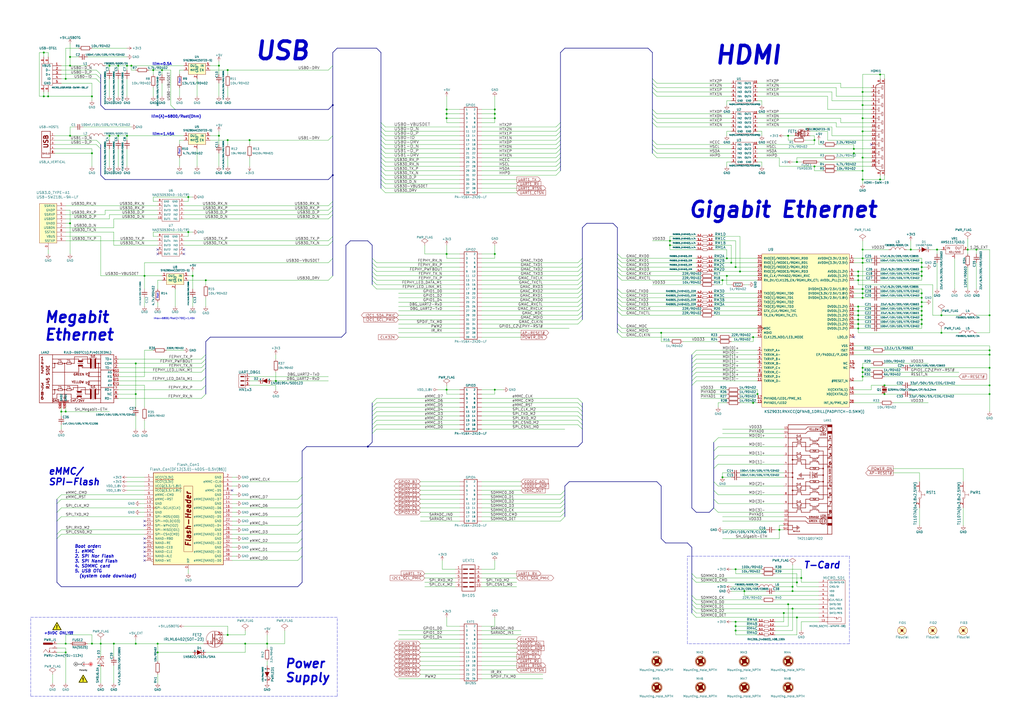
<source format=kicad_sch>
(kicad_sch (version 20231120) (generator "eeschema") (generator_version "8.0")
  (paper "A2")
  (title_block (title "RK3328-SOM-EVB") (date "2021-03-11") (rev "A") (company "OLIMEX LTD, Bulgaria") (comment 1 "<c> 2021"))
  (lib_symbols
    (symbol "RK3328-SOM-EVB_Rev_A:+3.3V" (power) (pin_names (offset 0))
      (property "Value" "+3.3V" (at 0 3.556 0))
      (symbol "+3.3V_1_1"
        (pin power_in line (at 0 0 90) (length 0) hide (name "+3V3") (number "1"))
      )
    )
    (symbol "RK3328-SOM-EVB_Rev_A:+5V" (power) (pin_names (offset 0))
      (property "Value" "+5V" (at 0 3.556 0))
      (symbol "+5V_1_1"
        (pin power_in line (at 0 0 90) (length 0) hide (name "+5V") (number "1"))
      )
    )
    (symbol "RK3328-SOM-EVB_Rev_A:+5V_EXT" (power) (pin_names (offset 0))
      (property "Value" "+5V_EXT" (at 0 3.556 0))
      (symbol "+5V_EXT_1_1"
        (pin power_in line (at 0 0 90) (length 0) hide (name "+5V_EXT") (number "1"))
      )
    )
    (symbol "RK3328-SOM-EVB_Rev_A:+5V_USBOTG" (power) (pin_names (offset 0))
      (property "Value" "+5V_USBOTG" (at 0 3.556 0))
      (symbol "+5V_USBOTG_1_1"
        (pin power_in line (at 0 0 90) (length 0) hide (name "+5V_USBOTG") (number "1"))
      )
    )
    (symbol "RK3328-SOM-EVB_Rev_A:AMS1117-ADJ" (pin_names (offset 1.016) hide)
      (property "Reference" "VR" (at -5.08 5.715 0))
      (property "Value" "AMS1117-ADJ" (at -5.08 3.175 0))
      (symbol "AMS1117-ADJ_1_0"
        (text "ADJ/GND" (at 0.127 -1.397 0) (effects (font (size 1.016 1.016))))
        (text "IN" (at -3.556 0.889 0) (effects (font (size 1.397 1.397))))
        (text "OUT" (at 2.286 0.889 0) (effects (font (size 1.397 1.397))))
      )
      (symbol "AMS1117-ADJ_1_1"
        (pin input line (at 0 -5.08 90) (length 2.54) (name "ADJ/GND") (number "1"))
        (pin power_in line (at 7.62 0 180) (length 2.54) (name "OUT") (number "2"))
        (pin input line (at -7.62 0 0) (length 2.54) (name "IN") (number "3"))
      )
    )
    (symbol "RK3328-SOM-EVB_Rev_A:BH10S" (pin_names (offset 1.016) hide)
      (property "Reference" "CON" (at 0.0508 8.9154 0))
      (property "Value" "BH10S" (at 0.3048 -9.4234 0))
      (symbol "BH10S_1_1"
        (pin passive line (at -7.62 5.08 0) (length 3.7084) (name "1") (number "1"))
        (pin passive line (at 7.62 -5.08 180) (length 3.7084) (name "10") (number "10"))
        (pin passive line (at 7.62 5.08 180) (length 3.7084) (name "2") (number "2"))
        (pin passive line (at -7.62 2.54 0) (length 3.7084) (name "3") (number "3"))
        (pin passive line (at 7.62 2.54 180) (length 3.7084) (name "4") (number "4"))
        (pin passive line (at -7.62 0 0) (length 3.7084) (name "5") (number "5"))
        (pin passive line (at 7.62 0 180) (length 3.7084) (name "6") (number "6"))
        (pin passive line (at -7.62 -2.54 0) (length 3.7084) (name "7") (number "7"))
        (pin passive line (at 7.62 -2.54 180) (length 3.7084) (name "8") (number "8"))
        (pin passive line (at -7.62 -5.08 0) (length 3.7084) (name "9") (number "9"))
      )
    )
    (symbol "RK3328-SOM-EVB_Rev_A:BH20S" (pin_numbers hide) (pin_names (offset 1.016))
      (property "Reference" "GPIO" (at -4.445 12.065 0))
      (property "Value" "BH20S" (at -5.08 -16.51 0))
      (symbol "BH20S_1_1"
        (pin passive line (at -7.62 10.16 0) (length 2.54) (name "1") (number "1"))
        (pin passive line (at 5.08 0 180) (length 2.54) (name "10") (number "10"))
        (pin passive line (at -7.62 -2.54 0) (length 2.54) (name "11") (number "11"))
        (pin passive line (at 5.08 -2.54 180) (length 2.54) (name "12") (number "12"))
        (pin passive line (at -7.62 -5.08 0) (length 2.54) (name "13") (number "13"))
        (pin passive line (at 5.08 -5.08 180) (length 2.54) (name "14") (number "14"))
        (pin passive line (at -7.62 -7.62 0) (length 2.54) (name "15") (number "15"))
        (pin passive line (at 5.08 -7.62 180) (length 2.54) (name "16") (number "16"))
        (pin passive line (at -7.62 -10.16 0) (length 2.54) (name "17") (number "17"))
        (pin passive line (at 5.08 -10.16 180) (length 2.54) (name "18") (number "18"))
        (pin passive line (at -7.62 -12.7 0) (length 2.54) (name "19") (number "19"))
        (pin passive line (at 5.08 10.16 180) (length 2.54) (name "2") (number "2"))
        (pin passive line (at 5.08 -12.7 180) (length 2.54) (name "20") (number "20"))
        (pin passive line (at -7.62 7.62 0) (length 2.54) (name "3") (number "3"))
        (pin passive line (at 5.08 7.62 180) (length 2.54) (name "4") (number "4"))
        (pin passive line (at -7.62 5.08 0) (length 2.54) (name "5") (number "5"))
        (pin passive line (at 5.08 5.08 180) (length 2.54) (name "6") (number "6"))
        (pin passive line (at -7.62 2.54 0) (length 2.54) (name "7") (number "7"))
        (pin passive line (at 5.08 2.54 180) (length 2.54) (name "8") (number "8"))
        (pin passive line (at -7.62 0 0) (length 2.54) (name "9") (number "9"))
      )
    )
    (symbol "RK3328-SOM-EVB_Rev_A:BH26S" (pin_numbers hide) (pin_names (offset 1.016))
      (property "Reference" "GPIO" (at -4.445 17.145 0))
      (property "Value" "BH26S" (at -5.08 -19.05 0))
      (symbol "BH26S_1_1"
        (pin passive line (at -7.62 15.24 0) (length 2.4892) (name "1") (number "1"))
        (pin passive line (at 5.08 5.08 180) (length 2.4892) (name "10") (number "10"))
        (pin passive line (at -7.62 2.54 0) (length 2.4892) (name "11") (number "11"))
        (pin passive line (at 5.08 2.54 180) (length 2.4892) (name "12") (number "12"))
        (pin passive line (at -7.62 0 0) (length 2.4892) (name "13") (number "13"))
        (pin passive line (at 5.08 0 180) (length 2.4892) (name "14") (number "14"))
        (pin passive line (at -7.62 -2.54 0) (length 2.4892) (name "15") (number "15"))
        (pin passive line (at 5.08 -2.54 180) (length 2.4892) (name "16") (number "16"))
        (pin passive line (at -7.62 -5.08 0) (length 2.4892) (name "17") (number "17"))
        (pin passive line (at 5.08 -5.08 180) (length 2.4892) (name "18") (number "18"))
        (pin passive line (at -7.62 -7.62 0) (length 2.4892) (name "19") (number "19"))
        (pin passive line (at 5.08 15.24 180) (length 2.4892) (name "2") (number "2"))
        (pin passive line (at 5.08 -7.62 180) (length 2.4892) (name "20") (number "20"))
        (pin passive line (at -7.62 -10.16 0) (length 2.4892) (name "21") (number "21"))
        (pin passive line (at 5.08 -10.16 180) (length 2.4892) (name "22") (number "22"))
        (pin passive line (at -7.62 -12.7 0) (length 2.4892) (name "23") (number "23"))
        (pin passive line (at 5.08 -12.7 180) (length 2.4892) (name "24") (number "24"))
        (pin passive line (at -7.62 -15.24 0) (length 2.4892) (name "25") (number "25"))
        (pin passive line (at 5.08 -15.24 180) (length 2.4892) (name "26") (number "26"))
        (pin passive line (at -7.62 12.7 0) (length 2.4892) (name "3") (number "3"))
        (pin passive line (at 5.08 12.7 180) (length 2.4892) (name "4") (number "4"))
        (pin passive line (at -7.62 10.16 0) (length 2.4892) (name "5") (number "5"))
        (pin passive line (at 5.08 10.16 180) (length 2.4892) (name "6") (number "6"))
        (pin passive line (at -7.62 7.62 0) (length 2.4892) (name "7") (number "7"))
        (pin passive line (at 5.08 7.62 180) (length 2.4892) (name "8") (number "8"))
        (pin passive line (at -7.62 5.08 0) (length 2.4892) (name "9") (number "9"))
      )
    )
    (symbol "RK3328-SOM-EVB_Rev_A:BH40S" (pin_numbers hide) (pin_names (offset 1.016))
      (property "Reference" "GPIO" (at -4.445 27.305 0))
      (property "Value" "BH40S" (at -4.445 -26.035 0))
      (symbol "BH40S_1_1"
        (pin passive line (at -7.62 25.4 0) (length 2.4892) (name "1") (number "1"))
        (pin passive line (at 5.08 15.24 180) (length 2.4892) (name "10") (number "10"))
        (pin passive line (at -7.62 12.7 0) (length 2.4892) (name "11") (number "11"))
        (pin passive line (at 5.08 12.7 180) (length 2.4892) (name "12") (number "12"))
        (pin passive line (at -7.62 10.16 0) (length 2.4892) (name "13") (number "13"))
        (pin passive line (at 5.08 10.16 180) (length 2.4892) (name "14") (number "14"))
        (pin passive line (at -7.62 7.62 0) (length 2.4892) (name "15") (number "15"))
        (pin passive line (at 5.08 7.62 180) (length 2.4892) (name "16") (number "16"))
        (pin passive line (at -7.62 5.08 0) (length 2.4892) (name "17") (number "17"))
        (pin passive line (at 5.08 5.08 180) (length 2.4892) (name "18") (number "18"))
        (pin passive line (at -7.62 2.54 0) (length 2.4892) (name "19") (number "19"))
        (pin passive line (at 5.08 25.4 180) (length 2.4892) (name "2") (number "2"))
        (pin passive line (at 5.08 2.54 180) (length 2.4892) (name "20") (number "20"))
        (pin passive line (at -7.62 0 0) (length 2.4892) (name "21") (number "21"))
        (pin passive line (at 5.08 0 180) (length 2.4892) (name "22") (number "22"))
        (pin passive line (at -7.62 -2.54 0) (length 2.4892) (name "23") (number "23"))
        (pin passive line (at 5.08 -2.54 180) (length 2.4892) (name "24") (number "24"))
        (pin passive line (at -7.62 -5.08 0) (length 2.4892) (name "25") (number "25"))
        (pin passive line (at 5.08 -5.08 180) (length 2.4892) (name "26") (number "26"))
        (pin passive line (at -7.62 -7.62 0) (length 2.4892) (name "27") (number "27"))
        (pin passive line (at 5.08 -7.62 180) (length 2.4892) (name "28") (number "28"))
        (pin passive line (at -7.62 -10.16 0) (length 2.4892) (name "29") (number "29"))
        (pin passive line (at -7.62 22.86 0) (length 2.4892) (name "3") (number "3"))
        (pin passive line (at 5.08 -10.16 180) (length 2.4892) (name "30") (number "30"))
        (pin passive line (at -7.62 -12.7 0) (length 2.4892) (name "31") (number "31"))
        (pin passive line (at 5.08 -12.7 180) (length 2.4892) (name "32") (number "32"))
        (pin passive line (at -7.62 -15.24 0) (length 2.4892) (name "33") (number "33"))
        (pin passive line (at 5.08 -15.24 180) (length 2.4892) (name "34") (number "34"))
        (pin passive line (at -7.62 -17.78 0) (length 2.4892) (name "35") (number "35"))
        (pin passive line (at 5.08 -17.78 180) (length 2.4892) (name "36") (number "36"))
        (pin passive line (at -7.62 -20.32 0) (length 2.4892) (name "37") (number "37"))
        (pin passive line (at 5.08 -20.32 180) (length 2.4892) (name "38") (number "38"))
        (pin passive line (at -7.62 -22.86 0) (length 2.4892) (name "39") (number "39"))
        (pin passive line (at 5.08 22.86 180) (length 2.4892) (name "4") (number "4"))
        (pin passive line (at 5.08 -22.86 180) (length 2.4892) (name "40") (number "40"))
        (pin passive line (at -7.62 20.32 0) (length 2.4892) (name "5") (number "5"))
        (pin passive line (at 5.08 20.32 180) (length 2.4892) (name "6") (number "6"))
        (pin passive line (at -7.62 17.78 0) (length 2.4892) (name "7") (number "7"))
        (pin passive line (at 5.08 17.78 180) (length 2.4892) (name "8") (number "8"))
        (pin passive line (at -7.62 15.24 0) (length 2.4892) (name "9") (number "9"))
      )
    )
    (symbol "RK3328-SOM-EVB_Rev_A:C" (pin_numbers hide) (pin_names (offset 0.254) hide)
      (property "Reference" "C" (at 0.254 1.778 0))
      (property "Value" "C" (at 0.254 -2.032 0))
      (symbol "C_1_1"
        (pin passive line (at 0 2.54 270) (length 1.905) (name "~") (number "1"))
        (pin passive line (at 0 -2.54 90) (length 2.032) (name "~") (number "2"))
      )
    )
    (symbol "RK3328-SOM-EVB_Rev_A:CON3" (pin_names (offset 1.016))
      (property "Reference" "CON" (at -1.27 5.08 0))
      (property "Value" "CON3" (at -1.27 -5.08 0))
      (symbol "CON3_1_1"
        (pin passive line (at 2.54 2.54 180) (length 2.54) (name "~") (number "1"))
        (pin passive line (at 2.54 0 180) (length 2.54) (name "~") (number "2"))
        (pin passive line (at 2.54 -2.54 180) (length 2.54) (name "~") (number "3"))
      )
    )
    (symbol "RK3328-SOM-EVB_Rev_A:Crystal" (pin_names (offset 1.016) hide)
      (property "Reference" "Q" (at 0 3.175 0))
      (property "Value" "Crystal" (at 0 -2.54 0))
      (symbol "Crystal_1_1"
        (pin passive line (at -2.54 0 0) (length 1.27) (name "1") (number "1"))
        (pin passive line (at 2.54 0 180) (length 1.27) (name "2") (number "2"))
      )
    )
    (symbol "RK3328-SOM-EVB_Rev_A:D" (pin_names (offset 0))
      (property "Reference" "D" (at 0 -2.54 0))
      (property "Value" "D" (at 0 2.54 0))
      (symbol "D_1_1"
        (pin passive line (at -3.81 0 0) (length 2.54) (name "K") (number "1"))
        (pin passive line (at 3.81 0 180) (length 2.54) (name "A") (number "2"))
      )
    )
    (symbol "RK3328-SOM-EVB_Rev_A:D_Schottky" (pin_names (offset 0))
      (property "Reference" "D" (at 0 2.54 0))
      (property "Value" "D_Schottky" (at 0 -2.54 0))
      (symbol "D_Schottky_1_1"
        (pin passive line (at -3.81 0 0) (length 2.54) (name "K") (number "1"))
        (pin passive line (at 3.81 0 180) (length 2.54) (name "A") (number "2"))
      )
    )
    (symbol "RK3328-SOM-EVB_Rev_A:FSMD035" (pin_numbers hide) (pin_names (offset 1.016) hide)
      (property "Reference" "FUSE" (at -3.81 1.397 0))
      (property "Value" "FSMD035" (at -3.81 -2.794 0))
      (symbol "FSMD035_1_1"
        (pin passive line (at -5.08 0 0) (length 2.54) (name "1") (number "1"))
        (pin passive line (at 5.08 0 180) (length 2.54) (name "2") (number "2"))
      )
    )
    (symbol "RK3328-SOM-EVB_Rev_A:Fiducial" (pin_numbers hide) (pin_names (offset 0) hide)
      (property "Reference" "FID" (at -1.905 3.175 0))
      (property "Value" "Fiducial" (at -3.81 -4.445 0))
      (symbol "Fiducial_1_1"
        (pin no_connect line (at 0 0 90) (length 0) (name "FID*") (number "Fid1"))
      )
    )
    (symbol "RK3328-SOM-EVB_Rev_A:Flash_Con[DF12(3.0)-40DS-0.5V(86)]" (pin_names (offset 1.016))
      (property "Reference" "Flash_Con" (at 0 27.94 0))
      (property "Value" "Flash_Con[DF12(3.0)-40DS-0.5V(86)]" (at 0 -33.02 0))
      (symbol "Flash_Con[DF12(3.0)-40DS-0.5V(86)]_0_0"
        (text "Supply voltage for the flash memory." (at -13.716 21.59 0) (effects (font (size 0.381 0.381) (bold yes) (italic yes))))
        (text "Supply voltage for the memory controller and MMC interface." (at -11.43 16.51 0) (effects (font (size 0.3302 0.3302) (bold yes) (italic yes))))
      )
      (symbol "Flash_Con[DF12(3.0)-40DS-0.5V(86)]_1_1"
        (text "Flash-Header" (at 0 -1.27 900) (effects (font (size 3.048 3.048) (bold yes) (italic yes))))
        (pin power_in line (at 0 -30.48 90) (length 2.54) (name "MP") (number "0"))
        (pin power_in line (at -25.4 22.86 0) (length 5.08) (name "VCCF(3.3V)") (number "1"))
        (pin power_in line (at 25.4 12.7 180) (length 5.08) (name "GND") (number "10"))
        (pin input inverted (at -25.4 10.16 0) (length 5.08) (name "eMMC-RST") (number "11"))
        (pin bidirectional line (at 25.4 10.16 180) (length 5.08) (name "eMMC(NAND)-D7") (number "12"))
        (pin power_in line (at -25.4 7.62 0) (length 5.08) (name "GND") (number "13"))
        (pin power_in line (at 25.4 7.62 180) (length 5.08) (name "GND") (number "14"))
        (pin input clock (at -25.4 5.08 0) (length 5.08) (name "SPI-SCLK(CLK)") (number "15"))
        (pin bidirectional line (at 25.4 5.08 180) (length 5.08) (name "eMMC(NAND)-D6") (number "16"))
        (pin power_in line (at -25.4 2.54 0) (length 5.08) (name "GND") (number "17"))
        (pin power_in line (at 25.4 2.54 180) (length 5.08) (name "GND") (number "18"))
        (pin bidirectional line (at -25.4 0 0) (length 5.08) (name "SPI-MOSI(IO0)") (number "19"))
        (pin power_in line (at 25.4 22.86 180) (length 5.08) (name "GND") (number "2"))
        (pin bidirectional line (at 25.4 0 180) (length 5.08) (name "eMMC(NAND)-D5") (number "20"))
        (pin bidirectional line (at -25.4 -2.54 0) (length 5.08) (name "SPI-HOLD(IO3)") (number "21"))
        (pin power_in line (at 25.4 -2.54 180) (length 5.08) (name "GND") (number "22"))
        (pin bidirectional line (at -25.4 -5.08 0) (length 5.08) (name "SPI-WPn(IO2)") (number "23"))
        (pin bidirectional line (at 25.4 -5.08 180) (length 5.08) (name "eMMC(NAND)-D4") (number "24"))
        (pin bidirectional line (at -25.4 -7.62 0) (length 5.08) (name "SPI-MISO(IO1)") (number "25"))
        (pin power_in line (at 25.4 -7.62 180) (length 5.08) (name "GND") (number "26"))
        (pin bidirectional line (at -25.4 -10.16 0) (length 5.08) (name "SPI-CSn(CMD)") (number "27"))
        (pin bidirectional line (at 25.4 -10.16 180) (length 5.08) (name "eMMC(NAND)-D3") (number "28"))
        (pin input line (at -25.4 -12.7 0) (length 5.08) (name "NAND-RB0") (number "29"))
        (pin power_in line (at -25.4 20.32 0) (length 5.08) (name "VCCF(3.3V)") (number "3"))
        (pin power_in line (at 25.4 -12.7 180) (length 5.08) (name "GND") (number "30"))
        (pin input inverted (at -25.4 -15.24 0) (length 5.08) (name "NAND-RE") (number "31"))
        (pin bidirectional line (at 25.4 -15.24 180) (length 5.08) (name "eMMC(NAND)-D2") (number "32"))
        (pin input inverted (at -25.4 -17.78 0) (length 5.08) (name "NAND-CE0") (number "33"))
        (pin power_in line (at 25.4 -17.78 180) (length 5.08) (name "GND") (number "34"))
        (pin input line (at -25.4 -20.32 0) (length 5.08) (name "NAND-CLE") (number "35"))
        (pin bidirectional line (at 25.4 -20.32 180) (length 5.08) (name "eMMC(NAND)-D1") (number "36"))
        (pin input line (at -25.4 -22.86 0) (length 5.08) (name "NAND-ALE") (number "37"))
        (pin power_in line (at 25.4 -22.86 180) (length 5.08) (name "GND") (number "38"))
        (pin input inverted (at -25.4 -25.4 0) (length 5.08) (name "NAND-WE") (number "39"))
        (pin input clock (at 25.4 20.32 180) (length 5.08) (name "eMMC-CLK") (number "4"))
        (pin bidirectional line (at 25.4 -25.4 180) (length 5.08) (name "eMMC(NAND)-D0") (number "40"))
        (pin power_in line (at -25.4 17.78 0) (length 5.08) (name "VCCQ(3.3/1.8V)") (number "5"))
        (pin power_in line (at 25.4 17.78 180) (length 5.08) (name "GND") (number "6"))
        (pin power_in line (at -25.4 15.24 0) (length 5.08) (name "VCCQ(3.3/1.8V)") (number "7"))
        (pin output line (at 25.4 15.24 180) (length 5.08) (name "eMMC-DS") (number "8"))
        (pin bidirectional line (at -25.4 12.7 0) (length 5.08) (name "eMMC-CMD") (number "9"))
      )
    )
    (symbol "RK3328-SOM-EVB_Rev_A:GND" (power) (pin_names (offset 0))
      (property "Value" "GND" (at 0 -3.81 0))
      (symbol "GND_1_1"
        (pin power_in line (at 0 0 270) (length 0) hide (name "GND") (number "1"))
      )
    )
    (symbol "RK3328-SOM-EVB_Rev_A:HDMI-SWM-19" (pin_names (offset 1.016) hide)
      (property "Reference" "HDMI" (at 2.54 25.4 0))
      (property "Value" "HDMI-SWM-19" (at 2.54 -27.94 0))
      (symbol "HDMI-SWM-19_1_1"
        (pin input line (at 0 27.94 270) (length 2.54) (name "20") (number "0"))
        (pin input line (at -2.54 27.94 270) (length 2.54) (name "21") (number "0"))
        (pin input line (at 0 -27.94 90) (length 2.54) (name "22") (number "0"))
        (pin input line (at -2.54 -27.94 90) (length 2.54) (name "23") (number "0"))
        (pin input line (at 5.08 22.86 180) (length 2.54) (name "1") (number "1"))
        (pin input line (at 5.08 0 180) (length 2.54) (name "10") (number "10"))
        (pin input line (at 5.08 -2.54 180) (length 2.54) (name "11") (number "11"))
        (pin input line (at 5.08 -5.08 180) (length 2.54) (name "12") (number "12"))
        (pin input line (at 5.08 -7.62 180) (length 2.54) (name "13") (number "13"))
        (pin input line (at 5.08 -10.16 180) (length 2.54) (name "14") (number "14"))
        (pin input line (at 5.08 -12.7 180) (length 2.54) (name "15") (number "15"))
        (pin input line (at 5.08 -15.24 180) (length 2.54) (name "16") (number "16"))
        (pin input line (at 5.08 -17.78 180) (length 2.54) (name "17") (number "17"))
        (pin input line (at 5.08 -20.32 180) (length 2.54) (name "18") (number "18"))
        (pin input line (at 5.08 -22.86 180) (length 2.54) (name "19") (number "19"))
        (pin input line (at 5.08 20.32 180) (length 2.54) (name "2") (number "2"))
        (pin input line (at 5.08 17.78 180) (length 2.54) (name "3") (number "3"))
        (pin input line (at 5.08 15.24 180) (length 2.54) (name "4") (number "4"))
        (pin input line (at 5.08 12.7 180) (length 2.54) (name "5") (number "5"))
        (pin input line (at 5.08 10.16 180) (length 2.54) (name "6") (number "6"))
        (pin input line (at 5.08 7.62 180) (length 2.54) (name "7") (number "7"))
        (pin input line (at 5.08 5.08 180) (length 2.54) (name "8") (number "8"))
        (pin input line (at 5.08 2.54 180) (length 2.54) (name "9") (number "9"))
      )
    )
    (symbol "RK3328-SOM-EVB_Rev_A:KSZ9031RNXCC(QFN48_1DRILL(PADPITCH-0.5MM))" (pin_names (offset 1.016))
      (property "Reference" "U" (at -20.32 45.72 0))
      (property "Value" "KSZ9031RNXCC(QFN48_1DRILL(PADPITCH-0.5MM))" (at 5.08 -48.26 0))
      (symbol "KSZ9031RNXCC(QFN48_1DRILL(PADPITCH-0.5MM))_1_1"
        (pin power_in line (at 27.94 40.64 180) (length 2.4892) (name "AVDDH(3.3V/2.5V)") (number "1"))
        (pin bidirectional line (at -27.94 -27.94 0) (length 2.4892) (name "TXRXP_D+") (number "10"))
        (pin bidirectional line (at -27.94 -30.48 0) (length 2.4892) (name "TXRXM_D-") (number "11"))
        (pin power_in line (at 27.94 38.1 180) (length 2.4892) (name "AVDDH(3.3V/2.5V)") (number "12"))
        (pin no_connect line (at 27.94 -20.32 180) (length 2.4892) (name "NC") (number "13"))
        (pin power_in line (at 27.94 12.7 180) (length 2.4892) (name "DVDDL(1.2V)") (number "14"))
        (pin bidirectional line (at -27.94 -43.18 0) (length 2.4892) (name "PHYAD1/LED2") (number "15"))
        (pin power_in line (at 27.94 22.86 180) (length 2.4892) (name "DVDDH(3.3V/2.5V/1.8V)") (number "16"))
        (pin bidirectional line (at -27.94 -40.64 0) (length 2.4892) (name "PHYAD0/LED1/PME_N1") (number "17"))
        (pin power_in line (at 27.94 10.16 180) (length 2.4892) (name "DVDDL(1.2V)") (number "18"))
        (pin input line (at -27.94 20.32 0) (length 2.4892) (name "TXD[0]/RGMII_TD0") (number "19"))
        (pin bidirectional line (at -27.94 -12.7 0) (length 2.4892) (name "TXRXP_A+") (number "2"))
        (pin input line (at -27.94 17.78 0) (length 2.4892) (name "TXD[1]/RGMII_TD1") (number "20"))
        (pin input line (at -27.94 15.24 0) (length 2.4892) (name "TXD[2]/RGMII_TD2") (number "21"))
        (pin input line (at -27.94 12.7 0) (length 2.4892) (name "TXD[3]/RGMII_TD3") (number "22"))
        (pin power_in line (at 27.94 7.62 180) (length 2.4892) (name "DVDDL(1.2V)") (number "23"))
        (pin input line (at -27.94 10.16 0) (length 2.4892) (name "GTX_CLK/RGMII_TXC") (number "24"))
        (pin input line (at -27.94 7.62 0) (length 2.4892) (name "TX_EN/RGMII_TX_CTL") (number "25"))
        (pin power_in line (at 27.94 5.08 180) (length 2.4892) (name "DVDDL(1.2V)") (number "26"))
        (pin bidirectional line (at -27.94 33.02 0) (length 2.4892) (name "RXD[3]/MODE3/RGMII_RD3") (number "27"))
        (pin bidirectional line (at -27.94 35.56 0) (length 2.4892) (name "RXD[2]/MODE2/RGMII_RD2") (number "28"))
        (pin power_in line (at 27.94 -10.16 180) (length 2.4892) (name "VSS") (number "29"))
        (pin bidirectional line (at -27.94 -15.24 0) (length 2.4892) (name "TXRXM_A-") (number "3"))
        (pin power_in line (at 27.94 2.54 180) (length 2.4892) (name "DVDDL(1.2V)") (number "30"))
        (pin bidirectional line (at -27.94 38.1 0) (length 2.4892) (name "RXD[1]/MODE1/RGMII_RD1") (number "31"))
        (pin bidirectional line (at -27.94 40.64 0) (length 2.4892) (name "RXD[0]/MODE0/RGMII_RD0") (number "32"))
        (pin bidirectional line (at -27.94 27.94 0) (length 2.4892) (name "RX_DV/CLK125_EN/RGMII_RX_CTL") (number "33"))
        (pin power_in line (at 27.94 20.32 180) (length 2.4892) (name "DVDDH(3.3V/2.5V/1.8V)") (number "34"))
        (pin bidirectional line (at -27.94 30.48 0) (length 2.4892) (name "RX_CLK/PHYAD2/RGMII_RXC") (number "35"))
        (pin input clock (at -27.94 0 0) (length 2.4892) (name "MDC") (number "36"))
        (pin bidirectional line (at -27.94 -2.54 0) (length 2.4892) (name "MDIO") (number "37"))
        (pin output line (at 27.94 -43.18 180) (length 2.4892) (name "INT_N/PME_N2") (number "38"))
        (pin power_in line (at 27.94 0 180) (length 2.4892) (name "DVDDL(1.2V)") (number "39"))
        (pin power_in line (at 27.94 33.02 180) (length 2.4892) (name "AVDDL(1.2V)") (number "4"))
        (pin power_in line (at 27.94 17.78 180) (length 2.4892) (name "DVDDH(3.3V/2.5V/1.8V)") (number "40"))
        (pin bidirectional line (at -27.94 -5.08 0) (length 2.4892) (name "CLK125_NDO/LED_MODE") (number "41"))
        (pin input line (at 27.94 -30.48 180) (length 2.4892) (name "#RESET_N") (number "42"))
        (pin output line (at 27.94 -5.08 180) (length 2.4892) (name "LDO_O") (number "43"))
        (pin power_in line (at 27.94 27.94 180) (length 2.4892) (name "AVDDL_PLL(1.2V)") (number "44"))
        (pin output line (at 27.94 -38.1 180) (length 2.4892) (name "XO(CKXTAL2)") (number "45"))
        (pin input line (at 27.94 -35.56 180) (length 2.4892) (name "XI(CKXTAL1)") (number "46"))
        (pin no_connect line (at 27.94 -22.86 180) (length 2.4892) (name "NC") (number "47"))
        (pin bidirectional line (at 27.94 -12.7 180) (length 2.4892) (name "ISET") (number "48"))
        (pin power_in line (at 27.94 -15.24 180) (length 2.4892) (name "EP/PADDLE/P_GND") (number "49"))
        (pin bidirectional line (at -27.94 -17.78 0) (length 2.4892) (name "TXRXP_B+") (number "5"))
        (pin bidirectional line (at -27.94 -20.32 0) (length 2.4892) (name "TXRXM_B-") (number "6"))
        (pin bidirectional line (at -27.94 -22.86 0) (length 2.4892) (name "TXRXP_C+") (number "7"))
        (pin bidirectional line (at -27.94 -25.4 0) (length 2.4892) (name "TXRXM_C-") (number "8"))
        (pin power_in line (at 27.94 30.48 180) (length 2.4892) (name "AVDDL(1.2V)") (number "9"))
      )
    )
    (symbol "RK3328-SOM-EVB_Rev_A:L" (pin_numbers hide) (pin_names (offset 0) hide)
      (property "Reference" "L" (at -1.27 2.54 0))
      (property "Value" "L" (at -1.27 -1.27 0))
      (symbol "L_1_1"
        (pin passive line (at -5.08 0 0) (length 1.27) (name "1") (number "1"))
        (pin passive line (at 5.08 0 180) (length 1.27) (name "2") (number "2"))
      )
    )
    (symbol "RK3328-SOM-EVB_Rev_A:LED" (pin_names (offset 0))
      (property "Reference" "LED" (at 0 2.54 0))
      (property "Value" "LED" (at 0 -2.54 0))
      (symbol "LED_1_1"
        (pin passive line (at -5.08 0 0) (length 3.81) (name "K") (number "1"))
        (pin passive line (at 5.08 0 180) (length 3.81) (name "A") (number "2"))
      )
    )
    (symbol "RK3328-SOM-EVB_Rev_A:MICRO_SD(TFC-WPAPR-08)" (pin_names (offset 1.016))
      (property "Reference" "MICRO_SD" (at 2.54 15.24 0))
      (property "Value" "MICRO_SD(TFC-WPAPR-08)" (at 0 -12.7 0))
      (symbol "MICRO_SD(TFC-WPAPR-08)_1_1"
        (pin bidirectional line (at -7.62 -5.08 0) (length 5.08) (name "DAT2/RES") (number "1"))
        (pin passive line (at -7.62 -10.16 0) (length 5.08) hide (name "~") (number "10"))
        (pin passive line (at -7.62 -10.16 0) (length 5.08) hide (name "~") (number "11"))
        (pin passive line (at -7.62 -10.16 0) (length 5.08) hide (name "~") (number "12"))
        (pin passive line (at -7.62 -10.16 0) (length 5.08) (name "~") (number "13"))
        (pin bidirectional line (at -7.62 12.7 0) (length 5.08) (name "CD/DAT3/CS") (number "2"))
        (pin input line (at -7.62 10.16 0) (length 5.08) (name "CMD/DI") (number "3"))
        (pin power_in line (at -7.62 7.62 0) (length 5.08) (name "VDD") (number "4"))
        (pin input clock (at -7.62 2.54 0) (length 5.08) (name "CLK/SCLK") (number "5"))
        (pin power_in line (at -7.62 5.08 0) (length 5.08) (name "VSS") (number "6"))
        (pin bidirectional line (at -7.62 0 0) (length 5.08) (name "DAT0/DO") (number "7"))
        (pin bidirectional line (at -7.62 -2.54 0) (length 5.08) (name "DAT1/RES") (number "8"))
        (pin passive line (at -7.62 -7.62 0) (length 5.08) (name "~") (number "9"))
      )
    )
    (symbol "RK3328-SOM-EVB_Rev_A:Mounting_Hole_NPTH" (pin_names (offset 1.016))
      (property "Reference" "MH" (at 0 5.08 0))
      (property "Value" "Mounting_Hole_NPTH" (at 0 -5.08 0))
    )
    (symbol "RK3328-SOM-EVB_Rev_A:N-MOS+DIOD_Small" (pin_names (offset 0) hide)
      (property "Reference" "FET" (at 0 3.81 0))
      (property "Value" "N-MOS+DIOD_Small" (at 0 -5.08 0))
      (symbol "N-MOS+DIOD_Small_0_0"
        (text "D" (at 0.5588 1.778 900) (effects (font (size 0.635 0.635))))
        (text "N-MOS" (at -0.889 -0.0254 900) (effects (font (size 0.4064 0.4064))))
        (text "S" (at 0.5842 -1.8796 900) (effects (font (size 0.635 0.635))))
      )
      (symbol "N-MOS+DIOD_Small_1_0"
        (text "G" (at -2.159 -0.0762 0) (effects (font (size 0.635 0.635))))
      )
      (symbol "N-MOS+DIOD_Small_1_1"
        (pin input line (at -3.81 -1.27 0) (length 1.27) (name "G") (number "1"))
        (pin passive line (at 5.08 -1.27 180) (length 2.54) (name "S") (number "2"))
        (pin passive line (at 5.08 1.27 180) (length 2.54) (name "D") (number "3"))
      )
    )
    (symbol "RK3328-SOM-EVB_Rev_A:P-MOS+DIOD" (pin_names (offset 1.016))
      (property "Reference" "FET" (at -6.35 -3.81 0))
      (property "Value" "P-MOS+DIOD" (at -10.16 -6.35 0))
      (symbol "P-MOS+DIOD_0_0"
        (text "D" (at -3.429 3.9878 900) (effects (font (size 1.27 1.27))))
        (text "G" (at 1.7272 -2.032 900) (effects (font (size 1.27 1.27))))
        (text "P-MOS" (at 0.0254 -0.381 0) (effects (font (size 0.4064 0.4064))))
        (text "S" (at 1.7526 4.1402 900) (effects (font (size 1.27 1.27))))
      )
      (symbol "P-MOS+DIOD_1_1"
        (pin input line (at 2.54 -6.35 90) (length 5.08) (name "~") (number "1"))
        (pin passive line (at 2.54 5.08 270) (length 5.08) (name "~") (number "2"))
        (pin passive line (at -2.54 5.08 270) (length 5.08) (name "~") (number "3"))
      )
    )
    (symbol "RK3328-SOM-EVB_Rev_A:PWR-JAKPWR_JACK_UNI_MILLING" (pin_names (offset 1.016) hide)
      (property "Reference" "PWR" (at 2.54 4.064 0))
      (property "Value" "PWR-JAKPWR_JACK_UNI_MILLING" (at -15.24 -4.826 0))
      (symbol "PWR-JAKPWR_JACK_UNI_MILLING_1_1"
        (pin passive line (at 5.08 2.54 180) (length 2.54) (name "+") (number "+"))
        (pin passive line (at 5.08 -2.54 180) (length 2.54) (name "-") (number "-"))
        (pin passive line (at 5.08 0 180) (length 2.54) (name "-") (number "-"))
      )
    )
    (symbol "RK3328-SOM-EVB_Rev_A:PWR_FLAG" (power) (pin_numbers hide) (pin_names (offset 0) hide)
      (property "Value" "PWR_FLAG" (at 0 4.572 0))
      (symbol "PWR_FLAG_0_0"
        (pin power_out line (at 0 0 90) (length 0) (name "pwr") (number "1"))
      )
    )
    (symbol "RK3328-SOM-EVB_Rev_A:R" (pin_numbers hide) (pin_names (offset 0))
      (property "Reference" "R" (at 0 2.032 0))
      (property "Value" "R" (at 0 0 0))
      (symbol "R_1_1"
        (pin passive line (at -3.81 0 0) (length 1.27) (name "~") (number "1"))
        (pin passive line (at 3.81 0 180) (length 1.27) (name "~") (number "2"))
      )
    )
    (symbol "RK3328-SOM-EVB_Rev_A:RA1206_(4x0603)_4B8_Smashed" (pin_names (offset 1.016))
      (property "Reference" "RM" (at 0 6.35 0))
      (property "Value" "RA1206_(4x0603)_4B8_Smashed" (at 0.2032 1.016 0))
      (symbol "RA1206_(4x0603)_4B8_Smashed_1_1"
        (pin passive line (at -5.08 3.81 0) (length 3.81) (name "~") (number "1.1"))
        (pin passive line (at 5.08 3.81 180) (length 3.81) (name "~") (number "1.2"))
      )
      (symbol "RA1206_(4x0603)_4B8_Smashed_1_2"
        (pin passive line (at -5.08 3.81 0) (length 3.81) (name "~") (number "1.1"))
        (pin passive line (at 5.08 3.81 180) (length 3.81) (name "~") (number "1.2"))
      )
      (symbol "RA1206_(4x0603)_4B8_Smashed_2_1"
        (pin passive line (at -5.08 3.81 0) (length 3.81) (name "~") (number "2.1"))
        (pin passive line (at 5.08 3.81 180) (length 3.81) (name "~") (number "2.2"))
      )
      (symbol "RA1206_(4x0603)_4B8_Smashed_2_2"
        (pin passive line (at -5.08 3.81 0) (length 3.81) (name "~") (number "1.1"))
        (pin passive line (at 5.08 3.81 180) (length 3.81) (name "~") (number "1.2"))
      )
      (symbol "RA1206_(4x0603)_4B8_Smashed_3_1"
        (pin passive line (at -5.08 3.81 0) (length 3.81) (name "~") (number "3.1"))
        (pin passive line (at 5.08 3.81 180) (length 3.81) (name "~") (number "3.2"))
      )
      (symbol "RA1206_(4x0603)_4B8_Smashed_3_2"
        (pin passive line (at -5.08 3.81 0) (length 3.81) (name "~") (number "1.1"))
        (pin passive line (at 5.08 3.81 180) (length 3.81) (name "~") (number "1.2"))
      )
      (symbol "RA1206_(4x0603)_4B8_Smashed_4_1"
        (pin passive line (at -5.08 3.81 0) (length 3.81) (name "~") (number "4.1"))
        (pin passive line (at 5.08 3.81 180) (length 3.81) (name "~") (number "4.2"))
      )
      (symbol "RA1206_(4x0603)_4B8_Smashed_4_2"
        (pin passive line (at -5.08 3.81 0) (length 3.81) (name "~") (number "1.1"))
        (pin passive line (at 5.08 3.81 180) (length 3.81) (name "~") (number "1.2"))
      )
    )
    (symbol "RK3328-SOM-EVB_Rev_A:RCLAMP0524P" (pin_names (offset 1.016))
      (property "Reference" "U" (at -4.572 6.858 0))
      (property "Value" "RCLAMP0524P" (at -6.4008 -8.3566 0))
      (symbol "RCLAMP0524P_1_1"
        (pin bidirectional line (at -7.62 5.08 0) (length 2.4892) (name "IN1") (number "1"))
        (pin bidirectional line (at 7.62 5.08 180) (length 2.4892) (name "OUT1") (number "10"))
        (pin bidirectional line (at -7.62 2.54 0) (length 2.4892) (name "IN2") (number "2"))
        (pin power_in line (at -7.62 -5.08 0) (length 2.4892) (name "GND") (number "3"))
        (pin bidirectional line (at -7.62 0 0) (length 2.4892) (name "IN3") (number "4"))
        (pin bidirectional line (at -7.62 -2.54 0) (length 2.4892) (name "IN4") (number "5"))
        (pin bidirectional line (at 7.62 -2.54 180) (length 2.4892) (name "OUT4") (number "6"))
        (pin bidirectional line (at 7.62 0 180) (length 2.4892) (name "OUT3") (number "7"))
        (pin power_in line (at 7.62 -5.08 180) (length 2.4892) (name "GND") (number "8"))
        (pin bidirectional line (at 7.62 2.54 180) (length 2.4892) (name "OUT2") (number "9"))
      )
    )
    (symbol "RK3328-SOM-EVB_Rev_A:RJLBC-060TC1_GND" (pin_names (offset 1.016))
      (property "Reference" "CON" (at -22.606 16.002 0))
      (property "Value" "RJLBC-060TC1_GND" (at -22.86 -15.24 0))
      (symbol "RJLBC-060TC1_GND_1_0"
        (text "1" (at 18.669 12.954 0) (effects (font (size 1.778 1.778) (bold yes))))
        (text "1:1" (at -10.795 -3.429 0) (effects (font (size 1.27 1.27) (bold yes))))
        (text "1:1" (at -10.795 14.351 0) (effects (font (size 1.27 1.27) (bold yes))))
        (text "1nF/2kV" (at -1.651 -11.43 0) (effects (font (size 1.27 1.27) (bold yes))))
        (text "2" (at 18.669 5.334 0) (effects (font (size 1.778 1.778) (bold yes))))
        (text "3" (at 18.669 -2.286 0) (effects (font (size 1.778 1.778) (bold yes))))
        (text "4" (at 18.669 10.414 0) (effects (font (size 1.778 1.778) (bold yes))))
        (text "5" (at 18.669 7.874 0) (effects (font (size 1.778 1.778) (bold yes))))
        (text "6" (at 18.669 -9.906 0) (effects (font (size 1.778 1.778) (bold yes))))
        (text "7" (at 18.669 -4.826 0) (effects (font (size 1.778 1.778) (bold yes))))
        (text "75" (at 3.429 -3.683 0) (effects (font (size 1.27 1.27))))
        (text "75" (at 3.429 11.557 0) (effects (font (size 1.27 1.27))))
        (text "75" (at 8.509 -3.683 0) (effects (font (size 1.27 1.27))))
        (text "75" (at 8.509 11.557 0) (effects (font (size 1.27 1.27))))
        (text "8" (at 18.669 -7.366 0) (effects (font (size 1.778 1.778) (bold yes))))
        (text "GND" (at 10.795 -11.43 0) (effects (font (size 1.27 1.27) (bold yes))))
        (text "GREEN" (at -2.54 3.81 0) (effects (font (size 1.27 1.27) (bold yes))))
        (text "RJ45 SIDE" (at 15.367 2.286 900) (effects (font (size 1.778 1.778) (bold yes))))
        (text "YELLOW" (at -1.905 -0.635 0) (effects (font (size 1.27 1.27) (bold yes))))
      )
      (symbol "RJLBC-060TC1_GND_1_1"
        (pin bidirectional line (at -25.4 12.7 0) (length 2.54) (name "TD+") (number "1"))
        (pin bidirectional line (at -25.4 7.62 0) (length 2.54) (name "TD-") (number "2"))
        (pin input line (at -25.4 10.16 0) (length 2.54) (name "COM") (number "3"))
        (pin input line (at -25.4 -7.62 0) (length 2.54) (name "NC") (number "6"))
        (pin bidirectional line (at -25.4 -5.08 0) (length 2.54) (name "RD+") (number "7"))
        (pin bidirectional line (at -25.4 -10.16 0) (length 2.54) (name "RD-") (number "8"))
        (pin passive line (at -25.4 5.08 0) (length 2.54) (name "AG") (number "AG1"))
        (pin passive line (at -25.4 0 0) (length 2.54) (name "AY") (number "AY1"))
        (pin input line (at 5.08 -15.24 90) (length 2.54) (name "GND1") (number "GND1"))
        (pin input line (at 7.62 -15.24 90) (length 2.54) (name "GND2") (number "GND2"))
        (pin passive line (at -25.4 2.54 0) (length 2.54) (name "KG") (number "KG1"))
        (pin passive line (at -25.4 -2.54 0) (length 2.54) (name "KY") (number "KY1"))
      )
    )
    (symbol "RK3328-SOM-EVB_Rev_A:SMBJ6.0A" (pin_names (offset 0))
      (property "Reference" "D" (at -2.9464 2.6416 0))
      (property "Value" "SMBJ6.0A" (at -4.445 -4.445 0))
      (symbol "SMBJ6.0A_1_1"
        (pin passive line (at 2.54 0 180) (length 0) (name "K") (number "1"))
        (pin passive line (at -2.54 0 0) (length 0) (name "A") (number "2"))
      )
    )
    (symbol "RK3328-SOM-EVB_Rev_A:SY6280AAC(SOT23-5)" (pin_names (offset 1.016))
      (property "Reference" "U" (at -1.27 6.985 0))
      (property "Value" "SY6280AAC(SOT23-5)" (at -8.89 5.08 0))
      (symbol "SY6280AAC(SOT23-5)_1_1"
        (pin output line (at 7.62 2.54 180) (length 2.54) (name "OUT") (number "1"))
        (pin power_in line (at 0 -5.08 90) (length 2.54) (name "GND") (number "2"))
        (pin input line (at 7.62 0 180) (length 2.54) (name "ISET") (number "3"))
        (pin input line (at -7.62 0 0) (length 2.54) (name "EN") (number "4"))
        (pin power_in line (at -7.62 2.54 0) (length 2.54) (name "IN") (number "5"))
      )
    )
    (symbol "RK3328-SOM-EVB_Rev_A:T1107A(6x3,8x2,5MM)" (pin_names (offset 1.016))
      (property "Reference" "SW" (at -4.064 2.794 0))
      (property "Value" "T1107A(6x3,8x2,5MM)" (at 14.478 2.794 0))
      (symbol "T1107A(6x3,8x2,5MM)_1_1"
        (pin passive line (at -7.62 0 0) (length 5.08) (name "~") (number "1"))
        (pin passive line (at 7.62 0 180) (length 5.08) (name "~") (number "2"))
      )
    )
    (symbol "RK3328-SOM-EVB_Rev_A:TM211Q01FM22" (pin_names (offset 1.016) hide)
      (property "Reference" "LAN" (at -6.35 33.02 0))
      (property "Value" "TM211Q01FM22" (at 6.35 -34.29 0))
      (symbol "TM211Q01FM22_1_0"
        (text "1" (at -11.684 23.114 0) (effects (font (size 1.778 1.778) (bold yes))))
        (text "1:1" (at 6.477 -14.224 0) (effects (font (size 1.27 1.27) (bold yes))))
        (text "1:1" (at 6.477 -4.064 0) (effects (font (size 1.27 1.27) (bold yes))))
        (text "1:1" (at 6.477 13.716 0) (effects (font (size 1.27 1.27) (bold yes))))
        (text "1:1" (at 6.477 23.876 0) (effects (font (size 1.27 1.27) (bold yes))))
        (text "1nF" (at -3.175 2.032 0) (effects (font (size 1.016 1.016) (bold yes))))
        (text "2" (at -11.684 18.034 0) (effects (font (size 1.778 1.778) (bold yes))))
        (text "2kV" (at -3.175 0.254 0) (effects (font (size 1.016 1.016) (bold yes))))
        (text "3" (at -11.684 12.954 0) (effects (font (size 1.778 1.778) (bold yes))))
        (text "4" (at -11.684 -4.826 0) (effects (font (size 1.778 1.778) (bold yes))))
        (text "5" (at -11.684 -9.906 0) (effects (font (size 1.778 1.778) (bold yes))))
        (text "6" (at -11.684 8.128 0) (effects (font (size 1.778 1.778) (bold yes))))
        (text "7" (at -11.684 -14.986 0) (effects (font (size 1.778 1.778) (bold yes))))
        (text "75R" (at -2.413 -12.7 0) (effects (font (size 0.762 0.762) (bold yes))))
        (text "75R" (at -2.413 -2.54 0) (effects (font (size 0.762 0.762) (bold yes))))
        (text "75R" (at -2.413 5.08 0) (effects (font (size 0.762 0.762) (bold yes))))
        (text "75R" (at -2.413 15.24 0) (effects (font (size 0.762 0.762) (bold yes))))
        (text "8" (at -11.684 -20.066 0) (effects (font (size 1.778 1.778) (bold yes))))
        (text "DA+" (at -11.303 21.336 0) (effects (font (size 0.762 0.762) (bold yes))))
        (text "DA-" (at -11.303 16.256 0) (effects (font (size 0.762 0.762) (bold yes))))
        (text "DB+" (at -11.303 11.176 0) (effects (font (size 0.762 0.762) (bold yes))))
        (text "DB-" (at -11.303 6.35 0) (effects (font (size 0.762 0.762) (bold yes))))
        (text "DC+" (at -11.303 -6.604 0) (effects (font (size 0.762 0.762) (bold yes))))
        (text "DC-" (at -11.303 -11.684 0) (effects (font (size 0.762 0.762) (bold yes))))
        (text "DD+" (at -11.303 -16.764 0) (effects (font (size 0.762 0.762) (bold yes))))
        (text "DD-" (at -11.303 -21.844 0) (effects (font (size 0.762 0.762) (bold yes))))
        (text "GREEN" (at -1.778 -25.4 0) (effects (font (size 1.016 1.016) (bold yes))))
        (text "LED1" (at -7.747 -22.352 0) (effects (font (size 1.016 1.016) (bold yes))))
        (text "LED2" (at -7.493 24.892 0) (effects (font (size 1.016 1.016) (bold yes))))
        (text "ORANGE" (at -2.286 -23.114 0) (effects (font (size 1.016 1.016) (bold yes))))
        (text "RJ45 SIDE" (at -11.557 1.27 900) (effects (font (size 1.016 1.016) (bold yes))))
        (text "SHIELD" (at 5.588 -0.889 0) (effects (font (size 0.762 0.762) (bold yes))))
        (text "SHIELD" (at 7.874 -31.369 0) (effects (font (size 0.762 0.762) (bold yes))))
        (text "YELLOW" (at -2.159 27.813 0) (effects (font (size 1.016 1.016) (bold yes))))
      )
      (symbol "TM211Q01FM22_1_1"
        (pin input line (at 15.24 22.86 180) (length 2.54) (name "P1") (number "1"))
        (pin input line (at 15.24 -20.32 180) (length 2.54) (name "P10") (number "10"))
        (pin input line (at 15.24 -25.4 180) (length 2.54) (name "11") (number "11"))
        (pin input line (at 15.24 -22.86 180) (length 2.54) (name "12") (number "12"))
        (pin input line (at 15.24 27.94 180) (length 2.54) (name "13") (number "13"))
        (pin input line (at 15.24 25.4 180) (length 2.54) (name "14") (number "14"))
        (pin input line (at 15.24 17.78 180) (length 2.54) (name "P2") (number "2"))
        (pin input line (at 15.24 12.7 180) (length 2.54) (name "P3") (number "3"))
        (pin input line (at 15.24 7.62 180) (length 2.54) (name "P4") (number "4"))
        (pin input line (at 15.24 2.54 180) (length 2.54) (name "P5") (number "5"))
        (pin input line (at 15.24 0 180) (length 2.54) (name "P6") (number "6"))
        (pin input line (at 15.24 -5.08 180) (length 2.54) (name "P7") (number "7"))
        (pin input line (at 15.24 -10.16 180) (length 2.54) (name "P8") (number "8"))
        (pin input line (at 15.24 -15.24 180) (length 2.54) (name "P9") (number "9"))
        (pin input line (at 15.24 -27.94 180) (length 2.54) (name "SH1") (number "SH1"))
        (pin input line (at 15.24 -30.48 180) (length 2.54) (name "SH2") (number "SH2"))
      )
    )
    (symbol "RK3328-SOM-EVB_Rev_A:USB-MINI" (pin_names (offset 1.016))
      (property "Reference" "USB" (at -4.445 8.255 0))
      (property "Value" "USB-MINI" (at -7.62 -8.89 0))
      (symbol "USB-MINI_1_1"
        (pin passive line (at 0 -10.16 90) (length 3.81) (name "~") (number "0"))
        (pin passive line (at 0 10.16 270) (length 3.81) (name "~") (number "0"))
        (pin passive line (at 2.54 -10.16 90) (length 3.81) (name "~") (number "0"))
        (pin passive line (at 2.54 10.16 270) (length 3.81) (name "~") (number "0"))
        (pin input line (at -7.62 5.08 0) (length 5.08) (name "VBUS") (number "1"))
        (pin bidirectional line (at -7.62 2.54 0) (length 5.08) (name "D-") (number "2"))
        (pin bidirectional line (at -7.62 0 0) (length 5.08) (name "D+") (number "3"))
        (pin input line (at -7.62 -2.54 0) (length 5.08) (name "ID") (number "4"))
        (pin power_in line (at -7.62 -5.08 0) (length 5.08) (name "GND") (number "5"))
      )
    )
    (symbol "RK3328-SOM-EVB_Rev_A:USB3.0_TYPE-A-FEMALE_Connector" (pin_names (offset 1.016))
      (property "Reference" "USB3.0_TYPE-A" (at -1.27 17.78 0))
      (property "Value" "USB3.0_TYPE-A-FEMALE_Connector" (at 0 15.24 0))
      (symbol "USB3.0_TYPE-A-FEMALE_Connector_1_1"
        (pin input line (at 0 -12.7 90) (length 3.81) (name "~") (number "0"))
        (pin power_in line (at 10.16 -5.08 180) (length 5.08) (name "VBUS") (number "1"))
        (pin bidirectional line (at 10.16 0 180) (length 5.08) (name "USBDN") (number "2"))
        (pin bidirectional line (at 10.16 5.08 180) (length 5.08) (name "USBDP") (number "3"))
        (pin power_in line (at 10.16 10.16 180) (length 5.08) (name "GNDP") (number "4"))
        (pin bidirectional line (at 10.16 12.7 180) (length 5.08) (name "SSRXN") (number "5"))
        (pin bidirectional line (at 10.16 7.62 180) (length 5.08) (name "SSRXP") (number "6"))
        (pin power_in line (at 10.16 2.54 180) (length 5.08) (name "GNDD") (number "7"))
        (pin bidirectional line (at 10.16 -2.54 180) (length 5.08) (name "SSTXN") (number "8"))
        (pin bidirectional line (at 10.16 -7.62 180) (length 5.08) (name "SSTXP") (number "9"))
      )
    )
    (symbol "RK3328-SOM-EVB_Rev_A:USB_A_VERTICAL" (pin_names (offset 1.016) hide)
      (property "Reference" "USB_HOST" (at -5.08 8.89 0))
      (property "Value" "USB_A_VERTICAL" (at -7.62 -10.16 0))
      (symbol "USB_A_VERTICAL_1_0"
        (text "SHIELD" (at 0 -5.2578 0) (effects (font (size 0.8128 0.8128))))
        (text "USB" (at 0 1.778 900) (effects (font (size 2.54 2.54) (bold yes))))
      )
      (symbol "USB_A_VERTICAL_1_1"
        (pin input line (at -5.08 -5.08 0) (length 2.54) (name "5") (number "0"))
        (pin input line (at -5.08 -5.08 0) (length 2.54) (name "5") (number "0"))
        (pin passive line (at -5.08 5.08 0) (length 2.54) (name "1") (number "1"))
        (pin passive line (at -5.08 2.54 0) (length 2.54) (name "2") (number "2"))
        (pin passive line (at -5.08 0 0) (length 2.54) (name "3") (number "3"))
        (pin passive line (at -5.08 -2.54 0) (length 2.54) (name "4") (number "4"))
      )
    )
    (symbol "RK3328-SOM-EVB_Rev_A:VDD_1.8V" (power) (pin_names (offset 0))
      (property "Value" "VDD_1.8V" (at 0 3.81 0))
      (symbol "VDD_1.8V_1_1"
        (pin power_in line (at 0 0 90) (length 0) hide (name "VDD_1.8V") (number "1"))
      )
    )
  )
  (junction (at 58.42 373.38))
  (junction (at 574.04 205.74))
  (junction (at 160.02 220.98))
  (junction (at 566.42 144.78))
  (junction (at 287.02 226.06))
  (junction (at 500.38 91.44))
  (junction (at 534.67 160.02))
  (junction (at 193.04 101.6))
  (junction (at 83.82 160.02))
  (junction (at 454.66 355.6))
  (junction (at 193.04 60.96))
  (junction (at 500.38 53.34))
  (junction (at 63.5 38.1))
  (junction (at 287.02 63.5))
  (junction (at 431.8 342.9))
  (junction (at 457.2 350.52))
  (junction (at 421.64 160.02))
  (junction (at 497.84 182.88))
  (junction (at 287.02 147.32))
  (junction (at 132.08 40.64))
  (junction (at 119.38 162.56))
  (junction (at 78.74 228.6))
  (junction (at 472.44 81.28))
  (junction (at 25.4 55.88))
  (junction (at 53.34 88.9))
  (junction (at 500.38 152.4))
  (junction (at 457.2 78.74))
  (junction (at 40.64 33.02))
  (junction (at 68.58 38.1))
  (junction (at 574.04 213.36))
  (junction (at 534.67 185.42))
  (junction (at 510.54 104.14))
  (junction (at 388.62 139.7))
  (junction (at 534.67 180.34))
  (junction (at 500.38 76.2))
  (junction (at 497.84 190.5))
  (junction (at 497.84 157.48))
  (junction (at 459.74 340.36))
  (junction (at 91.44 378.46))
  (junction (at 500.38 99.06))
  (junction (at 534.67 187.96))
  (junction (at 546.1 193.04))
  (junction (at 424.18 152.4))
  (junction (at 38.1 45.72))
  (junction (at 287.02 66.04))
  (junction (at 500.38 213.36))
  (junction (at 500.38 60.96))
  (junction (at 426.72 365.76))
  (junction (at 513.08 223.52))
  (junction (at 500.38 104.14))
  (junction (at 497.84 162.56))
  (junction (at 534.67 157.48))
  (junction (at 38.1 378.46))
  (junction (at 259.08 226.06))
  (junction (at 497.84 180.34))
  (junction (at 534.67 170.18))
  (junction (at 78.74 373.38))
  (junction (at 25.4 30.48))
  (junction (at 426.72 154.94))
  (junction (at 388.62 142.24))
  (junction (at 27.94 55.88))
  (junction (at 259.08 147.32))
  (junction (at 534.67 182.88))
  (junction (at 497.84 187.96))
  (junction (at 534.67 177.8))
  (junction (at 132.08 368.3))
  (junction (at 500.38 215.9))
  (junction (at 35.56 238.76))
  (junction (at 510.54 43.18))
  (junction (at 462.28 358.14))
  (junction (at 142.24 373.38))
  (junction (at 534.67 175.26))
  (junction (at 154.94 373.38))
  (junction (at 459.74 342.9))
  (junction (at 53.34 55.88))
  (junction (at 63.5 78.74))
  (junction (at 462.28 93.98))
  (junction (at 287.02 68.58))
  (junction (at 574.04 182.88))
  (junction (at 495.3 86.36))
  (junction (at 546.1 182.88))
  (junction (at 500.38 170.18))
  (junction (at 111.76 160.02))
  (junction (at 429.26 157.48))
  (junction (at 38.1 238.76))
  (junction (at 88.9 40.64))
  (junction (at 464.82 335.28))
  (junction (at 132.08 81.28))
  (junction (at 426.72 330.2))
  (junction (at 68.58 78.74))
  (junction (at 40.64 38.1))
  (junction (at 259.08 63.5))
  (junction (at 574.04 228.6))
  (junction (at 543.56 144.78))
  (junction (at 500.38 68.58))
  (junction (at 91.44 373.38))
  (junction (at 574.04 223.52))
  (junction (at 109.22 134.62))
  (junction (at 40.64 78.74))
  (junction (at 383.54 193.04))
  (junction (at 459.74 353.06))
  (junction (at 73.66 78.74))
  (junction (at 561.34 144.78))
  (junction (at 259.08 68.58))
  (junction (at 78.74 210.82))
  (junction (at 495.3 88.9))
  (junction (at 439.42 228.6))
  (junction (at 462.28 337.82))
  (junction (at 38.1 373.38))
  (junction (at 436.88 233.68))
  (junction (at 144.78 81.28))
  (junction (at 426.72 360.68))
  (junction (at 497.84 160.02))
  (junction (at 528.32 144.78))
  (junction (at 213.36 259.08))
  (junction (at 500.38 172.72))
  (junction (at 93.98 40.64))
  (junction (at 574.04 203.2))
  (junction (at 421.64 149.86))
  (junction (at 497.84 177.8))
  (junction (at 127 78.74))
  (junction (at 500.38 144.78))
  (junction (at 452.12 307.34))
  (junction (at 534.67 152.4))
  (junction (at 419.1 162.56))
  (junction (at 40.64 129.54))
  (junction (at 472.44 96.52))
  (junction (at 259.08 66.04))
  (junction (at 109.22 114.3))
  (junction (at 500.38 167.64))
  (junction (at 534.67 172.72))
  (junction (at 500.38 149.86))
  (junction (at 534.67 154.94))
  (junction (at 76.2 38.1))
  (junction (at 436.88 195.58))
  (junction (at 66.04 373.38))
  (junction (at 426.72 363.22))
  (junction (at 419.1 276.86))
  (junction (at 500.38 218.44))
  (junction (at 73.66 38.1))
  (junction (at 127 38.1))
  (junction (at 53.34 373.38))
  (junction (at 497.84 185.42))
  (junction (at 513.08 228.6))
  (no_connect (at 134.62 284.48))
  (no_connect (at 83.82 317.5))
  (no_connect (at 495.3 195.58))
  (no_connect (at 91.44 144.78))
  (no_connect (at 83.82 302.26))
  (no_connect (at 83.82 312.42))
  (no_connect (at 106.68 144.78))
  (no_connect (at 83.82 320.04))
  (no_connect (at 83.82 314.96))
  (no_connect (at 83.82 322.58))
  (no_connect (at 91.44 147.32))
  (no_connect (at 83.82 304.8))
  (no_connect (at 106.68 147.32))
  (no_connect (at 505.46 83.82))
  (no_connect (at 83.82 325.12))
  (bus_entry (at 403.86 220.98) (size -2.54 2.54))
  (bus_entry (at 335.28 231.14) (size 2.54 2.54))
  (bus_entry (at 325.12 78.74) (size -2.54 2.54))
  (bus_entry (at 335.28 243.84) (size 2.54 2.54))
  (bus_entry (at 220.98 99.06) (size 2.54 2.54))
  (bus_entry (at 193.04 149.86) (size -2.54 2.54))
  (bus_entry (at 335.28 177.8) (size 2.54 -2.54))
  (bus_entry (at 193.04 116.84) (size -2.54 2.54))
  (bus_entry (at 327.66 299.72) (size -2.54 2.54))
  (bus_entry (at 378.46 66.04) (size 2.54 2.54))
  (bus_entry (at 378.46 45.72) (size 2.54 2.54))
  (bus_entry (at 172.72 309.88) (size 2.54 -2.54))
  (bus_entry (at 215.9 157.48) (size 2.54 2.54))
  (bus_entry (at 218.44 241.3) (size -2.54 2.54))
  (bus_entry (at 220.98 106.68) (size 2.54 2.54))
  (bus_entry (at 325.12 93.98) (size -2.54 2.54))
  (bus_entry (at 401.32 347.98) (size 2.54 2.54))
  (bus_entry (at 193.04 78.74) (size -2.54 2.54))
  (bus_entry (at 220.98 81.28) (size 2.54 2.54))
  (bus_entry (at 358.14 180.34) (size 2.54 2.54))
  (bus_entry (at 358.14 177.8) (size 2.54 2.54))
  (bus_entry (at 335.28 246.38) (size 2.54 2.54))
  (bus_entry (at 327.66 294.64) (size -2.54 2.54))
  (bus_entry (at 335.28 160.02) (size 2.54 -2.54))
  (bus_entry (at 401.32 350.52) (size 2.54 2.54))
  (bus_entry (at 35.56 307.34) (size -2.54 2.54))
  (bus_entry (at 414.02 279.4) (size 2.54 2.54))
  (bus_entry (at 335.28 180.34) (size 2.54 -2.54))
  (bus_entry (at 335.28 162.56) (size 2.54 -2.54))
  (bus_entry (at 35.56 309.88) (size -2.54 2.54))
  (bus_entry (at 175.26 276.86) (size -2.54 2.54))
  (bus_entry (at 193.04 139.7) (size -2.54 2.54))
  (bus_entry (at 335.28 233.68) (size 2.54 2.54))
  (bus_entry (at 215.9 149.86) (size 2.54 2.54))
  (bus_entry (at 335.28 175.26) (size 2.54 -2.54))
  (bus_entry (at 218.44 243.84) (size -2.54 2.54))
  (bus_entry (at 193.04 160.02) (size -2.54 2.54))
  (bus_entry (at 403.86 213.36) (size -2.54 2.54))
  (bus_entry (at 401.32 332.74) (size 2.54 2.54))
  (bus_entry (at 325.12 83.82) (size -2.54 2.54))
  (bus_entry (at 220.98 93.98) (size 2.54 2.54))
  (bus_entry (at 35.56 287.02) (size -2.54 2.54))
  (bus_entry (at 335.28 170.18) (size 2.54 -2.54))
  (bus_entry (at 378.46 86.36) (size 2.54 2.54))
  (bus_entry (at 172.72 314.96) (size 2.54 -2.54))
  (bus_entry (at 220.98 76.2) (size 2.54 2.54))
  (bus_entry (at 416.56 269.24) (size -2.54 2.54))
  (bus_entry (at 358.14 190.5) (size 2.54 2.54))
  (bus_entry (at 175.26 287.02) (size -2.54 2.54))
  (bus_entry (at 403.86 203.2) (size -2.54 2.54))
  (bus_entry (at 403.86 208.28) (size -2.54 2.54))
  (bus_entry (at 401.32 335.28) (size 2.54 2.54))
  (bus_entry (at 220.98 91.44) (size 2.54 2.54))
  (bus_entry (at 325.12 71.12) (size -2.54 2.54))
  (bus_entry (at 358.14 154.94) (size 2.54 2.54))
  (bus_entry (at 35.56 294.64) (size -2.54 2.54))
  (bus_entry (at 101.6 63.5) (size -2.54 -2.54))
  (bus_entry (at 220.98 86.36) (size 2.54 2.54))
  (bus_entry (at 215.9 165.1) (size 2.54 2.54))
  (bus_entry (at 220.98 109.22) (size 2.54 2.54))
  (bus_entry (at 358.14 172.72) (size 2.54 2.54))
  (bus_entry (at 327.66 287.02) (size -2.54 2.54))
  (bus_entry (at 378.46 71.12) (size 2.54 2.54))
  (bus_entry (at 358.14 175.26) (size 2.54 2.54))
  (bus_entry (at 218.44 233.68) (size -2.54 2.54))
  (bus_entry (at 335.28 165.1) (size 2.54 -2.54))
  (bus_entry (at 220.98 104.14) (size 2.54 2.54))
  (bus_entry (at 325.12 86.36) (size -2.54 2.54))
  (bus_entry (at 358.14 187.96) (size 2.54 2.54))
  (bus_entry (at 220.98 78.74) (size 2.54 2.54))
  (bus_entry (at 403.86 215.9) (size -2.54 2.54))
  (bus_entry (at 119.38 213.36) (size -2.54 2.54))
  (bus_entry (at 403.86 205.74) (size -2.54 2.54))
  (bus_entry (at 119.38 218.44) (size -2.54 2.54))
  (bus_entry (at 119.38 205.74) (size -2.54 2.54))
  (bus_entry (at 358.14 160.02) (size 2.54 2.54))
  (bus_entry (at 193.04 119.38) (size -2.54 2.54))
  (bus_entry (at 335.28 241.3) (size 2.54 2.54))
  (bus_entry (at 416.56 254) (size -2.54 2.54))
  (bus_entry (at 220.98 71.12) (size 2.54 2.54))
  (bus_entry (at 172.72 304.8) (size 2.54 -2.54))
  (bus_entry (at 119.38 210.82) (size -2.54 2.54))
  (bus_entry (at 378.46 83.82) (size 2.54 2.54))
  (bus_entry (at 172.72 325.12) (size 2.54 -2.54))
  (bus_entry (at 55.88 40.64) (size 2.54 2.54))
  (bus_entry (at 378.46 50.8) (size 2.54 2.54))
  (bus_entry (at 335.28 172.72) (size 2.54 -2.54))
  (bus_entry (at 119.38 208.28) (size -2.54 2.54))
  (bus_entry (at 218.44 231.14) (size -2.54 2.54))
  (bus_entry (at 335.28 154.94) (size 2.54 -2.54))
  (bus_entry (at 220.98 73.66) (size 2.54 2.54))
  (bus_entry (at 327.66 297.18) (size -2.54 2.54))
  (bus_entry (at 325.12 99.06) (size -2.54 2.54))
  (bus_entry (at 358.14 193.04) (size 2.54 2.54))
  (bus_entry (at 403.86 218.44) (size -2.54 2.54))
  (bus_entry (at 35.56 299.72) (size -2.54 2.54))
  (bus_entry (at 327.66 284.48) (size -2.54 2.54))
  (bus_entry (at 215.9 152.4) (size 2.54 2.54))
  (bus_entry (at 378.46 53.34) (size 2.54 2.54))
  (bus_entry (at 175.26 292.1) (size -2.54 2.54))
  (bus_entry (at 35.56 289.56) (size -2.54 2.54))
  (bus_entry (at 335.28 238.76) (size 2.54 2.54))
  (bus_entry (at 378.46 88.9) (size 2.54 2.54))
  (bus_entry (at 401.32 355.6) (size 2.54 2.54))
  (bus_entry (at 325.12 76.2) (size -2.54 2.54))
  (bus_entry (at 119.38 223.52) (size -2.54 2.54))
  (bus_entry (at 55.88 83.82) (size 2.54 2.54))
  (bus_entry (at 378.46 63.5) (size 2.54 2.54))
  (bus_entry (at 325.12 81.28) (size -2.54 2.54))
  (bus_entry (at 218.44 238.76) (size -2.54 2.54))
  (bus_entry (at 193.04 38.1) (size -2.54 2.54))
  (bus_entry (at 335.28 187.96) (size 2.54 -2.54))
  (bus_entry (at 55.88 43.18) (size 2.54 2.54))
  (bus_entry (at 172.72 299.72) (size 2.54 -2.54))
  (bus_entry (at 215.9 160.02) (size 2.54 2.54))
  (bus_entry (at 193.04 124.46) (size -2.54 2.54))
  (bus_entry (at 327.66 292.1) (size -2.54 2.54))
  (bus_entry (at 335.28 236.22) (size 2.54 2.54))
  (bus_entry (at 414.02 294.64) (size 2.54 2.54))
  (bus_entry (at 327.66 289.56) (size -2.54 2.54))
  (bus_entry (at 358.14 157.48) (size 2.54 2.54))
  (bus_entry (at 55.88 45.72) (size 2.54 2.54))
  (bus_entry (at 416.56 259.08) (size -2.54 2.54))
  (bus_entry (at 220.98 101.6) (size 2.54 2.54))
  (bus_entry (at 378.46 81.28) (size 2.54 2.54))
  (bus_entry (at 414.02 284.48) (size 2.54 2.54))
  (bus_entry (at 218.44 246.38) (size -2.54 2.54))
  (bus_entry (at 215.9 162.56) (size 2.54 2.54))
  (bus_entry (at 215.9 154.94) (size 2.54 2.54))
  (bus_entry (at 335.28 157.48) (size 2.54 -2.54))
  (bus_entry (at 358.14 152.4) (size 2.54 2.54))
  (bus_entry (at 325.12 91.44) (size -2.54 2.54))
  (bus_entry (at 378.46 48.26) (size 2.54 2.54))
  (bus_entry (at 55.88 81.28) (size 2.54 2.54))
  (bus_entry (at 378.46 68.58) (size 2.54 2.54))
  (bus_entry (at 401.32 345.44) (size 2.54 2.54))
  (bus_entry (at 358.14 149.86) (size 2.54 2.54))
  (bus_entry (at 401.32 353.06) (size 2.54 2.54))
  (bus_entry (at 172.72 320.04) (size 2.54 -2.54))
  (bus_entry (at 335.28 185.42) (size 2.54 -2.54))
  (bus_entry (at 414.02 289.56) (size 2.54 2.54))
  (bus_entry (at 335.28 152.4) (size 2.54 -2.54))
  (bus_entry (at 325.12 88.9) (size -2.54 2.54))
  (bus_entry (at 218.44 248.92) (size -2.54 2.54))
  (bus_entry (at 218.44 236.22) (size -2.54 2.54))
  (bus_entry (at 335.28 182.88) (size 2.54 -2.54))
  (bus_entry (at 403.86 210.82) (size -2.54 2.54))
  (bus_entry (at 325.12 73.66) (size -2.54 2.54))
  (bus_entry (at 193.04 121.92) (size -2.54 2.54))
  (bus_entry (at 220.98 88.9) (size 2.54 2.54))
  (bus_entry (at 193.04 137.16) (size -2.54 2.54))
  (bus_entry (at 358.14 147.32) (size 2.54 2.54))
  (bus_entry (at 325.12 96.52) (size -2.54 2.54))
  (bus_entry (at 220.98 83.82) (size 2.54 2.54))
  (bus_entry (at 220.98 96.52) (size 2.54 2.54))
  (bus_entry (at 358.14 170.18) (size 2.54 2.54))
  (bus_entry (at 358.14 167.64) (size 2.54 2.54))
  (bus_entry (at 119.38 228.6) (size -2.54 2.54))
  (bus_entry (at 416.56 264.16) (size -2.54 2.54))
  (bus_entry (at 335.28 167.64) (size 2.54 -2.54))
  (wire (pts (xy 127 76.2) (xy 127 78.74)))
  (wire (pts (xy 154.94 373.38) (xy 165.1 373.38)))
  (bus (pts (xy 378.46 86.36) (xy 378.46 88.9)))
  (wire (pts (xy 534.67 162.56) (xy 510.54 162.56)))
  (wire (pts (xy 497.84 162.56) (xy 497.84 165.1)))
  (wire (pts (xy 500.38 167.64) (xy 495.3 167.64)))
  (wire (pts (xy 528.32 139.7) (xy 528.32 144.78)))
  (wire (pts (xy 505.46 162.56) (xy 497.84 162.56)))
  (wire (pts (xy 279.4 162.56) (xy 335.28 162.56)))
  (wire (pts (xy 543.56 144.78) (xy 543.56 147.32)))
  (wire (pts (xy 35.56 246.38) (xy 35.56 248.92)))
  (wire (pts (xy 259.08 147.32) (xy 259.08 149.86)))
  (bus (pts (xy 337.82 157.48) (xy 337.82 160.02)))
  (wire (pts (xy 505.46 177.8) (xy 497.84 177.8)))
  (wire (pts (xy 279.4 78.74) (xy 322.58 78.74)))
  (wire (pts (xy 534.67 177.8) (xy 510.54 177.8)))
  (wire (pts (xy 505.46 152.4) (xy 500.38 152.4)))
  (wire (pts (xy 421.64 149.86) (xy 421.64 144.78)))
  (wire (pts (xy 35.56 289.56) (xy 83.82 289.56)))
  (wire (pts (xy 33.02 373.38) (xy 38.1 373.38)))
  (wire (pts (xy 266.7 383.54) (xy 243.84 383.54)))
  (wire (pts (xy 68.58 96.52) (xy 68.58 86.36)))
  (wire (pts (xy 25.4 55.88) (xy 22.86 55.88)))
  (wire (pts (xy 449.58 368.3) (xy 462.28 368.3)))
  (wire (pts (xy 534.67 182.88) (xy 510.54 182.88)))
  (wire (pts (xy 266.7 284.48) (xy 243.84 284.48)))
  (wire (pts (xy 485.14 50.8) (xy 439.42 50.8)))
  (wire (pts (xy 474.98 345.44) (xy 431.8 345.44)))
  (wire (pts (xy 279.4 299.72) (xy 325.12 299.72)))
  (wire (pts (xy 53.34 48.26) (xy 53.34 55.88)))
  (wire (pts (xy 172.72 314.96) (xy 134.62 314.96)))
  (wire (pts (xy 287.02 142.24) (xy 287.02 147.32)))
  (bus (pts (xy 58.42 83.82) (xy 58.42 86.36)))
  (wire (pts (xy 500.38 76.2) (xy 505.46 76.2)))
  (wire (pts (xy 259.08 66.04) (xy 266.7 66.04)))
  (wire (pts (xy 500.38 218.44) (xy 500.38 220.98)))
  (wire (pts (xy 500.38 76.2) (xy 500.38 91.44)))
  (wire (pts (xy 534.67 187.96) (xy 534.67 190.5)))
  (wire (pts (xy 464.82 93.98) (xy 462.28 93.98)))
  (wire (pts (xy 439.42 233.68) (xy 436.88 233.68)))
  (wire (pts (xy 459.74 353.06) (xy 474.98 353.06)))
  (wire (pts (xy 91.44 121.92) (xy 60.96 121.92)))
  (bus (pts (xy 414.02 266.7) (xy 414.02 271.78)))
  (wire (pts (xy 154.94 368.3) (xy 154.94 373.38)))
  (wire (pts (xy 35.56 241.3) (xy 35.56 238.76)))
  (wire (pts (xy 439.42 208.28) (xy 403.86 208.28)))
  (wire (pts (xy 279.4 83.82) (xy 322.58 83.82)))
  (wire (pts (xy 266.7 231.14) (xy 218.44 231.14)))
  (bus (pts (xy 193.04 30.48) (xy 195.58 27.94)))
  (wire (pts (xy 40.64 121.92) (xy 38.1 121.92)))
  (bus (pts (xy 327.66 297.18) (xy 327.66 299.72)))
  (wire (pts (xy 439.42 177.8) (xy 414.02 177.8)))
  (bus (pts (xy 337.82 154.94) (xy 337.82 157.48)))
  (wire (pts (xy 279.4 170.18) (xy 335.28 170.18)))
  (wire (pts (xy 279.4 147.32) (xy 287.02 147.32)))
  (wire (pts (xy 127 96.52) (xy 127 88.9)))
  (wire (pts (xy 111.76 172.72) (xy 111.76 177.8)))
  (wire (pts (xy 63.5 38.1) (xy 60.96 38.1)))
  (wire (pts (xy 574.04 203.2) (xy 574.04 205.74)))
  (bus (pts (xy 119.38 218.44) (xy 119.38 223.52)))
  (wire (pts (xy 381 73.66) (xy 424.18 73.66)))
  (wire (pts (xy 243.84 294.64) (xy 266.7 294.64)))
  (wire (pts (xy 134.62 292.1) (xy 137.16 292.1)))
  (wire (pts (xy 424.18 83.82) (xy 381 83.82)))
  (wire (pts (xy 266.7 391.16) (xy 243.84 391.16)))
  (wire (pts (xy 279.4 292.1) (xy 325.12 292.1)))
  (wire (pts (xy 38.1 27.94) (xy 38.1 45.72)))
  (wire (pts (xy 73.66 38.1) (xy 68.58 38.1)))
  (wire (pts (xy 574.04 223.52) (xy 528.32 223.52)))
  (wire (pts (xy 325.12 294.64) (xy 279.4 294.64)))
  (wire (pts (xy 534.67 185.42) (xy 510.54 185.42)))
  (wire (pts (xy 35.56 40.64) (xy 55.88 40.64)))
  (wire (pts (xy 322.58 96.52) (xy 279.4 96.52)))
  (wire (pts (xy 78.74 40.64) (xy 76.2 40.64)))
  (wire (pts (xy 426.72 360.68) (xy 426.72 363.22)))
  (wire (pts (xy 505.46 55.88) (xy 485.14 55.88)))
  (polyline (pts (xy 195.58 403.86) (xy 17.78 403.86)) (stroke (width 0) (type dash)))
  (wire (pts (xy 497.84 180.34) (xy 495.3 180.34)))
  (wire (pts (xy 231.14 185.42) (xy 266.7 185.42)))
  (wire (pts (xy 38.1 238.76) (xy 63.5 238.76)))
  (wire (pts (xy 457.2 363.22) (xy 457.2 350.52)))
  (wire (pts (xy 40.64 25.4) (xy 40.64 33.02)))
  (wire (pts (xy 474.98 83.82) (xy 474.98 81.28)))
  (wire (pts (xy 381 91.44) (xy 424.18 91.44)))
  (wire (pts (xy 403.86 355.6) (xy 454.66 355.6)))
  (wire (pts (xy 246.38 335.28) (xy 264.16 335.28)))
  (wire (pts (xy 40.64 129.54) (xy 38.1 129.54)))
  (wire (pts (xy 454.66 248.92) (xy 419.1 248.92)))
  (wire (pts (xy 403.86 337.82) (xy 462.28 337.82)))
  (wire (pts (xy 534.67 175.26) (xy 534.67 177.8)))
  (wire (pts (xy 279.4 193.04) (xy 302.26 193.04)))
  (wire (pts (xy 439.42 175.26) (xy 414.02 175.26)))
  (wire (pts (xy 266.7 292.1) (xy 243.84 292.1)))
  (bus (pts (xy 213.36 259.08) (xy 335.28 259.08)))
  (wire (pts (xy 426.72 330.2) (xy 441.96 330.2)))
  (bus (pts (xy 337.82 149.86) (xy 337.82 152.4)))
  (wire (pts (xy 464.82 360.68) (xy 474.98 360.68)))
  (wire (pts (xy 73.66 78.74) (xy 68.58 78.74)))
  (wire (pts (xy 429.26 157.48) (xy 414.02 157.48)))
  (wire (pts (xy 35.56 287.02) (xy 83.82 287.02)))
  (wire (pts (xy 40.64 33.02) (xy 40.64 38.1)))
  (wire (pts (xy 259.08 228.6) (xy 259.08 226.06)))
  (wire (pts (xy 259.08 149.86) (xy 266.7 149.86)))
  (wire (pts (xy 510.54 149.86) (xy 534.67 149.86)))
  (wire (pts (xy 68.58 55.88) (xy 68.58 45.72)))
  (wire (pts (xy 134.62 297.18) (xy 137.16 297.18)))
  (wire (pts (xy 421.64 228.6) (xy 406.4 228.6)))
  (wire (pts (xy 424.18 76.2) (xy 421.64 76.2)))
  (wire (pts (xy 63.5 55.88) (xy 63.5 45.72)))
  (wire (pts (xy 429.26 276.86) (xy 454.66 276.86)))
  (wire (pts (xy 190.5 81.28) (xy 144.78 81.28)))
  (wire (pts (xy 429.26 274.32) (xy 454.66 274.32)))
  (wire (pts (xy 266.7 386.08) (xy 243.84 386.08)))
  (wire (pts (xy 480.06 76.2) (xy 469.9 76.2)))
  (wire (pts (xy 83.82 152.4) (xy 83.82 160.02)))
  (wire (pts (xy 40.64 78.74) (xy 31.75 78.74)))
  (bus (pts (xy 177.8 259.08) (xy 213.36 259.08)))
  (wire (pts (xy 160.02 223.52) (xy 144.78 223.52)))
  (wire (pts (xy 441.96 93.98) (xy 441.96 96.52)))
  (wire (pts (xy 279.4 378.46) (xy 299.72 378.46)))
  (wire (pts (xy 485.14 96.52) (xy 505.46 96.52)))
  (wire (pts (xy 50.8 373.38) (xy 53.34 373.38)))
  (bus (pts (xy 200.66 193.04) (xy 198.12 195.58)))
  (wire (pts (xy 558.8 271.78) (xy 518.16 271.78)))
  (wire (pts (xy 154.94 373.38) (xy 154.94 375.92)))
  (wire (pts (xy 144.78 83.82) (xy 144.78 81.28)))
  (wire (pts (xy 515.62 144.78) (xy 500.38 144.78)))
  (wire (pts (xy 259.08 68.58) (xy 259.08 66.04)))
  (wire (pts (xy 510.54 45.72) (xy 510.54 43.18)))
  (wire (pts (xy 66.04 373.38) (xy 66.04 381)))
  (wire (pts (xy 91.44 373.38) (xy 78.74 373.38)))
  (bus (pts (xy 175.26 307.34) (xy 175.26 312.42)))
  (wire (pts (xy 223.52 81.28) (xy 266.7 81.28)))
  (wire (pts (xy 63.5 78.74) (xy 63.5 81.28)))
  (bus (pts (xy 175.26 297.18) (xy 175.26 302.26)))
  (wire (pts (xy 561.34 144.78) (xy 561.34 147.32)))
  (wire (pts (xy 574.04 213.36) (xy 574.04 223.52)))
  (wire (pts (xy 279.4 91.44) (xy 322.58 91.44)))
  (wire (pts (xy 266.7 111.76) (xy 223.52 111.76)))
  (wire (pts (xy 518.16 233.68) (xy 538.48 233.68)))
  (wire (pts (xy 482.6 73.66) (xy 439.42 73.66)))
  (wire (pts (xy 497.84 160.02) (xy 495.3 160.02)))
  (wire (pts (xy 472.44 81.28) (xy 472.44 83.82)))
  (wire (pts (xy 546.1 182.88) (xy 556.26 182.88)))
  (wire (pts (xy 454.66 297.18) (xy 416.56 297.18)))
  (wire (pts (xy 256.54 325.12) (xy 256.54 330.2)))
  (bus (pts (xy 175.26 317.5) (xy 175.26 322.58)))
  (wire (pts (xy 121.92 38.1) (xy 127 38.1)))
  (wire (pts (xy 134.62 322.58) (xy 137.16 322.58)))
  (wire (pts (xy 533.4 274.32) (xy 518.16 274.32)))
  (bus (pts (xy 119.38 205.74) (xy 119.38 208.28)))
  (wire (pts (xy 88.9 55.88) (xy 88.9 50.8)))
  (wire (pts (xy 53.34 55.88) (xy 53.34 58.42)))
  (wire (pts (xy 53.34 86.36) (xy 53.34 88.9)))
  (wire (pts (xy 88.9 114.3) (xy 109.22 114.3)))
  (wire (pts (xy 500.38 99.06) (xy 485.14 99.06)))
  (wire (pts (xy 500.38 53.34) (xy 500.38 60.96)))
  (wire (pts (xy 403.86 170.18) (xy 360.68 170.18)))
  (wire (pts (xy 429.26 137.16) (xy 414.02 137.16)))
  (wire (pts (xy 416.56 198.12) (xy 396.24 198.12)))
  (wire (pts (xy 134.62 312.42) (xy 137.16 312.42)))
  (bus (pts (xy 401.32 350.52) (xy 401.32 353.06)))
  (bus (pts (xy 33.02 289.56) (xy 33.02 292.1)))
  (bus (pts (xy 220.98 71.12) (xy 220.98 73.66)))
  (wire (pts (xy 452.12 91.44) (xy 439.42 91.44)))
  (bus (pts (xy 213.36 139.7) (xy 215.9 142.24)))
  (wire (pts (xy 574.04 228.6) (xy 574.04 238.76)))
  (wire (pts (xy 500.38 43.18) (xy 500.38 53.34)))
  (wire (pts (xy 454.66 292.1) (xy 416.56 292.1)))
  (wire (pts (xy 497.84 180.34) (xy 497.84 182.88)))
  (wire (pts (xy 534.67 157.48) (xy 534.67 160.02)))
  (wire (pts (xy 497.84 177.8) (xy 495.3 177.8)))
  (bus (pts (xy 175.26 337.82) (xy 172.72 340.36)))
  (wire (pts (xy 132.08 96.52) (xy 132.08 91.44)))
  (wire (pts (xy 505.46 160.02) (xy 497.84 160.02)))
  (bus (pts (xy 215.9 233.68) (xy 215.9 236.22)))
  (wire (pts (xy 381 86.36) (xy 424.18 86.36)))
  (bus (pts (xy 414.02 271.78) (xy 414.02 279.4)))
  (wire (pts (xy 22.86 30.48) (xy 22.86 55.88)))
  (wire (pts (xy 279.4 106.68) (xy 299.72 106.68)))
  (wire (pts (xy 259.08 363.22) (xy 266.7 363.22)))
  (wire (pts (xy 25.4 30.48) (xy 22.86 30.48)))
  (bus (pts (xy 401.32 317.5) (xy 398.78 314.96)))
  (wire (pts (xy 93.98 40.64) (xy 88.9 40.64)))
  (wire (pts (xy 104.14 81.28) (xy 104.14 83.82)))
  (wire (pts (xy 266.7 101.6) (xy 223.52 101.6)))
  (wire (pts (xy 461.01 78.74) (xy 457.2 78.74)))
  (wire (pts (xy 106.68 78.74) (xy 73.66 78.74)))
  (wire (pts (xy 27.94 55.88) (xy 25.4 55.88)))
  (wire (pts (xy 439.42 195.58) (xy 436.88 195.58)))
  (wire (pts (xy 426.72 368.3) (xy 439.42 368.3)))
  (wire (pts (xy 424.18 360.68) (xy 426.72 360.68)))
  (wire (pts (xy 469.9 78.74) (xy 472.44 78.74)))
  (wire (pts (xy 132.08 40.64) (xy 121.92 40.64)))
  (wire (pts (xy 388.62 137.16) (xy 388.62 139.7)))
  (bus (pts (xy 60.96 63.5) (xy 101.6 63.5)))
  (wire (pts (xy 485.14 55.88) (xy 485.14 50.8)))
  (bus (pts (xy 378.46 53.34) (xy 378.46 63.5)))
  (bus (pts (xy 325.12 91.44) (xy 325.12 93.98)))
  (wire (pts (xy 266.7 104.14) (xy 223.52 104.14)))
  (wire (pts (xy 106.68 137.16) (xy 109.22 137.16)))
  (wire (pts (xy 160.02 208.28) (xy 160.02 205.74)))
  (wire (pts (xy 299.72 340.36) (xy 279.4 340.36)))
  (wire (pts (xy 403.86 154.94) (xy 360.68 154.94)))
  (wire (pts (xy 35.56 309.88) (xy 83.82 309.88)))
  (wire (pts (xy 403.86 149.86) (xy 360.68 149.86)))
  (wire (pts (xy 266.7 193.04) (xy 231.14 193.04)))
  (wire (pts (xy 495.3 88.9) (xy 439.42 88.9)))
  (wire (pts (xy 287.02 68.58) (xy 287.02 66.04)))
  (wire (pts (xy 388.62 198.12) (xy 383.54 198.12)))
  (bus (pts (xy 175.26 302.26) (xy 175.26 307.34)))
  (wire (pts (xy 119.38 177.8) (xy 119.38 172.72)))
  (wire (pts (xy 287.02 63.5) (xy 287.02 66.04)))
  (wire (pts (xy 127 35.56) (xy 127 38.1)))
  (wire (pts (xy 68.58 215.9) (xy 116.84 215.9)))
  (wire (pts (xy 83.82 172.72) (xy 83.82 177.8)))
  (wire (pts (xy 403.86 152.4) (xy 360.68 152.4)))
  (wire (pts (xy 419.1 162.56) (xy 414.02 162.56)))
  (wire (pts (xy 403.86 350.52) (xy 457.2 350.52)))
  (bus (pts (xy 220.98 86.36) (xy 220.98 88.9)))
  (wire (pts (xy 132.08 81.28) (xy 132.08 83.82)))
  (wire (pts (xy 439.42 76.2) (xy 441.96 76.2)))
  (bus (pts (xy 325.12 78.74) (xy 325.12 81.28)))
  (bus (pts (xy 58.42 86.36) (xy 58.42 101.6)))
  (wire (pts (xy 500.38 68.58) (xy 500.38 76.2)))
  (wire (pts (xy 63.5 96.52) (xy 63.5 86.36)))
  (wire (pts (xy 99.06 40.64) (xy 99.06 60.96)))
  (wire (pts (xy 574.04 182.88) (xy 566.42 182.88)))
  (wire (pts (xy 160.02 220.98) (xy 190.5 220.98)))
  (wire (pts (xy 83.82 218.44) (xy 83.82 203.2)))
  (wire (pts (xy 127 78.74) (xy 127 83.82)))
  (wire (pts (xy 462.28 340.36) (xy 474.98 340.36)))
  (wire (pts (xy 472.44 83.82) (xy 439.42 83.82)))
  (wire (pts (xy 424.18 340.36) (xy 439.42 340.36)))
  (wire (pts (xy 558.8 294.64) (xy 558.8 304.8)))
  (wire (pts (xy 218.44 152.4) (xy 266.7 152.4)))
  (wire (pts (xy 279.4 180.34) (xy 335.28 180.34)))
  (wire (pts (xy 505.46 81.28) (xy 480.06 81.28)))
  (wire (pts (xy 266.7 86.36) (xy 223.52 86.36)))
  (wire (pts (xy 53.34 88.9) (xy 31.75 88.9)))
  (wire (pts (xy 532.13 144.78) (xy 528.32 144.78)))
  (wire (pts (xy 454.66 299.72) (xy 419.1 299.72)))
  (wire (pts (xy 266.7 109.22) (xy 223.52 109.22)))
  (wire (pts (xy 31.75 86.36) (xy 53.34 86.36)))
  (polyline (pts (xy 492.76 322.58) (xy 492.76 373.38)) (stroke (width 0) (type dash)))
  (wire (pts (xy 381 71.12) (xy 424.18 71.12)))
  (wire (pts (xy 454.66 264.16) (xy 416.56 264.16)))
  (wire (pts (xy 500.38 139.7) (xy 500.38 144.78)))
  (wire (pts (xy 104.14 40.64) (xy 104.14 43.18)))
  (bus (pts (xy 337.82 160.02) (xy 337.82 162.56)))
  (wire (pts (xy 335.28 241.3) (xy 279.4 241.3)))
  (bus (pts (xy 401.32 205.74) (xy 401.32 208.28)))
  (wire (pts (xy 101.6 167.64) (xy 101.6 177.8)))
  (wire (pts (xy 279.4 246.38) (xy 335.28 246.38)))
  (wire (pts (xy 266.7 106.68) (xy 223.52 106.68)))
  (wire (pts (xy 127 38.1) (xy 127 43.18)))
  (wire (pts (xy 513.08 203.2) (xy 574.04 203.2)))
  (bus (pts (xy 119.38 223.52) (xy 119.38 228.6)))
  (wire (pts (xy 78.74 210.82) (xy 116.84 210.82)))
  (wire (pts (xy 419.1 274.32) (xy 424.18 274.32)))
  (bus (pts (xy 215.9 154.94) (xy 215.9 157.48)))
  (wire (pts (xy 279.4 154.94) (xy 335.28 154.94)))
  (bus (pts (xy 193.04 38.1) (xy 193.04 60.96)))
  (bus (pts (xy 375.92 27.94) (xy 378.46 30.48)))
  (wire (pts (xy 513.08 228.6) (xy 495.3 228.6)))
  (wire (pts (xy 495.3 86.36) (xy 439.42 86.36)))
  (wire (pts (xy 106.68 121.92) (xy 190.5 121.92)))
  (bus (pts (xy 378.46 45.72) (xy 378.46 48.26)))
  (wire (pts (xy 93.98 40.64) (xy 93.98 43.18)))
  (bus (pts (xy 172.72 340.36) (xy 35.56 340.36)))
  (bus (pts (xy 337.82 238.76) (xy 337.82 241.3)))
  (wire (pts (xy 73.66 281.94) (xy 83.82 281.94)))
  (bus (pts (xy 220.98 30.48) (xy 220.98 71.12)))
  (wire (pts (xy 33.02 375.92) (xy 38.1 375.92)))
  (wire (pts (xy 505.46 190.5) (xy 497.84 190.5)))
  (wire (pts (xy 218.44 160.02) (xy 266.7 160.02)))
  (wire (pts (xy 40.64 73.66) (xy 40.64 78.74)))
  (wire (pts (xy 419.1 276.86) (xy 419.1 274.32)))
  (wire (pts (xy 93.98 162.56) (xy 91.44 162.56)))
  (wire (pts (xy 106.68 124.46) (xy 190.5 124.46)))
  (wire (pts (xy 231.14 177.8) (xy 266.7 177.8)))
  (wire (pts (xy 439.42 157.48) (xy 429.26 157.48)))
  (bus (pts (xy 378.46 83.82) (xy 378.46 86.36)))
  (bus (pts (xy 378.46 63.5) (xy 378.46 66.04)))
  (bus (pts (xy 220.98 88.9) (xy 220.98 91.44)))
  (wire (pts (xy 231.14 170.18) (xy 266.7 170.18)))
  (wire (pts (xy 279.4 172.72) (xy 335.28 172.72)))
  (wire (pts (xy 58.42 373.38) (xy 66.04 373.38)))
  (bus (pts (xy 58.42 43.18) (xy 58.42 45.72)))
  (wire (pts (xy 144.78 91.44) (xy 144.78 96.52)))
  (wire (pts (xy 287.02 71.12) (xy 287.02 68.58)))
  (bus (pts (xy 215.9 149.86) (xy 215.9 152.4)))
  (bus (pts (xy 220.98 106.68) (xy 220.98 109.22)))
  (wire (pts (xy 259.08 358.14) (xy 259.08 363.22)))
  (wire (pts (xy 534.67 187.96) (xy 510.54 187.96)))
  (wire (pts (xy 434.34 165.1) (xy 431.8 165.1)))
  (wire (pts (xy 66.04 134.62) (xy 38.1 134.62)))
  (bus (pts (xy 378.46 50.8) (xy 378.46 53.34)))
  (bus (pts (xy 327.66 27.94) (xy 375.92 27.94)))
  (bus (pts (xy 358.14 154.94) (xy 358.14 157.48)))
  (wire (pts (xy 106.68 116.84) (xy 109.22 116.84)))
  (bus (pts (xy 215.9 251.46) (xy 215.9 256.54)))
  (wire (pts (xy 83.82 152.4) (xy 190.5 152.4)))
  (bus (pts (xy 327.66 284.48) (xy 327.66 287.02)))
  (wire (pts (xy 106.68 363.22) (xy 132.08 363.22)))
  (wire (pts (xy 68.58 38.1) (xy 63.5 38.1)))
  (wire (pts (xy 566.42 152.4) (xy 566.42 167.64)))
  (wire (pts (xy 419.1 307.34) (xy 444.5 307.34)))
  (wire (pts (xy 27.94 30.48) (xy 27.94 33.02)))
  (wire (pts (xy 482.6 78.74) (xy 482.6 73.66)))
  (wire (pts (xy 172.72 309.88) (xy 134.62 309.88)))
  (wire (pts (xy 132.08 368.3) (xy 129.54 368.3)))
  (wire (pts (xy 439.42 154.94) (xy 426.72 154.94)))
  (wire (pts (xy 40.64 129.54) (xy 40.64 147.32)))
  (wire (pts (xy 497.84 160.02) (xy 497.84 162.56)))
  (bus (pts (xy 325.12 93.98) (xy 325.12 96.52)))
  (wire (pts (xy 439.42 215.9) (xy 403.86 215.9)))
  (bus (pts (xy 203.2 139.7) (xy 200.66 142.24)))
  (wire (pts (xy 500.38 91.44) (xy 500.38 99.06)))
  (wire (pts (xy 416.56 195.58) (xy 360.68 195.58)))
  (wire (pts (xy 464.82 335.28) (xy 464.82 337.82)))
  (wire (pts (xy 50.8 38.1) (xy 40.64 38.1)))
  (wire (pts (xy 142.24 365.76) (xy 142.24 368.3)))
  (wire (pts (xy 83.82 167.64) (xy 83.82 160.02)))
  (wire (pts (xy 279.4 393.7) (xy 314.96 393.7)))
  (wire (pts (xy 279.4 167.64) (xy 335.28 167.64)))
  (wire (pts (xy 31.75 83.82) (xy 55.88 83.82)))
  (bus (pts (xy 215.9 241.3) (xy 215.9 243.84)))
  (wire (pts (xy 279.4 157.48) (xy 335.28 157.48)))
  (wire (pts (xy 322.58 99.06) (xy 279.4 99.06)))
  (wire (pts (xy 114.3 55.88) (xy 114.3 45.72)))
  (wire (pts (xy 464.82 337.82) (xy 474.98 337.82)))
  (bus (pts (xy 337.82 180.34) (xy 337.82 182.88)))
  (wire (pts (xy 73.66 27.94) (xy 53.34 27.94)))
  (wire (pts (xy 279.4 365.76) (xy 302.26 365.76)))
  (wire (pts (xy 231.14 365.76) (xy 266.7 365.76)))
  (bus (pts (xy 340.36 129.54) (xy 355.6 129.54)))
  (wire (pts (xy 534.67 170.18) (xy 534.67 172.72)))
  (wire (pts (xy 439.42 218.44) (xy 403.86 218.44)))
  (wire (pts (xy 88.9 137.16) (xy 88.9 134.62)))
  (wire (pts (xy 534.67 182.88) (xy 534.67 185.42)))
  (wire (pts (xy 35.56 294.64) (xy 83.82 294.64)))
  (wire (pts (xy 381 55.88) (xy 424.18 55.88)))
  (wire (pts (xy 424.18 58.42) (xy 421.64 58.42)))
  (bus (pts (xy 215.9 236.22) (xy 215.9 238.76)))
  (bus (pts (xy 325.12 81.28) (xy 325.12 83.82)))
  (wire (pts (xy 558.8 271.78) (xy 558.8 279.4)))
  (wire (pts (xy 279.4 182.88) (xy 335.28 182.88)))
  (polyline (pts (xy 492.76 373.38) (xy 398.78 373.38)) (stroke (width 0) (type dash)))
  (wire (pts (xy 505.46 53.34) (xy 500.38 53.34)))
  (wire (pts (xy 546.1 144.78) (xy 543.56 144.78)))
  (wire (pts (xy 218.44 162.56) (xy 266.7 162.56)))
  (wire (pts (xy 500.38 104.14) (xy 500.38 106.68)))
  (wire (pts (xy 279.4 93.98) (xy 322.58 93.98)))
  (wire (pts (xy 454.66 360.68) (xy 454.66 355.6)))
  (wire (pts (xy 266.7 375.92) (xy 243.84 375.92)))
  (wire (pts (xy 439.42 93.98) (xy 441.96 93.98)))
  (wire (pts (xy 266.7 248.92) (xy 218.44 248.92)))
  (bus (pts (xy 193.04 30.48) (xy 193.04 38.1)))
  (bus (pts (xy 175.26 261.62) (xy 177.8 259.08)))
  (wire (pts (xy 38.1 139.7) (xy 91.44 139.7)))
  (wire (pts (xy 38.1 236.22) (xy 38.1 238.76)))
  (wire (pts (xy 533.4 294.64) (xy 533.4 304.8)))
  (wire (pts (xy 477.52 83.82) (xy 474.98 83.82)))
  (wire (pts (xy 266.7 71.12) (xy 259.08 71.12)))
  (wire (pts (xy 472.44 96.52) (xy 472.44 99.06)))
  (wire (pts (xy 266.7 78.74) (xy 223.52 78.74)))
  (wire (pts (xy 231.14 368.3) (xy 266.7 368.3)))
  (wire (pts (xy 383.54 198.12) (xy 383.54 193.04)))
  (bus (pts (xy 401.32 317.5) (xy 401.32 332.74)))
  (wire (pts (xy 441.96 332.74) (xy 426.72 332.74)))
  (wire (pts (xy 35.56 238.76) (xy 38.1 238.76)))
  (wire (pts (xy 495.3 83.82) (xy 495.3 86.36)))
  (wire (pts (xy 500.38 213.36) (xy 523.24 213.36)))
  (wire (pts (xy 457.2 81.28) (xy 457.2 78.74)))
  (wire (pts (xy 510.54 233.68) (xy 495.3 233.68)))
  (wire (pts (xy 381 88.9) (xy 424.18 88.9)))
  (wire (pts (xy 485.14 71.12) (xy 439.42 71.12)))
  (wire (pts (xy 487.68 68.58) (xy 439.42 68.58)))
  (wire (pts (xy 500.38 167.64) (xy 500.38 170.18)))
  (wire (pts (xy 27.94 53.34) (xy 27.94 55.88)))
  (wire (pts (xy 500.38 152.4) (xy 495.3 152.4)))
  (wire (pts (xy 541.02 182.88) (xy 546.1 182.88)))
  (wire (pts (xy 279.4 81.28) (xy 322.58 81.28)))
  (wire (pts (xy 403.86 347.98) (xy 441.96 347.98)))
  (bus (pts (xy 337.82 170.18) (xy 337.82 172.72)))
  (wire (pts (xy 287.02 228.6) (xy 287.02 226.06)))
  (wire (pts (xy 534.67 172.72) (xy 510.54 172.72)))
  (wire (pts (xy 462.28 332.74) (xy 462.28 337.82)))
  (wire (pts (xy 266.7 187.96) (xy 231.14 187.96)))
  (bus (pts (xy 398.78 314.96) (xy 386.08 314.96)))
  (bus (pts (xy 327.66 287.02) (xy 327.66 289.56)))
  (wire (pts (xy 574.04 205.74) (xy 495.3 205.74)))
  (wire (pts (xy 223.52 91.44) (xy 266.7 91.44)))
  (wire (pts (xy 505.46 170.18) (xy 500.38 170.18)))
  (wire (pts (xy 266.7 243.84) (xy 218.44 243.84)))
  (wire (pts (xy 223.52 83.82) (xy 266.7 83.82)))
  (wire (pts (xy 421.64 144.78) (xy 414.02 144.78)))
  (bus (pts (xy 401.32 335.28) (xy 401.32 345.44)))
  (wire (pts (xy 134.62 287.02) (xy 137.16 287.02)))
  (wire (pts (xy 299.72 337.82) (xy 279.4 337.82)))
  (wire (pts (xy 449.58 332.74) (xy 462.28 332.74)))
  (wire (pts (xy 78.74 228.6) (xy 68.58 228.6)))
  (wire (pts (xy 132.08 40.64) (xy 132.08 43.18)))
  (wire (pts (xy 287.02 226.06) (xy 279.4 226.06)))
  (wire (pts (xy 472.44 99.06) (xy 477.52 99.06)))
  (wire (pts (xy 513.08 104.14) (xy 510.54 104.14)))
  (wire (pts (xy 266.7 279.4) (xy 243.84 279.4)))
  (wire (pts (xy 88.9 134.62) (xy 109.22 134.62)))
  (wire (pts (xy 381 48.26) (xy 424.18 48.26)))
  (bus (pts (xy 60.96 104.14) (xy 190.5 104.14)))
  (wire (pts (xy 534.67 160.02) (xy 510.54 160.02)))
  (wire (pts (xy 266.7 381) (xy 243.84 381)))
  (wire (pts (xy 424.18 276.86) (xy 419.1 276.86)))
  (wire (pts (xy 454.66 254) (xy 416.56 254)))
  (wire (pts (xy 403.86 172.72) (xy 360.68 172.72)))
  (bus (pts (xy 193.04 119.38) (xy 193.04 121.92)))
  (bus (pts (xy 401.32 223.52) (xy 401.32 294.64)))
  (wire (pts (xy 58.42 396.24) (xy 58.42 386.08)))
  (wire (pts (xy 63.5 38.1) (xy 63.5 40.64)))
  (wire (pts (xy 449.58 342.9) (xy 459.74 342.9)))
  (wire (pts (xy 246.38 142.24) (xy 246.38 147.32)))
  (wire (pts (xy 416.56 233.68) (xy 416.56 236.22)))
  (wire (pts (xy 287.02 66.04) (xy 279.4 66.04)))
  (wire (pts (xy 287.02 147.32) (xy 287.02 149.86)))
  (wire (pts (xy 38.1 375.92) (xy 38.1 378.46)))
  (wire (pts (xy 259.08 223.52) (xy 259.08 226.06)))
  (wire (pts (xy 534.67 160.02) (xy 534.67 162.56)))
  (wire (pts (xy 500.38 149.86) (xy 500.38 152.4)))
  (wire (pts (xy 73.66 81.28) (xy 73.66 78.74)))
  (wire (pts (xy 266.7 236.22) (xy 218.44 236.22)))
  (wire (pts (xy 60.96 124.46) (xy 60.96 121.92)))
  (wire (pts (xy 436.88 198.12) (xy 436.88 195.58)))
  (bus (pts (xy 327.66 294.64) (xy 327.66 297.18)))
  (wire (pts (xy 78.74 210.82) (xy 68.58 210.82)))
  (wire (pts (xy 279.4 238.76) (xy 335.28 238.76)))
  (wire (pts (xy 505.46 223.52) (xy 505.46 226.06)))
  (bus (pts (xy 337.82 175.26) (xy 337.82 177.8)))
  (wire (pts (xy 287.02 149.86) (xy 279.4 149.86)))
  (wire (pts (xy 403.86 353.06) (xy 459.74 353.06)))
  (bus (pts (xy 337.82 248.92) (xy 337.82 256.54)))
  (wire (pts (xy 106.68 40.64) (xy 104.14 40.64)))
  (wire (pts (xy 279.4 63.5) (xy 287.02 63.5)))
  (bus (pts (xy 337.82 243.84) (xy 337.82 246.38)))
  (wire (pts (xy 510.54 101.6) (xy 510.54 104.14)))
  (wire (pts (xy 66.04 134.62) (xy 66.04 142.24)))
  (wire (pts (xy 566.42 144.78) (xy 561.34 144.78)))
  (wire (pts (xy 439.42 363.22) (xy 426.72 363.22)))
  (wire (pts (xy 116.84 213.36) (xy 68.58 213.36)))
  (wire (pts (xy 302.26 279.4) (xy 279.4 279.4)))
  (wire (pts (xy 266.7 195.58) (xy 231.14 195.58)))
  (wire (pts (xy 513.08 223.52) (xy 505.46 223.52)))
  (wire (pts (xy 58.42 370.84) (xy 58.42 373.38)))
  (wire (pts (xy 266.7 96.52) (xy 223.52 96.52)))
  (bus (pts (xy 200.66 142.24) (xy 200.66 193.04)))
  (wire (pts (xy 534.67 149.86) (xy 534.67 152.4)))
  (wire (pts (xy 266.7 246.38) (xy 218.44 246.38)))
  (wire (pts (xy 421.64 160.02) (xy 414.02 160.02)))
  (wire (pts (xy 439.42 172.72) (xy 414.02 172.72)))
  (wire (pts (xy 172.72 320.04) (xy 134.62 320.04)))
  (bus (pts (xy 358.14 187.96) (xy 358.14 190.5)))
  (wire (pts (xy 485.14 83.82) (xy 495.3 83.82)))
  (bus (pts (xy 358.14 170.18) (xy 358.14 172.72)))
  (bus (pts (xy 358.14 167.64) (xy 358.14 170.18)))
  (bus (pts (xy 220.98 96.52) (xy 220.98 99.06)))
  (wire (pts (xy 287.02 325.12) (xy 287.02 330.2)))
  (wire (pts (xy 160.02 215.9) (xy 160.02 220.98)))
  (bus (pts (xy 33.02 309.88) (xy 33.02 312.42)))
  (wire (pts (xy 482.6 53.34) (xy 439.42 53.34)))
  (wire (pts (xy 513.08 43.18) (xy 510.54 43.18)))
  (wire (pts (xy 439.42 228.6) (xy 439.42 231.14)))
  (bus (pts (xy 401.32 353.06) (xy 401.32 355.6)))
  (wire (pts (xy 429.26 228.6) (xy 439.42 228.6)))
  (wire (pts (xy 63.5 78.74) (xy 60.96 78.74)))
  (wire (pts (xy 144.78 218.44) (xy 190.5 218.44)))
  (wire (pts (xy 325.12 297.18) (xy 279.4 297.18)))
  (wire (pts (xy 403.86 358.14) (xy 462.28 358.14)))
  (bus (pts (xy 193.04 139.7) (xy 193.04 149.86)))
  (bus (pts (xy 414.02 289.56) (xy 414.02 294.64)))
  (bus (pts (xy 190.5 104.14) (xy 193.04 101.6)))
  (wire (pts (xy 449.58 360.68) (xy 454.66 360.68)))
  (wire (pts (xy 543.56 152.4) (xy 543.56 167.64)))
  (wire (pts (xy 429.26 226.06) (xy 439.42 226.06)))
  (wire (pts (xy 534.67 157.48) (xy 510.54 157.48)))
  (wire (pts (xy 566.42 144.78) (xy 566.42 147.32)))
  (wire (pts (xy 91.44 373.38) (xy 118.11 373.38)))
  (wire (pts (xy 231.14 172.72) (xy 266.7 172.72)))
  (bus (pts (xy 193.04 149.86) (xy 193.04 160.02)))
  (bus (pts (xy 193.04 137.16) (xy 193.04 139.7)))
  (wire (pts (xy 190.5 40.64) (xy 132.08 40.64)))
  (bus (pts (xy 220.98 81.28) (xy 220.98 83.82)))
  (wire (pts (xy 457.2 350.52) (xy 474.98 350.52)))
  (wire (pts (xy 35.56 43.18) (xy 55.88 43.18)))
  (wire (pts (xy 142.24 373.38) (xy 154.94 373.38)))
  (wire (pts (xy 534.67 180.34) (xy 510.54 180.34)))
  (wire (pts (xy 279.4 388.62) (xy 299.72 388.62)))
  (wire (pts (xy 266.7 370.84) (xy 231.14 370.84)))
  (bus (pts (xy 195.58 27.94) (xy 218.44 27.94)))
  (wire (pts (xy 500.38 215.9) (xy 500.38 218.44)))
  (wire (pts (xy 279.4 86.36) (xy 322.58 86.36)))
  (wire (pts (xy 299.72 375.92) (xy 279.4 375.92)))
  (wire (pts (xy 134.62 294.64) (xy 172.72 294.64)))
  (wire (pts (xy 462.28 368.3) (xy 462.28 358.14)))
  (wire (pts (xy 299.72 373.38) (xy 279.4 373.38)))
  (wire (pts (xy 279.4 284.48) (xy 302.26 284.48)))
  (wire (pts (xy 543.56 144.78) (xy 539.75 144.78)))
  (wire (pts (xy 449.58 365.76) (xy 459.74 365.76)))
  (wire (pts (xy 78.74 241.3) (xy 78.74 248.92)))
  (bus (pts (xy 401.32 347.98) (xy 401.32 350.52)))
  (bus (pts (xy 33.02 292.1) (xy 33.02 297.18)))
  (wire (pts (xy 53.34 373.38) (xy 58.42 373.38)))
  (wire (pts (xy 523.24 223.52) (xy 513.08 223.52)))
  (wire (pts (xy 510.54 104.14) (xy 500.38 104.14)))
  (wire (pts (xy 439.42 149.86) (xy 421.64 149.86)))
  (bus (pts (xy 330.2 279.4) (xy 327.66 281.94)))
  (wire (pts (xy 58.42 137.16) (xy 38.1 137.16)))
  (wire (pts (xy 414.02 182.88) (xy 439.42 182.88)))
  (wire (pts (xy 454.66 269.24) (xy 416.56 269.24)))
  (wire (pts (xy 403.86 175.26) (xy 360.68 175.26)))
  (bus (pts (xy 358.14 132.08) (xy 355.6 129.54)))
  (bus (pts (xy 215.9 142.24) (xy 215.9 149.86)))
  (wire (pts (xy 574.04 213.36) (xy 528.32 213.36)))
  (wire (pts (xy 38.1 27.94) (xy 45.72 27.94)))
  (bus (pts (xy 35.56 340.36) (xy 33.02 337.82)))
  (wire (pts (xy 66.04 373.38) (xy 78.74 373.38)))
  (wire (pts (xy 485.14 73.66) (xy 485.14 71.12)))
  (bus (pts (xy 386.08 314.96) (xy 383.54 312.42)))
  (wire (pts (xy 424.18 330.2) (xy 426.72 330.2)))
  (bus (pts (xy 337.82 236.22) (xy 337.82 238.76)))
  (wire (pts (xy 279.4 88.9) (xy 322.58 88.9)))
  (wire (pts (xy 500.38 213.36) (xy 500.38 215.9)))
  (bus (pts (xy 121.92 195.58) (xy 119.38 198.12)))
  (wire (pts (xy 279.4 175.26) (xy 335.28 175.26)))
  (wire (pts (xy 68.58 38.1) (xy 68.58 40.64)))
  (wire (pts (xy 513.08 104.14) (xy 513.08 101.6)))
  (wire (pts (xy 574.04 193.04) (xy 566.42 193.04)))
  (wire (pts (xy 477.52 91.44) (xy 462.28 91.44)))
  (wire (pts (xy 505.46 226.06) (xy 495.3 226.06)))
  (wire (pts (xy 439.42 226.06) (xy 439.42 228.6)))
  (wire (pts (xy 91.44 396.24) (xy 91.44 391.16)))
  (bus (pts (xy 58.42 101.6) (xy 60.96 104.14)))
  (wire (pts (xy 76.2 73.66) (xy 48.26 73.66)))
  (bus (pts (xy 401.32 345.44) (xy 401.32 347.98)))
  (bus (pts (xy 337.82 132.08) (xy 337.82 149.86)))
  (wire (pts (xy 439.42 190.5) (xy 360.68 190.5)))
  (wire (pts (xy 574.04 200.66) (xy 574.04 203.2)))
  (wire (pts (xy 91.44 127) (xy 66.04 127)))
  (wire (pts (xy 439.42 58.42) (xy 441.96 58.42)))
  (wire (pts (xy 134.62 279.4) (xy 172.72 279.4)))
  (wire (pts (xy 106.68 139.7) (xy 190.5 139.7)))
  (wire (pts (xy 424.18 93.98) (xy 421.64 93.98)))
  (bus (pts (xy 383.54 312.42) (xy 383.54 281.94)))
  (wire (pts (xy 88.9 203.2) (xy 83.82 203.2)))
  (wire (pts (xy 574.04 182.88) (xy 574.04 193.04)))
  (wire (pts (xy 259.08 142.24) (xy 259.08 147.32)))
  (wire (pts (xy 505.46 71.12) (xy 487.68 71.12)))
  (wire (pts (xy 505.46 50.8) (xy 487.68 50.8)))
  (wire (pts (xy 500.38 149.86) (xy 495.3 149.86)))
  (bus (pts (xy 337.82 152.4) (xy 337.82 154.94)))
  (wire (pts (xy 500.38 170.18) (xy 495.3 170.18)))
  (wire (pts (xy 73.66 33.02) (xy 50.8 33.02)))
  (wire (pts (xy 243.84 388.62) (xy 266.7 388.62)))
  (wire (pts (xy 553.72 149.86) (xy 553.72 167.64)))
  (bus (pts (xy 101.6 63.5) (xy 190.5 63.5)))
  (bus (pts (xy 337.82 246.38) (xy 337.82 248.92)))
  (bus (pts (xy 358.14 149.86) (xy 358.14 152.4)))
  (wire (pts (xy 459.74 340.36) (xy 459.74 342.9)))
  (wire (pts (xy 106.68 81.28) (xy 104.14 81.28)))
  (wire (pts (xy 424.18 198.12) (xy 436.88 198.12)))
  (wire (pts (xy 254 226.06) (xy 259.08 226.06)))
  (wire (pts (xy 38.1 378.46) (xy 38.1 396.24)))
  (bus (pts (xy 358.14 190.5) (xy 358.14 193.04)))
  (bus (pts (xy 193.04 101.6) (xy 193.04 116.84)))
  (bus (pts (xy 358.14 147.32) (xy 358.14 149.86)))
  (bus (pts (xy 220.98 99.06) (xy 220.98 101.6)))
  (wire (pts (xy 27.94 30.48) (xy 25.4 30.48)))
  (wire (pts (xy 477.52 96.52) (xy 472.44 96.52)))
  (wire (pts (xy 439.42 193.04) (xy 383.54 193.04)))
  (wire (pts (xy 106.68 119.38) (xy 190.5 119.38)))
  (wire (pts (xy 38.1 45.72) (xy 55.88 45.72)))
  (wire (pts (xy 218.44 154.94) (xy 266.7 154.94)))
  (bus (pts (xy 337.82 132.08) (xy 340.36 129.54)))
  (wire (pts (xy 259.08 147.32) (xy 266.7 147.32)))
  (wire (pts (xy 83.82 160.02) (xy 58.42 160.02)))
  (wire (pts (xy 441.96 58.42) (xy 441.96 60.96)))
  (wire (pts (xy 134.62 307.34) (xy 137.16 307.34)))
  (wire (pts (xy 279.4 330.2) (xy 287.02 330.2)))
  (wire (pts (xy 35.56 236.22) (xy 35.56 238.76)))
  (wire (pts (xy 259.08 55.88) (xy 259.08 63.5)))
  (bus (pts (xy 358.14 160.02) (xy 358.14 167.64)))
  (wire (pts (xy 439.42 180.34) (xy 414.02 180.34)))
  (wire (pts (xy 99.06 40.64) (xy 93.98 40.64)))
  (wire (pts (xy 266.7 281.94) (xy 243.84 281.94)))
  (wire (pts (xy 505.46 86.36) (xy 495.3 86.36)))
  (wire (pts (xy 266.7 157.48) (xy 218.44 157.48)))
  (bus (pts (xy 58.42 48.26) (xy 58.42 60.96)))
  (wire (pts (xy 534.67 175.26) (xy 537.21 175.26)))
  (wire (pts (xy 480.06 55.88) (xy 439.42 55.88)))
  (wire (pts (xy 462.28 93.98) (xy 459.74 93.98)))
  (wire (pts (xy 561.34 154.94) (xy 561.34 167.64)))
  (wire (pts (xy 487.68 71.12) (xy 487.68 68.58)))
  (wire (pts (xy 421.64 58.42) (xy 421.64 60.96)))
  (bus (pts (xy 383.54 281.94) (xy 381 279.4)))
  (wire (pts (xy 78.74 210.82) (xy 78.74 228.6)))
  (wire (pts (xy 421.64 226.06) (xy 406.4 226.06)))
  (wire (pts (xy 381 68.58) (xy 424.18 68.58)))
  (wire (pts (xy 534.67 180.34) (xy 534.67 182.88)))
  (wire (pts (xy 31.75 81.28) (xy 55.88 81.28)))
  (wire (pts (xy 292.1 226.06) (xy 287.02 226.06)))
  (wire (pts (xy 259.08 63.5) (xy 266.7 63.5)))
  (bus (pts (xy 337.82 165.1) (xy 337.82 167.64)))
  (wire (pts (xy 480.06 63.5) (xy 480.06 55.88)))
  (wire (pts (xy 452.12 96.52) (xy 452.12 91.44)))
  (bus (pts (xy 175.26 276.86) (xy 175.26 287.02)))
  (wire (pts (xy 505.46 180.34) (xy 497.84 180.34)))
  (wire (pts (xy 388.62 139.7) (xy 378.46 139.7)))
  (wire (pts (xy 429.26 157.48) (xy 429.26 137.16)))
  (wire (pts (xy 106.68 38.1) (xy 76.2 38.1)))
  (bus (pts (xy 401.32 210.82) (xy 401.32 213.36)))
  (wire (pts (xy 462.28 358.14) (xy 474.98 358.14)))
  (bus (pts (xy 215.9 157.48) (xy 215.9 160.02)))
  (wire (pts (xy 500.38 172.72) (xy 495.3 172.72)))
  (wire (pts (xy 474.98 347.98) (xy 449.58 347.98)))
  (wire (pts (xy 497.84 190.5) (xy 497.84 193.04)))
  (wire (pts (xy 259.08 71.12) (xy 259.08 68.58)))
  (wire (pts (xy 53.34 55.88) (xy 27.94 55.88)))
  (wire (pts (xy 58.42 373.38) (xy 58.42 381)))
  (bus (pts (xy 325.12 76.2) (xy 325.12 78.74)))
  (wire (pts (xy 279.4 71.12) (xy 287.02 71.12)))
  (bus (pts (xy 220.98 76.2) (xy 220.98 78.74)))
  (wire (pts (xy 279.4 111.76) (xy 299.72 111.76)))
  (wire (pts (xy 388.62 142.24) (xy 388.62 144.78)))
  (wire (pts (xy 279.4 109.22) (xy 299.72 109.22)))
  (wire (pts (xy 459.74 327.66) (xy 459.74 340.36)))
  (wire (pts (xy 279.4 370.84) (xy 299.72 370.84)))
  (wire (pts (xy 35.56 299.72) (xy 83.82 299.72)))
  (bus (pts (xy 203.2 139.7) (xy 213.36 139.7)))
  (bus (pts (xy 337.82 182.88) (xy 337.82 185.42)))
  (bus (pts (xy 175.26 287.02) (xy 175.26 292.1)))
  (wire (pts (xy 137.16 276.86) (xy 134.62 276.86)))
  (bus (pts (xy 193.04 124.46) (xy 193.04 137.16)))
  (wire (pts (xy 266.7 68.58) (xy 259.08 68.58)))
  (bus (pts (xy 403.86 297.18) (xy 401.32 294.64)))
  (wire (pts (xy 45.72 33.02) (xy 40.64 33.02)))
  (wire (pts (xy 68.58 78.74) (xy 63.5 78.74)))
  (wire (pts (xy 279.4 335.28) (xy 299.72 335.28)))
  (wire (pts (xy 533.4 274.32) (xy 533.4 279.4)))
  (wire (pts (xy 165.1 365.76) (xy 165.1 373.38)))
  (wire (pts (xy 218.44 167.64) (xy 266.7 167.64)))
  (wire (pts (xy 497.84 177.8) (xy 497.84 180.34)))
  (wire (pts (xy 454.66 259.08) (xy 416.56 259.08)))
  (wire (pts (xy 160.02 226.06) (xy 160.02 223.52)))
  (bus (pts (xy 337.82 167.64) (xy 337.82 170.18)))
  (bus (pts (xy 119.38 208.28) (xy 119.38 210.82)))
  (wire (pts (xy 279.4 302.26) (xy 325.12 302.26)))
  (wire (pts (xy 335.28 187.96) (xy 279.4 187.96)))
  (wire (pts (xy 457.2 78.74) (xy 454.66 78.74)))
  (wire (pts (xy 172.72 325.12) (xy 134.62 325.12)))
  (wire (pts (xy 25.4 33.02) (xy 25.4 30.48)))
  (wire (pts (xy 58.42 137.16) (xy 58.42 160.02)))
  (bus (pts (xy 121.92 195.58) (xy 198.12 195.58)))
  (bus (pts (xy 215.9 243.84) (xy 215.9 246.38)))
  (wire (pts (xy 266.7 238.76) (xy 218.44 238.76)))
  (wire (pts (xy 68.58 231.14) (xy 116.84 231.14)))
  (bus (pts (xy 327.66 292.1) (xy 327.66 294.64)))
  (wire (pts (xy 454.66 307.34) (xy 452.12 307.34)))
  (wire (pts (xy 91.44 162.56) (xy 91.44 167.64)))
  (wire (pts (xy 38.1 373.38) (xy 40.64 373.38)))
  (bus (pts (xy 220.98 83.82) (xy 220.98 86.36)))
  (bus (pts (xy 193.04 78.74) (xy 193.04 101.6)))
  (wire (pts (xy 91.44 373.38) (xy 91.44 378.46)))
  (wire (pts (xy 119.38 162.56) (xy 119.38 165.1)))
  (wire (pts (xy 454.66 287.02) (xy 416.56 287.02)))
  (wire (pts (xy 497.84 182.88) (xy 497.84 185.42)))
  (wire (pts (xy 383.54 193.04) (xy 360.68 193.04)))
  (wire (pts (xy 172.72 299.72) (xy 134.62 299.72)))
  (wire (pts (xy 534.67 154.94) (xy 537.21 154.94)))
  (wire (pts (xy 91.44 175.26) (xy 91.44 177.8)))
  (bus (pts (xy 220.98 78.74) (xy 220.98 81.28)))
  (wire (pts (xy 574.04 144.78) (xy 566.42 144.78)))
  (polyline (pts (xy 398.78 373.38) (xy 398.78 322.58)) (stroke (width 0) (type dash)))
  (bus (pts (xy 215.9 238.76) (xy 215.9 241.3)))
  (wire (pts (xy 50.8 78.74) (xy 40.64 78.74)))
  (wire (pts (xy 63.5 124.46) (xy 63.5 127)))
  (wire (pts (xy 510.54 167.64) (xy 534.67 167.64)))
  (wire (pts (xy 33.02 378.46) (xy 38.1 378.46)))
  (wire (pts (xy 388.62 144.78) (xy 403.86 144.78)))
  (wire (pts (xy 325.12 289.56) (xy 279.4 289.56)))
  (wire (pts (xy 497.84 185.42) (xy 497.84 187.96)))
  (wire (pts (xy 541.02 165.1) (xy 541.02 182.88)))
  (wire (pts (xy 246.38 340.36) (xy 264.16 340.36)))
  (wire (pts (xy 119.38 378.46) (xy 142.24 378.46)))
  (bus (pts (xy 193.04 121.92) (xy 193.04 124.46)))
  (wire (pts (xy 424.18 152.4) (xy 414.02 152.4)))
  (wire (pts (xy 510.54 43.18) (xy 500.38 43.18)))
  (wire (pts (xy 279.4 381) (xy 299.72 381)))
  (wire (pts (xy 381 53.34) (xy 424.18 53.34)))
  (bus (pts (xy 378.46 81.28) (xy 378.46 83.82)))
  (bus (pts (xy 358.14 172.72) (xy 358.14 175.26)))
  (wire (pts (xy 132.08 81.28) (xy 144.78 81.28)))
  (wire (pts (xy 132.08 81.28) (xy 121.92 81.28)))
  (wire (pts (xy 452.12 307.34) (xy 449.58 307.34)))
  (wire (pts (xy 487.68 50.8) (xy 487.68 48.26)))
  (wire (pts (xy 381 50.8) (xy 424.18 50.8)))
  (wire (pts (xy 510.54 170.18) (xy 534.67 170.18)))
  (wire (pts (xy 439.42 203.2) (xy 403.86 203.2)))
  (wire (pts (xy 38.1 368.3) (xy 53.34 368.3)))
  (wire (pts (xy 279.4 190.5) (xy 330.2 190.5)))
  (bus (pts (xy 358.14 157.48) (xy 358.14 160.02)))
  (wire (pts (xy 436.88 233.68) (xy 429.26 233.68)))
  (wire (pts (xy 505.46 66.04) (xy 439.42 66.04)))
  (wire (pts (xy 121.92 78.74) (xy 127 78.74)))
  (wire (pts (xy 109.22 162.56) (xy 119.38 162.56)))
  (wire (pts (xy 302.26 368.3) (xy 279.4 368.3)))
  (wire (pts (xy 424.18 152.4) (xy 424.18 142.24)))
  (wire (pts (xy 500.38 170.18) (xy 500.38 172.72)))
  (bus (pts (xy 220.98 104.14) (xy 220.98 106.68)))
  (wire (pts (xy 259.08 147.32) (xy 246.38 147.32)))
  (bus (pts (xy 58.42 60.96) (xy 60.96 63.5)))
  (wire (pts (xy 500.38 68.58) (xy 505.46 68.58)))
  (bus (pts (xy 401.32 208.28) (xy 401.32 210.82)))
  (bus (pts (xy 414.02 294.64) (xy 411.48 297.18)))
  (wire (pts (xy 510.54 152.4) (xy 534.67 152.4)))
  (wire (pts (xy 505.46 167.64) (xy 500.38 167.64)))
  (bus (pts (xy 401.32 215.9) (xy 401.32 218.44)))
  (wire (pts (xy 266.7 93.98) (xy 223.52 93.98)))
  (bus (pts (xy 358.14 152.4) (xy 358.14 154.94)))
  (wire (pts (xy 266.7 378.46) (xy 243.84 378.46)))
  (bus (pts (xy 411.48 297.18) (xy 403.86 297.18)))
  (wire (pts (xy 223.52 73.66) (xy 266.7 73.66)))
  (wire (pts (xy 431.8 342.9) (xy 444.5 342.9)))
  (wire (pts (xy 424.18 342.9) (xy 431.8 342.9)))
  (wire (pts (xy 279.4 332.74) (xy 299.72 332.74)))
  (wire (pts (xy 500.38 60.96) (xy 505.46 60.96)))
  (wire (pts (xy 480.06 81.28) (xy 480.06 76.2)))
  (wire (pts (xy 73.66 96.52) (xy 73.66 86.36)))
  (wire (pts (xy 472.44 96.52) (xy 452.12 96.52)))
  (bus (pts (xy 33.02 302.26) (xy 33.02 309.88)))
  (bus (pts (xy 401.32 332.74) (xy 401.32 335.28)))
  (wire (pts (xy 116.84 220.98) (xy 68.58 220.98)))
  (wire (pts (xy 93.98 160.02) (xy 83.82 160.02)))
  (bus (pts (xy 119.38 210.82) (xy 119.38 213.36)))
  (wire (pts (xy 78.74 228.6) (xy 78.74 236.22)))
  (wire (pts (xy 35.56 307.34) (xy 83.82 307.34)))
  (bus (pts (xy 335.28 259.08) (xy 337.82 256.54)))
  (wire (pts (xy 266.7 373.38) (xy 243.84 373.38)))
  (wire (pts (xy 421.64 76.2) (xy 421.64 78.74)))
  (wire (pts (xy 534.67 185.42) (xy 534.67 187.96)))
  (wire (pts (xy 513.08 218.44) (xy 556.26 218.44)))
  (wire (pts (xy 279.4 383.54) (xy 299.72 383.54)))
  (wire (pts (xy 454.66 281.94) (xy 416.56 281.94)))
  (wire (pts (xy 436.88 195.58) (xy 424.18 195.58)))
  (wire (pts (xy 500.38 144.78) (xy 500.38 149.86)))
  (wire (pts (xy 30.48 396.24) (xy 30.48 391.16)))
  (wire (pts (xy 264.16 332.74) (xy 246.38 332.74)))
  (wire (pts (xy 106.68 127) (xy 190.5 127)))
  (bus (pts (xy 414.02 284.48) (xy 414.02 289.56)))
  (wire (pts (xy 449.58 340.36) (xy 459.74 340.36)))
  (bus (pts (xy 193.04 60.96) (xy 193.04 78.74)))
  (bus (pts (xy 327.66 281.94) (xy 327.66 284.48)))
  (wire (pts (xy 172.72 304.8) (xy 134.62 304.8)))
  (bus (pts (xy 325.12 86.36) (xy 325.12 88.9)))
  (wire (pts (xy 462.28 337.82) (xy 462.28 340.36)))
  (bus (pts (xy 325.12 30.48) (xy 327.66 27.94)))
  (wire (pts (xy 436.88 231.14) (xy 436.88 233.68)))
  (wire (pts (xy 266.7 99.06) (xy 223.52 99.06)))
  (wire (pts (xy 497.84 157.48) (xy 497.84 160.02)))
  (wire (pts (xy 421.64 93.98) (xy 421.64 96.52)))
  (wire (pts (xy 287.02 358.14) (xy 287.02 363.22)))
  (bus (pts (xy 337.82 241.3) (xy 337.82 243.84)))
  (wire (pts (xy 43.18 73.66) (xy 40.64 73.66)))
  (bus (pts (xy 325.12 30.48) (xy 325.12 71.12)))
  (wire (pts (xy 266.7 241.3) (xy 218.44 241.3)))
  (bus (pts (xy 58.42 45.72) (xy 58.42 48.26)))
  (wire (pts (xy 246.38 337.82) (xy 264.16 337.82)))
  (wire (pts (xy 505.46 210.82) (xy 500.38 210.82)))
  (wire (pts (xy 574.04 223.52) (xy 574.04 228.6)))
  (wire (pts (xy 335.28 177.8) (xy 279.4 177.8)))
  (wire (pts (xy 279.4 363.22) (xy 287.02 363.22)))
  (wire (pts (xy 439.42 220.98) (xy 403.86 220.98)))
  (wire (pts (xy 574.04 144.78) (xy 574.04 182.88)))
  (wire (pts (xy 266.7 289.56) (xy 243.84 289.56)))
  (bus (pts (xy 401.32 213.36) (xy 401.32 215.9)))
  (wire (pts (xy 279.4 76.2) (xy 322.58 76.2)))
  (wire (pts (xy 83.82 223.52) (xy 68.58 223.52)))
  (wire (pts (xy 505.46 88.9) (xy 495.3 88.9)))
  (wire (pts (xy 406.4 160.02) (xy 360.68 160.02)))
  (wire (pts (xy 467.36 81.28) (xy 472.44 81.28)))
  (wire (pts (xy 325.12 287.02) (xy 279.4 287.02)))
  (wire (pts (xy 38.1 124.46) (xy 60.96 124.46)))
  (wire (pts (xy 426.72 365.76) (xy 426.72 368.3)))
  (bus (pts (xy 325.12 73.66) (xy 325.12 76.2)))
  (wire (pts (xy 83.82 279.4) (xy 73.66 279.4)))
  (wire (pts (xy 279.4 243.84) (xy 335.28 243.84)))
  (wire (pts (xy 91.44 124.46) (xy 63.5 124.46)))
  (bus (pts (xy 414.02 256.54) (xy 414.02 261.62)))
  (wire (pts (xy 109.22 134.62) (xy 111.76 134.62)))
  (wire (pts (xy 83.82 276.86) (xy 73.66 276.86)))
  (bus (pts (xy 401.32 218.44) (xy 401.32 220.98)))
  (wire (pts (xy 495.3 91.44) (xy 495.3 88.9)))
  (wire (pts (xy 279.4 165.1) (xy 335.28 165.1)))
  (wire (pts (xy 68.58 78.74) (xy 68.58 81.28)))
  (wire (pts (xy 426.72 154.94) (xy 414.02 154.94)))
  (bus (pts (xy 378.46 66.04) (xy 378.46 68.58)))
  (wire (pts (xy 266.7 88.9) (xy 223.52 88.9)))
  (wire (pts (xy 256.54 330.2) (xy 264.16 330.2)))
  (wire (pts (xy 88.9 116.84) (xy 88.9 114.3)))
  (wire (pts (xy 231.14 393.7) (xy 266.7 393.7)))
  (wire (pts (xy 406.4 165.1) (xy 378.46 165.1)))
  (wire (pts (xy 505.46 93.98) (xy 474.98 93.98)))
  (wire (pts (xy 279.4 68.58) (xy 287.02 68.58)))
  (wire (pts (xy 419.1 165.1) (xy 419.1 162.56)))
  (wire (pts (xy 66.04 132.08) (xy 38.1 132.08)))
  (wire (pts (xy 426.72 332.74) (xy 426.72 330.2)))
  (bus (pts (xy 190.5 63.5) (xy 193.04 60.96)))
  (bus (pts (xy 220.98 73.66) (xy 220.98 76.2)))
  (wire (pts (xy 144.78 220.98) (xy 149.86 220.98)))
  (wire (pts (xy 500.38 152.4) (xy 500.38 167.64)))
  (wire (pts (xy 459.74 342.9) (xy 474.98 342.9)))
  (wire (pts (xy 505.46 58.42) (xy 482.6 58.42)))
  (wire (pts (xy 454.66 355.6) (xy 474.98 355.6)))
  (wire (pts (xy 35.56 45.72) (xy 38.1 45.72)))
  (wire (pts (xy 497.84 157.48) (xy 495.3 157.48)))
  (wire (pts (xy 104.14 55.88) (xy 104.14 50.8)))
  (wire (pts (xy 403.86 139.7) (xy 388.62 139.7)))
  (wire (pts (xy 561.34 138.43) (xy 561.34 144.78)))
  (wire (pts (xy 426.72 154.94) (xy 426.72 139.7)))
  (wire (pts (xy 419.1 251.46) (xy 454.66 251.46)))
  (wire (pts (xy 38.1 368.3) (xy 38.1 373.38)))
  (wire (pts (xy 528.32 144.78) (xy 525.78 144.78)))
  (wire (pts (xy 513.08 215.9) (xy 556.26 215.9)))
  (wire (pts (xy 40.64 121.92) (xy 40.64 129.54)))
  (wire (pts (xy 259.08 63.5) (xy 259.08 66.04)))
  (wire (pts (xy 111.76 157.48) (xy 111.76 160.02)))
  (wire (pts (xy 259.08 226.06) (xy 266.7 226.06)))
  (wire (pts (xy 137.16 281.94) (xy 134.62 281.94)))
  (bus (pts (xy 33.02 312.42) (xy 33.02 337.82)))
  (bus (pts (xy 215.9 248.92) (xy 215.9 251.46)))
  (wire (pts (xy 500.38 218.44) (xy 505.46 218.44)))
  (wire (pts (xy 439.42 205.74) (xy 403.86 205.74)))
  (wire (pts (xy 497.84 193.04) (xy 546.1 193.04)))
  (wire (pts (xy 497.84 162.56) (xy 495.3 162.56)))
  (wire (pts (xy 66.04 132.08) (xy 66.04 127)))
  (bus (pts (xy 358.14 180.34) (xy 358.14 187.96)))
  (wire (pts (xy 556.26 193.04) (xy 546.1 193.04)))
  (wire (pts (xy 497.84 165.1) (xy 541.02 165.1)))
  (wire (pts (xy 505.46 187.96) (xy 497.84 187.96)))
  (polyline (pts (xy 195.58 358.14) (xy 17.78 358.14)) (stroke (width 0) (type dash)))
  (wire (pts (xy 439.42 213.36) (xy 403.86 213.36)))
  (wire (pts (xy 459.74 81.28) (xy 457.2 81.28)))
  (wire (pts (xy 406.4 180.34) (xy 360.68 180.34)))
  (wire (pts (xy 505.46 182.88) (xy 497.84 182.88)))
  (wire (pts (xy 497.84 185.42) (xy 495.3 185.42)))
  (wire (pts (xy 279.4 160.02) (xy 335.28 160.02)))
  (bus (pts (xy 175.26 322.58) (xy 175.26 337.82)))
  (wire (pts (xy 287.02 55.88) (xy 287.02 63.5)))
  (wire (pts (xy 134.62 289.56) (xy 172.72 289.56)))
  (wire (pts (xy 27.94 147.32) (xy 27.94 144.78)))
  (wire (pts (xy 93.98 55.88) (xy 93.98 48.26)))
  (wire (pts (xy 505.46 203.2) (xy 495.3 203.2)))
  (wire (pts (xy 505.46 78.74) (xy 482.6 78.74)))
  (wire (pts (xy 154.94 383.54) (xy 154.94 386.08)))
  (wire (pts (xy 78.74 370.84) (xy 78.74 373.38)))
  (wire (pts (xy 464.82 365.76) (xy 464.82 360.68)))
  (wire (pts (xy 279.4 104.14) (xy 299.72 104.14)))
  (wire (pts (xy 266.7 182.88) (xy 231.14 182.88)))
  (wire (pts (xy 534.67 177.8) (xy 534.67 180.34)))
  (wire (pts (xy 500.38 220.98) (xy 495.3 220.98)))
  (wire (pts (xy 73.66 55.88) (xy 73.66 45.72)))
  (wire (pts (xy 119.38 162.56) (xy 190.5 162.56)))
  (wire (pts (xy 53.34 368.3) (xy 53.34 373.38)))
  (wire (pts (xy 403.86 335.28) (xy 464.82 335.28)))
  (bus (pts (xy 193.04 116.84) (xy 193.04 119.38)))
  (wire (pts (xy 106.68 142.24) (xy 190.5 142.24)))
  (wire (pts (xy 302.26 281.94) (xy 279.4 281.94)))
  (wire (pts (xy 83.82 243.84) (xy 83.82 248.92)))
  (bus (pts (xy 325.12 83.82) (xy 325.12 86.36)))
  (bus (pts (xy 215.9 162.56) (xy 215.9 165.1)))
  (bus (pts (xy 215.9 152.4) (xy 215.9 154.94)))
  (wire (pts (xy 534.67 152.4) (xy 534.67 154.94)))
  (wire (pts (xy 76.2 38.1) (xy 73.66 38.1)))
  (wire (pts (xy 497.84 187.96) (xy 495.3 187.96)))
  (wire (pts (xy 497.84 190.5) (xy 495.3 190.5)))
  (wire (pts (xy 109.22 114.3) (xy 109.22 116.84)))
  (wire (pts (xy 505.46 157.48) (xy 497.84 157.48)))
  (wire (pts (xy 497.84 182.88) (xy 495.3 182.88)))
  (wire (pts (xy 35.56 48.26) (xy 53.34 48.26)))
  (bus (pts (xy 213.36 259.08) (xy 215.9 256.54)))
  (wire (pts (xy 279.4 231.14) (xy 335.28 231.14)))
  (wire (pts (xy 91.44 142.24) (xy 66.04 142.24)))
  (wire (pts (xy 279.4 73.66) (xy 322.58 73.66)))
  (wire (pts (xy 279.4 233.68) (xy 335.28 233.68)))
  (wire (pts (xy 388.62 142.24) (xy 403.86 142.24)))
  (wire (pts (xy 513.08 43.18) (xy 513.08 45.72)))
  (wire (pts (xy 266.7 228.6) (xy 259.08 228.6)))
  (polyline (pts (xy 195.58 403.86) (xy 195.58 358.14)) (stroke (width 0) (type dash)))
  (wire (pts (xy 73.66 38.1) (xy 73.66 40.64)))
  (wire (pts (xy 88.9 40.64) (xy 86.36 40.64)))
  (bus (pts (xy 337.82 233.68) (xy 337.82 236.22)))
  (wire (pts (xy 500.38 99.06) (xy 500.38 104.14)))
  (wire (pts (xy 76.2 40.64) (xy 76.2 38.1)))
  (wire (pts (xy 452.12 312.42) (xy 419.1 312.42)))
  (wire (pts (xy 439.42 152.4) (xy 424.18 152.4)))
  (wire (pts (xy 505.46 149.86) (xy 500.38 149.86)))
  (wire (pts (xy 403.86 157.48) (xy 360.68 157.48)))
  (wire (pts (xy 266.7 297.18) (xy 243.84 297.18)))
  (wire (pts (xy 546.1 180.34) (xy 546.1 182.88)))
  (wire (pts (xy 134.62 302.26) (xy 137.16 302.26)))
  (wire (pts (xy 111.76 378.46) (xy 91.44 378.46)))
  (wire (pts (xy 534.67 154.94) (xy 534.67 157.48)))
  (wire (pts (xy 127 55.88) (xy 127 48.26)))
  (wire (pts (xy 472.44 78.74) (xy 472.44 81.28)))
  (bus (pts (xy 378.46 30.48) (xy 378.46 45.72)))
  (bus (pts (xy 33.02 297.18) (xy 33.02 302.26)))
  (bus (pts (xy 381 279.4) (xy 330.2 279.4)))
  (polyline (pts (xy 398.78 322.58) (xy 492.76 322.58)) (stroke (width 0) (type dash)))
  (wire (pts (xy 266.7 165.1) (xy 218.44 165.1)))
  (wire (pts (xy 132.08 368.3) (xy 132.08 363.22)))
  (wire (pts (xy 487.68 48.26) (xy 439.42 48.26)))
  (wire (pts (xy 513.08 210.82) (xy 538.48 210.82)))
  (wire (pts (xy 482.6 58.42) (xy 482.6 53.34)))
  (wire (pts (xy 142.24 373.38) (xy 142.24 378.46)))
  (wire (pts (xy 73.66 284.48) (xy 83.82 284.48)))
  (wire (pts (xy 91.44 378.46) (xy 91.44 383.54)))
  (wire (pts (xy 421.64 231.14) (xy 406.4 231.14)))
  (wire (pts (xy 266.7 190.5) (xy 231.14 190.5)))
  (wire (pts (xy 505.46 63.5) (xy 480.06 63.5)))
  (bus (pts (xy 414.02 261.62) (xy 414.02 266.7)))
  (bus (pts (xy 401.32 220.98) (xy 401.32 223.52)))
  (bus (pts (xy 175.26 312.42) (xy 175.26 317.5)))
  (bus (pts (xy 175.26 292.1) (xy 175.26 297.18)))
  (wire (pts (xy 231.14 180.34) (xy 266.7 180.34)))
  (wire (pts (xy 534.67 172.72) (xy 534.67 175.26)))
  (wire (pts (xy 388.62 139.7) (xy 388.62 142.24)))
  (wire (pts (xy 426.72 139.7) (xy 414.02 139.7)))
  (wire (pts (xy 266.7 76.2) (xy 223.52 76.2)))
  (wire (pts (xy 91.44 119.38) (xy 38.1 119.38)))
  (bus (pts (xy 337.82 172.72) (xy 337.82 175.26)))
  (wire (pts (xy 421.64 233.68) (xy 416.56 233.68)))
  (wire (pts (xy 40.64 38.1) (xy 35.56 38.1)))
  (wire (pts (xy 449.58 363.22) (xy 457.2 363.22)))
  (bus (pts (xy 175.26 261.62) (xy 175.26 276.86)))
  (wire (pts (xy 335.28 185.42) (xy 279.4 185.42)))
  (wire (pts (xy 132.08 55.88) (xy 132.08 50.8)))
  (wire (pts (xy 449.58 330.2) (xy 464.82 330.2)))
  (wire (pts (xy 91.44 137.16) (xy 88.9 137.16)))
  (wire (pts (xy 91.44 116.84) (xy 88.9 116.84)))
  (wire (pts (xy 114.3 96.52) (xy 114.3 86.36)))
  (wire (pts (xy 279.4 386.08) (xy 299.72 386.08)))
  (wire (pts (xy 111.76 167.64) (xy 111.76 160.02)))
  (wire (pts (xy 63.5 127) (xy 38.1 127)))
  (wire (pts (xy 25.4 55.88) (xy 25.4 53.34)))
  (bus (pts (xy 215.9 246.38) (xy 215.9 248.92)))
  (wire (pts (xy 495.3 200.66) (xy 574.04 200.66)))
  (wire (pts (xy 134.62 317.5) (xy 137.16 317.5)))
  (wire (pts (xy 439.42 162.56) (xy 419.1 162.56)))
  (wire (pts (xy 279.4 195.58) (xy 302.26 195.58)))
  (wire (pts (xy 426.72 363.22) (xy 426.72 365.76)))
  (bus (pts (xy 378.46 48.26) (xy 378.46 50.8)))
  (wire (pts (xy 132.08 368.3) (xy 142.24 368.3)))
  (wire (pts (xy 403.86 137.16) (xy 388.62 137.16)))
  (wire (pts (xy 439.42 160.02) (xy 421.64 160.02)))
  (bus (pts (xy 325.12 88.9) (xy 325.12 91.44)))
  (wire (pts (xy 500.38 210.82) (xy 500.38 213.36)))
  (bus (pts (xy 119.38 198.12) (xy 119.38 205.74)))
  (wire (pts (xy 381 66.04) (xy 424.18 66.04)))
  (wire (pts (xy 266.7 287.02) (xy 243.84 287.02)))
  (wire (pts (xy 66.04 396.24) (xy 66.04 386.08)))
  (bus (pts (xy 220.98 101.6) (xy 220.98 104.14)))
  (wire (pts (xy 322.58 101.6) (xy 279.4 101.6)))
  (wire (pts (xy 505.46 185.42) (xy 497.84 185.42)))
  (wire (pts (xy 116.84 208.28) (xy 68.58 208.28)))
  (wire (pts (xy 424.18 142.24) (xy 414.02 142.24)))
  (wire (pts (xy 266.7 302.26) (xy 243.84 302.26)))
  (wire (pts (xy 426.72 360.68) (xy 439.42 360.68)))
  (wire (pts (xy 500.38 91.44) (xy 505.46 91.44)))
  (wire (pts (xy 426.72 365.76) (xy 439.42 365.76)))
  (bus (pts (xy 325.12 96.52) (xy 325.12 99.06)))
  (bus (pts (xy 325.12 71.12) (xy 325.12 73.66)))
  (wire (pts (xy 505.46 73.66) (xy 485.14 73.66)))
  (wire (pts (xy 109.22 114.3) (xy 111.76 114.3)))
  (bus (pts (xy 378.46 71.12) (xy 378.46 81.28)))
  (wire (pts (xy 462.28 91.44) (xy 462.28 93.98)))
  (wire (pts (xy 81.28 297.18) (xy 83.82 297.18)))
  (wire (pts (xy 452.12 304.8) (xy 452.12 307.34)))
  (wire (pts (xy 68.58 218.44) (xy 83.82 218.44)))
  (wire (pts (xy 129.54 373.38) (xy 142.24 373.38)))
  (bus (pts (xy 327.66 289.56) (xy 327.66 292.1)))
  (bus (pts (xy 220.98 93.98) (xy 220.98 96.52)))
  (wire (pts (xy 157.48 220.98) (xy 160.02 220.98)))
  (wire (pts (xy 574.04 205.74) (xy 574.04 213.36)))
  (polyline (pts (xy 17.78 403.86) (xy 17.78 358.14)) (stroke (width 0) (type dash)))
  (bus (pts (xy 358.14 132.08) (xy 358.14 147.32)))
  (wire (pts (xy 436.88 231.14) (xy 429.26 231.14)))
  (wire (pts (xy 421.64 160.02) (xy 421.64 165.1)))
  (wire (pts (xy 546.1 190.5) (xy 546.1 193.04)))
  (bus (pts (xy 378.46 68.58) (xy 378.46 71.12)))
  (bus (pts (xy 337.82 162.56) (xy 337.82 165.1)))
  (wire (pts (xy 439.42 210.82) (xy 403.86 210.82)))
  (wire (pts (xy 414.02 165.1) (xy 419.1 165.1)))
  (wire (pts (xy 421.64 165.1) (xy 424.18 165.1)))
  (wire (pts (xy 421.64 149.86) (xy 414.02 149.86)))
  (bus (pts (xy 218.44 27.94) (xy 220.98 30.48)))
  (bus (pts (xy 414.02 279.4) (xy 414.02 284.48)))
  (wire (pts (xy 266.7 233.68) (xy 218.44 233.68)))
  (wire (pts (xy 497.84 187.96) (xy 497.84 190.5)))
  (wire (pts (xy 505.46 172.72) (xy 500.38 172.72)))
  (wire (pts (xy 454.66 304.8) (xy 452.12 304.8)))
  (wire (pts (xy 523.24 228.6) (xy 513.08 228.6)))
  (wire (pts (xy 68.58 226.06) (xy 116.84 226.06)))
  (wire (pts (xy 485.14 91.44) (xy 495.3 91.44)))
  (wire (pts (xy 279.4 228.6) (xy 287.02 228.6)))
  (wire (pts (xy 454.66 302.26) (xy 419.1 302.26)))
  (wire (pts (xy 403.86 177.8) (xy 360.68 177.8)))
  (wire (pts (xy 109.22 330.2) (xy 109.22 332.74)))
  (wire (pts (xy 279.4 236.22) (xy 335.28 236.22)))
  (wire (pts (xy 534.67 190.5) (xy 510.54 190.5)))
  (wire (pts (xy 431.8 345.44) (xy 431.8 342.9)))
  (wire (pts (xy 574.04 228.6) (xy 528.32 228.6)))
  (wire (pts (xy 439.42 170.18) (xy 414.02 170.18)))
  (wire (pts (xy 109.22 134.62) (xy 109.22 137.16)))
  (wire (pts (xy 441.96 76.2) (xy 441.96 78.74)))
  (wire (pts (xy 83.82 236.22) (xy 83.82 223.52)))
  (bus (pts (xy 358.14 177.8) (xy 358.14 180.34)))
  (wire (pts (xy 327.66 248.92) (xy 279.4 248.92)))
  (wire (pts (xy 104.14 96.52) (xy 104.14 91.44)))
  (wire (pts (xy 464.82 330.2) (xy 464.82 335.28)))
  (wire (pts (xy 360.68 182.88) (xy 406.4 182.88)))
  (wire (pts (xy 106.68 203.2) (xy 96.52 203.2)))
  (wire (pts (xy 243.84 299.72) (xy 266.7 299.72)))
  (wire (pts (xy 266.7 175.26) (xy 231.14 175.26)))
  (bus (pts (xy 220.98 91.44) (xy 220.98 93.98)))
  (bus (pts (xy 337.82 177.8) (xy 337.82 180.34)))
  (wire (pts (xy 500.38 60.96) (xy 500.38 68.58)))
  (bus (pts (xy 358.14 175.26) (xy 358.14 177.8)))
  (wire (pts (xy 406.4 162.56) (xy 360.68 162.56)))
  (wire (pts (xy 452.12 307.34) (xy 452.12 312.42)))
  (bus (pts (xy 215.9 160.02) (xy 215.9 162.56)))
  (wire (pts (xy 83.82 292.1) (xy 81.28 292.1)))
  (wire (pts (xy 500.38 215.9) (xy 505.46 215.9)))
  (wire (pts (xy 279.4 391.16) (xy 314.96 391.16)))
  (wire (pts (xy 279.4 152.4) (xy 335.28 152.4)))
  (wire (pts (xy 459.74 365.76) (xy 459.74 353.06)))
  (wire (pts (xy 53.34 88.9) (xy 53.34 96.52)))
  (wire (pts (xy 109.22 160.02) (xy 111.76 160.02)))
  (wire (pts (xy 88.9 40.64) (xy 88.9 43.18)))
  (wire (pts (xy 534.67 167.64) (xy 534.67 170.18)))
  (bus (pts (xy 119.38 213.36) (xy 119.38 218.44)))
  (image (at 48.26 393.7) (scale 0.1))
  (image (at 48.26 386.08) (scale 0.5))
  (image (at 33.02 363.22) (scale 0.1))
  (text "Rset" (at 104.648 89.535 90) (effects (font (size 1.016 1.016) (italic yes)) (justify left bottom)))
  (text "T-Card" (at 487.68 330.2 0) (effects (font (size 3.81 3.81) (thickness 0.762) (bold yes) (italic yes)) (justify right bottom)))
  (text "Rset" (at 92.075 173.355 90) (effects (font (size 1.016 1.016) (italic yes)) (justify left bottom)))
  (text "eMMC/\nSPI-Flash" (at 27.94 281.94 0) (effects (font (size 3.81 3.81) (thickness 0.762) (bold yes) (italic yes)) (justify left bottom)))
  (text "HDMI" (at 414.02 38.1 0) (effects (font (size 10.16 10.16) (thickness 2.032) (bold yes) (italic yes)) (justify left bottom)))
  (text "Gigabit Ethernet" (at 398.78 127 0) (effects (font (size 8.89 8.89) (thickness 1.778) (bold yes) (italic yes)) (justify left bottom)))
  (text "Imax=6800/Rset[4700]=1.45A" (at 113.03 185.42 0) (effects (font (size 1.016 1.016)) (justify right bottom)))
  (text "Ilim=0.5A" (at 88.265 38.1 0) (effects (font (size 1.524 1.524) (thickness 0.3048) (bold yes)) (justify left bottom)))
  (text "Ilim=1.45A" (at 88.265 78.74 0) (effects (font (size 1.524 1.524) (thickness 0.3048) (bold yes)) (justify left bottom)))
  (text "+5VDC ONLY!!!" (at 25.4 368.3 0) (effects (font (size 1.524 1.524) (thickness 0.3048) (bold yes) (italic yes)) (justify left bottom)))
  (text "Ilim(A)=6800/Rset(Ohm)" (at 116.84 68.58 0) (effects (font (size 1.524 1.524) (thickness 0.3048) (bold yes)) (justify right bottom)))
  (text "USB" (at 180.34 35.56 0) (effects (font (size 10.16 10.16) (thickness 2.032) (bold yes) (italic yes)) (justify right bottom)))
  (text "Power \nSupply" (at 165.1 396.24 0) (effects (font (size 5.08 5.08) (thickness 1.016) (bold yes) (italic yes)) (justify left bottom)))
  (text "Boot order:\n1. eMMC \n2. SPI Nor Flash \n3. SPI Nand Flash\n4. SDMMC card\n5. USB OTG \n  (system code download)" (at 43.18 335.28 0) (effects (font (size 1.778 1.778) (thickness 0.3556) (bold yes) (italic yes)) (justify left bottom)))
  (text "Megabit \nEthernet" (at 25.4 198.12 0) (effects (font (size 6.35 6.35) (thickness 1.27) (bold yes) (italic yes)) (justify left bottom)))
  (text "Rset" (at 104.775 45.085 90) (effects (font (size 1.016 1.016) (italic yes)) (justify right bottom)))
  (label "USB30_RX_P" (at 132.08 121.92 180) (effects (font (size 1.524 1.524))))
  (label "SPI_CLK_M2" (at 297.18 238.76 0) (effects (font (size 1.524 1.524))))
  (label "PWM2" (at 256.54 190.5 180) (effects (font (size 1.524 1.524))))
  (label "HTX0P" (at 444.5 66.04 0) (effects (font (size 1.524 1.524))))
  (label "USB30_RX_N" (at 185.42 119.38 180) (effects (font (size 1.524 1.524))))
  (label "USB0-VBUSDET" (at 99.06 58.42 90) (effects (font (size 1.397 1.397))))
  (label "USB30_D_N" (at 185.42 127 180) (effects (font (size 1.524 1.524))))
  (label "eMMC_D3" (at 144.78 309.88 0) (effects (font (size 1.524 1.524))))
  (label "HHPD" (at 289.56 101.6 0) (effects (font (size 1.524 1.524))))
  (label "USB30_RX_N" (at 228.6 96.52 0) (effects (font (size 1.524 1.524))))
  (label "eMMC_D4" (at 144.78 304.8 0) (effects (font (size 1.524 1.524))))
  (label "eMMC_D7" (at 246.38 231.14 0) (effects (font (size 1.524 1.524))))
  (label "HTX0P" (at 411.48 66.04 0) (effects (font (size 1.524 1.524))))
  (label "GPIO1_D2" (at 256.54 368.3 180) (effects (font (size 1.524 1.524))))
  (label "MDI[1]-" (at 434.34 269.24 0) (effects (font (size 1.524 1.524))))
  (label "HCEC" (at 289.56 93.98 0) (effects (font (size 1.524 1.524))))
  (label "GMAC_TXD0" (at 363.22 170.18 0) (effects (font (size 1.524 1.524))))
  (label "HTX1N" (at 444.5 55.88 0) (effects (font (size 1.524 1.524))))
  (label "USB30_RX_N" (at 132.08 119.38 180) (effects (font (size 1.524 1.524))))
  (label "GPIO1_C2\\EPHY-RST#" (at 314.96 190.5 180) (effects (font (size 1.524 1.524))))
  (label "USB30_TX_P" (at 185.42 139.7 180) (effects (font (size 1.524 1.524))))
  (label "MDI[2]-" (at 434.34 287.02 0) (effects (font (size 1.524 1.524))))
  (label "USB30-VBUSDET" (at 185.42 152.4 180) (effects (font (size 1.524 1.524))))
  (label "MDI[0]+" (at 434.34 254 0) (effects (font (size 1.524 1.524))))
  (label "USB30_TX_N" (at 55.88 134.62 180) (effects (font (size 1.524 1.524))))
  (label "SPI_CLK_M2" (at 248.92 340.36 0) (effects (font (size 1.524 1.524))))
  (label "SH_Megabit-ETH" (at 43.18 238.76 0) (effects (font (size 1.524 1.524))))
  (label "HTX2P" (at 444.5 48.26 0) (effects (font (size 1.524 1.524))))
  (label "PHYAD0" (at 406.4 228.6 0) (effects (font (size 1.524 1.524))))
  (label "HSCL" (at 411.48 86.36 0) (effects (font (size 1.524 1.524))))
  (label "DBG_UART2-RxD" (at 185.42 220.98 180) (effects (font (size 1.524 1.524))))
  (label "USB30_RX_N" (at 83.82 119.38 180) (effects (font (size 1.524 1.524))))
  (label "eMMC_D5" (at 246.38 236.22 0) (effects (font (size 1.524 1.524))))
  (label "GMAC_TXCLK" (at 363.22 180.34 0) (effects (font (size 1.524 1.524))))
  (label "MDI[0]-" (at 434.34 259.08 0) (effects (font (size 1.524 1.524))))
  (label "DBG_UART2-TxD" (at 256.54 180.34 180) (effects (font (size 1.524 1.524))))
  (label "GMAC_TXD1" (at 363.22 172.72 0) (effects (font (size 1.524 1.524))))
  (label "USB30_DRV" (at 228.6 111.76 0) (effects (font (size 1.524 1.524))))
  (label "VDD33" (at 401.32 198.12 0) (effects (font (size 1.524 1.524))))
  (label "USB0-D_N" (at 228.6 76.2 0) (effects (font (size 1.778 1.778))))
  (label "SDMMC0_CK" (at 406.4 347.98 0) (effects (font (size 1.524 1.524))))
  (label "SPI_RXD_M2" (at 297.18 243.84 0) (effects (font (size 1.524 1.524))))
  (label "HSDA" (at 444.5 88.9 0) (effects (font (size 1.524 1.524))))
  (label "eMMC_D2" (at 246.38 243.84 0) (effects (font (size 1.524 1.524))))
  (label "HTX1N" (at 289.56 81.28 0) (effects (font (size 1.524 1.524))))
  (label "USB30_D_P" (at 132.08 124.46 180) (effects (font (size 1.524 1.524))))
  (label "SDMMC0_D2" (at 406.4 355.6 0) (effects (font (size 1.524 1.524))))
  (label "GMAC_CLKIN" (at 363.22 195.58 0) (effects (font (size 1.524 1.524))))
  (label "USB30_TX_P" (at 83.82 139.7 180) (effects (font (size 1.524 1.524))))
  (label "FEPHY_TX_N" (at 256.54 160.02 180) (effects (font (size 1.524 1.524))))
  (label "SPI_CLK_M2" (at 38.1 294.64 0) (effects (font (size 1.524 1.524))))
  (label "SDMMC0_CK" (at 284.48 297.18 0) (effects (font (size 1.524 1.524))))
  (label "SPI_TXD_M2" (at 38.1 299.72 0) (effects (font (size 1.524 1.524))))
  (label "USB30-VBUSDET" (at 60.96 160.02 0) (effects (font (size 1.524 1.524))))
  (label "DBG_UART2-TxD" (at 185.42 218.44 180) (effects (font (size 1.524 1.524))))
  (label "GMAC_TXCLK" (at 314.96 162.56 180) (effects (font (size 1.524 1.524))))
  (label "GMAC_MDIO" (at 363.22 193.04 0) (effects (font (size 1.524 1.524))))
  (label "FEPHY_PWFBOUT" (at 256.54 157.48 180) (effects (font (size 1.524 1.524))))
  (label "VDD33" (at 378.46 139.7 0) (effects (font (size 1.524 1.524))))
  (label "GPIO1_D0" (at 256.54 170.18 180) (effects (font (size 1.524 1.524))))
  (label "HTXCN" (at 289.56 91.44 0) (effects (font (size 1.524 1.524))))
  (label "USB30_D_P" (at 55.88 127 180) (effects (font (size 1.524 1.524))))
  (label "HTX0N" (at 411.48 68.58 0) (effects (font (size 1.524 1.524))))
  (label "USB30_D_N" (at 132.08 127 180) (effects (font (size 1.524 1.524))))
  (label "HTX2N" (at 289.56 76.2 0) (effects (font (size 1.524 1.524))))
  (label "SDMMC0_D2" (at 284.48 292.1 0) (effects (font (size 1.524 1.524))))
  (label "FEPHY_LED_LINK_M1" (at 111.76 215.9 180) (effects (font (size 1.524 1.524))))
  (label "GMAC_RXD3" (at 314.96 167.64 180) (effects (font (size 1.524 1.524))))
  (label "FEPHY_RX_P" (at 111.76 226.06 180) (effects (font (size 1.524 1.524))))
  (label "GMAC_RXD2" (at 363.22 154.94 0) (effects (font (size 1.524 1.524))))
  (label "USB30_RX_P" (at 228.6 93.98 0) (effects (font (size 1.524 1.524))))
  (label "GMAC_RXD3" (at 363.22 157.48 0) (effects (font (size 1.524 1.524))))
  (label "eMMC_D6" (at 144.78 294.64 0) (effects (font (size 1.524 1.524))))
  (label "IR_RX" (at 284.48 391.16 0) (effects (font (size 1.524 1.524))))
  (label "SH_Gigabit-ETH" (at 426.72 312.42 0) (effects (font (size 1.524 1.524))))
  (label "eMMC_CLK" (at 297.18 231.14 0) (effects (font (size 1.524 1.524))))
  (label "USB1-DRV" (at 185.42 81.28 180) (effects (font (size 1.524 1.524))))
  (label "USB1-DRV" (at 228.6 91.44 0) (effects (font (size 1.778 1.778))))
  (label "HTX1N" (at 411.48 55.88 0) (effects (font (size 1.524 1.524))))
  (label "GMAC_TXD2" (at 363.22 175.26 0) (effects (font (size 1.524 1.524))))
  (label "GMAC_RXD1" (at 314.96 172.72 180) (effects (font (size 1.524 1.524))))
  (label "FEPHY_TX_P" (at 256.54 162.56 180) (effects (font (size 1.524 1.524))))
  (label "USB30_RX_N" (at 55.88 119.38 180) (effects (font (size 1.524 1.524))))
  (label "HCEC" (at 411.48 83.82 0) (effects (font (size 1.524 1.524))))
  (label "eMMC_CMD" (at 38.1 287.02 0) (effects (font (size 1.524 1.524))))
  (label "HSCL" (at 444.5 86.36 0) (effects (font (size 1.524 1.524))))
  (label "SARADC_IN1" (at 248.92 302.26 0) (effects (font (size 1.524 1.524))))
  (label "GMAC_MDIO" (at 314.96 185.42 180) (effects (font (size 1.524 1.524))))
  (label "HTX2P" (at 289.56 73.66 0) (effects (font (size 1.524 1.524))))
  (label "eMMC_RST" (at 38.1 289.56 0) (effects (font (size 1.524 1.524))))
  (label "USB0-DRV" (at 228.6 83.82 0) (effects (font (size 1.778 1.778))))
  (label "SPI_TXD_M2" (at 297.18 241.3 0) (effects (font (size 1.524 1.524))))
  (label "SARADC_IN1" (at 284.48 368.3 0) (effects (font (size 1.524 1.524))))
  (label "USB0-D_N" (at 53.34 40.64 180) (effects (font (size 1.524 1.524))))
  (label "SPI_CSN0_M2" (at 297.18 246.38 0) (effects (font (size 1.524 1.524))))
  (label "SPDIF_TX_M0" (at 256.54 187.96 180) (effects (font (size 1.524 1.524))))
  (label "MDI[2]+" (at 434.34 281.94 0) (effects (font (size 1.524 1.524))))
  (label "SDMMC0_CMD" (at 284.48 299.72 0) (effects (font (size 1.524 1.524))))
  (label "SDMMC0_D1" (at 406.4 353.06 0) (effects (font (size 1.524 1.524))))
  (label "GMAC_TXD2" (at 314.96 157.48 180) (effects (font (size 1.524 1.524))))
  (label "PWM2" (at 246.38 393.7 0) (effects (font (size 1.524 1.524))))
  (label "VDD33" (at 528.32 210.82 0) (effects (font (size 1.524 1.524))))
  (label "USB30_TX_N" (at 132.08 142.24 180) (effects (font (size 1.524 1.524))))
  (label "GMAC_RXD1" (at 363.22 152.4 0) (effects (font (size 1.524 1.524))))
  (label "MDI[3]-" (at 434.34 297.18 0) (effects (font (size 1.524 1.524))))
  (label "USB0-DRV" (at 185.42 40.64 180) (effects (font (size 1.524 1.524))))
  (label "SARADC_IN0" (at 248.92 299.72 0) (effects (font (size 1.524 1.524))))
  (label "FEPHY_TX_N" (at 111.76 213.36 180) (effects (font (size 1.524 1.524))))
  (label "SPI_CSN1_M0" (at 281.94 340.36 0) (effects (font (size 1.524 1.524))))
  (label "eMMC_RST" (at 297.18 236.22 0) (effects (font (size 1.524 1.524))))
  (label "PHYAD0" (at 434.34 251.46 0) (effects (font (size 1.524 1.524))))
  (label "GMAC_RXCLK" (at 314.96 180.34 180) (effects (font (size 1.524 1.524))))
  (label "GMAC_TXD1" (at 314.96 154.94 180) (effects (font (size 1.524 1.524))))
  (label "MDI[2]-" (at 419.1 215.9 0) (effects (font (size 1.524 1.524))))
  (label "eMMC_D7" (at 144.78 289.56 0) (effects (font (size 1.524 1.524))))
  (label "HHPD" (at 411.48 91.44 0) (effects (font (size 1.524 1.524))))
  (label "HTXCP" (at 289.56 88.9 0) (effects (font (size 1.524 1.524))))
  (label "SDMMC0_D0" (at 284.48 287.02 0) (effects (font (size 1.524 1.524))))
  (label "GMAC_CLKIN" (at 314.96 187.96 180) (effects (font (size 1.524 1.524))))
  (label "MDI[3]-" (at 419.1 220.98 0) (effects (font (size 1.524 1.524))))
  (label "USB30_TX_N" (at 228.6 101.6 0) (effects (font (size 1.524 1.524))))
  (label "eMMC_D1" (at 144.78 320.04 0) (effects (font (size 1.524 1.524))))
  (label "eMMC_D5" (at 144.78 299.72 0) (effects (font (size 1.524 1.524))))
  (label "USB30_TX_N" (at 185.42 142.24 180) (effects (font (size 1.524 1.524))))
  (label "USB30_D_N" (at 83.82 127 180) (effects (font (size 1.524 1.524))))
  (label "SPDIF_TX_M0" (at 284.48 393.7 0) (effects (font (size 1.524 1.524))))
  (label "SPI_CSN1_M0" (at 297.18 248.92 0) (effects (font (size 1.524 1.524))))
  (label "USB0-ID" (at 228.6 81.28 0) (effects (font (size 1.778 1.778))))
  (label "USB30_D_N" (at 228.6 106.68 0) (effects (font (size 1.524 1.524))))
  (label "HTX2N" (at 444.5 50.8 0) (effects (font (size 1.524 1.524))))
  (label "SDMMC0_DET" (at 406.4 358.14 0) (effects (font (size 1.524 1.524))))
  (label "1.25_EXT" (at 562.61 144.78 0) (effects (font (size 1.524 1.524))))
  (label "USB30_RX_P" (at 83.82 121.92 180) (effects (font (size 1.524 1.524))))
  (label "GMAC_TXCTL" (at 314.96 165.1 180) (effects (font (size 1.524 1.524))))
  (label "USB30_D_P" (at 228.6 104.14 0) (effects (font (size 1.524 1.524))))
  (label "SDMMC0_DET" (at 284.48 302.26 0) (effects (font (size 1.524 1.524))))
  (label "HTX0P" (at 289.56 83.82 0) (effects (font (size 1.524 1.524))))
  (label "MDI[1]+" (at 419.1 208.28 0) (effects (font (size 1.524 1.524))))
  (label "HTX1P" (at 444.5 53.34 0) (effects (font (size 1.524 1.524))))
  (label "FEPHY_PWFBOUT" (at 111.76 210.82 180) (effects (font (size 1.524 1.524))))
  (label "USB30_TX_P" (at 132.08 139.7 180) (effects (font (size 1.524 1.524))))
  (label "USB30_DRV" (at 185.42 162.56 180) (effects (font (size 1.524 1.524))))
  (label "HSDA" (at 411.48 88.9 0) (effects (font (size 1.524 1.524))))
  (label "USB30_TX_P" (at 55.88 139.7 180) (effects (font (size 1.524 1.524))))
  (label "GMAC_RXD0" (at 363.22 149.86 0) (effects (font (size 1.524 1.524))))
  (label "GMAC_TXD0" (at 314.96 152.4 180) (effects (font (size 1.524 1.524))))
  (label "FEPHY_LED_DATA_M1" (at 111.76 220.98 180) (effects (font (size 1.524 1.524))))
  (label "USB1-D_P" (at 228.6 88.9 0) (effects (font (size 1.778 1.778))))
  (label "USB1-D_P" (at 53.34 83.82 180) (effects (font (size 1.524 1.524))))
  (label "eMMC_CLK" (at 144.78 279.4 0) (effects (font (size 1.524 1.524))))
  (label "HTX2P" (at 411.48 48.26 0) (effects (font (size 1.524 1.524))))
  (label "GMAC_TXCTL" (at 363.22 182.88 0) (effects (font (size 1.524 1.524))))
  (label "VDD33" (at 434.34 302.26 0) (effects (font (size 1.524 1.524))))
  (label "FEPHY_TX_P" (at 111.76 208.28 180) (effects (font (size 1.524 1.524))))
  (label "VDD33" (at 378.46 165.1 0) (effects (font (size 1.524 1.524))))
  (label "USB30_TX_P" (at 228.6 99.06 0) (effects (font (size 1.524 1.524))))
  (label "PHYAD1" (at 434.34 299.72 0) (effects (font (size 1.524 1.524))))
  (label "VDD33" (at 528.32 233.68 0) (effects (font (size 1.524 1.524))))
  (label "USB30_D_P" (at 185.42 124.46 180) (effects (font (size 1.524 1.524))))
  (label "USB1-D_N" (at 228.6 86.36 0) (effects (font (size 1.778 1.778))))
  (label "USB30_D_N" (at 55.88 132.08 180) (effects (font (size 1.524 1.524))))
  (label "MDI[3]+" (at 419.1 218.44 0) (effects (font (size 1.524 1.524))))
  (label "eMMC_CMD" (at 297.18 233.68 0) (effects (font (size 1.524 1.524))))
  (label "SPI_CSN0_M2" (at 38.1 309.88 0) (effects (font (size 1.524 1.524))))
  (label "SPI_RXD_M2" (at 248.92 337.82 0) (effects (font (size 1.524 1.524))))
  (label "eMMC_D0" (at 246.38 248.92 0) (effects (font (size 1.524 1.524))))
  (label "GMAC_RXCTL" (at 363.22 162.56 0) (effects (font (size 1.524 1.524))))
  (label "GMAC_TXD3" (at 363.22 177.8 0) (effects (font (size 1.524 1.524))))
  (label "GMAC_RXCTL" (at 314.96 177.8 180) (effects (font (size 1.524 1.524))))
  (label "GMAC_RXCLK" (at 363.22 160.02 0) (effects (font (size 1.524 1.524))))
  (label "SDMMC0_CMD" (at 406.4 337.82 0) (effects (font (size 1.524 1.524))))
  (label "eMMC_D4" (at 246.38 238.76 0) (effects (font (size 1.524 1.524))))
  (label "USB30_TX_N" (at 83.82 142.24 180) (effects (font (size 1.524 1.524))))
  (label "HTXCN" (at 411.48 73.66 0) (effects (font (size 1.524 1.524))))
  (label "GPIO1_C2\\EPHY-RST#" (at 528.32 215.9 0) (effects (font (size 1.524 1.524))))
  (label "USB0-VBUSDET" (at 228.6 73.66 0) (effects (font (size 1.778 1.778))))
  (label "HTX0N" (at 444.5 68.58 0) (effects (font (size 1.524 1.524))))
  (label "HTXCP" (at 444.5 71.12 0) (effects (font (size 1.524 1.524))))
  (label "IR_RX" (at 256.54 193.04 180) (effects (font (size 1.524 1.524))))
  (label "HTX0N" (at 289.56 86.36 0) (effects (font (size 1.524 1.524))))
  (label "eMMC_D2" (at 144.78 314.96 0) (effects (font (size 1.524 1.524))))
  (label "FEPHY_RX_N" (at 111.76 231.14 180) (effects (font (size 1.524 1.524))))
  (label "VDD33" (at 513.08 144.78 180) (effects (font (size 1.524 1.524))))
  (label "USB0-D_P" (at 53.34 43.18 180) (effects (font (size 1.524 1.524))))
  (label "VDD33" (at 406.4 226.06 0) (effects (font (size 1.524 1.524))))
  (label "HTXCP" (at 411.48 71.12 0) (effects (font (size 1.524 1.524))))
  (label "SDMMC0_D3" (at 406.4 335.28 0) (effects (font (size 1.524 1.524))))
  (label "GPIO1_D4" (at 256.54 175.26 180) (effects (font (size 1.524 1.524))))
  (label "HTX2N" (at 411.48 50.8 0) (effects (font (size 1.524 1.524))))
  (label "USB1-D_N" (at 53.34 81.28 180) (effects (font (size 1.524 1.524))))
  (label "HHPD" (at 444.5 91.44 0) (effects (font (size 1.524 1.524))))
  (label "GMAC_RXD2" (at 314.96 170.18 180) (effects (font (size 1.524 1.524))))
  (label "USB30-VBUSDET" (at 228.6 109.22 0) (effects (font (size 1.524 1.524))))
  (label "SDMMC0_D0" (at 406.4 350.52 0) (effects (font (size 1.524 1.524))))
  (label "GMAC_RXD0" (at 314.96 175.26 180) (effects (font (size 1.524 1.524))))
  (label "eMMC_D1" (at 246.38 246.38 0) (effects (font (size 1.524 1.524))))
  (label "RESET_N" (at 528.32 218.44 0) (effects (font (size 1.524 1.524))))
  (label "FEPHY_RX_N" (at 256.54 152.4 180) (effects (font (size 1.524 1.524))))
  (label "GMAC_MDC" (at 363.22 190.5 0) (effects (font (size 1.524 1.524))))
  (label "USB0-D_P" (at 228.6 78.74 0) (effects (font (size 1.778 1.778))))
  (label "HCEC" (at 444.5 83.82 0) (effects (font (size 1.524 1.524))))
  (label "HTX1P" (at 411.48 53.34 0) (effects (font (size 1.524 1.524))))
  (label "SPI_TXD_M2" (at 281.94 337.82 0) (effects (font (size 1.524 1.524))))
  (label "SDMMC0_D1" (at 284.48 289.56 0) (effects (font (size 1.524 1.524))))
  (label "GMAC_MDC" (at 314.96 182.88 180) (effects (font (size 1.524 1.524))))
  (label "FEPHY_LED_DATA_M1" (at 256.54 165.1 180) (effects (font (size 1.524 1.524))))
  (label "SPI_RXD_M2" (at 38.1 307.34 0) (effects (font (size 1.524 1.524))))
  (label "MDI[0]-" (at 419.1 205.74 0) (effects (font (size 1.524 1.524))))
  (label "MDI[3]+" (at 434.34 292.1 0) (effects (font (size 1.524 1.524))))
  (label "GMAC_TXD3" (at 314.96 160.02 180) (effects (font (size 1.524 1.524))))
  (label "VDD33" (at 441.96 248.92 180) (effects (font (size 1.524 1.524))))
  (label "FEPHY_LED_LINK_M1" (at 256.54 167.64 180) (effects (font (size 1.524 1.524))))
  (label "FEPHY_RX_P" (at 256.54 154.94 180) (effects (font (size 1.524 1.524))))
  (label "HTX1P" (at 289.56 78.74 0) (effects (font (size 1.524 1.524))))
  (label "DBG_UART2-RxD" (at 256.54 177.8 180) (effects (font (size 1.524 1.524))))
  (label "SARADC_IN0" (at 284.48 365.76 0) (effects (font (size 1.524 1.524))))
  (label "GPIO1_D4" (at 256.54 370.84 180) (effects (font (size 1.524 1.524))))
  (label "eMMC_D3" (at 246.38 241.3 0) (effects (font (size 1.524 1.524))))
  (label "HSDA" (at 289.56 99.06 0) (effects (font (size 1.524 1.524))))
  (label "USB30_D_P" (at 83.82 124.46 180) (effects (font (size 1.524 1.524))))
  (label "eMMC_D6" (at 246.38 233.68 0) (effects (font (size 1.524 1.524))))
  (label "USB30_RX_P" (at 185.42 121.92 180) (effects (font (size 1.524 1.524))))
  (label "MDI[0]+" (at 419.1 203.2 0) (effects (font (size 1.524 1.524))))
  (label "PHYAD1" (at 406.4 231.14 0) (effects (font (size 1.524 1.524))))
  (label "HSCL" (at 289.56 96.52 0) (effects (font (size 1.524 1.524))))
  (label "GPIO1_D0" (at 256.54 365.76 180) (effects (font (size 1.524 1.524))))
  (label "MDI[2]+" (at 419.1 213.36 0) (effects (font (size 1.524 1.524))))
  (label "eMMC_D0" (at 144.78 325.12 0) (effects (font (size 1.524 1.524))))
  (label "USB0-ID" (at 53.34 45.72 180) (effects (font (size 1.524 1.524))))
  (label "HTXCN" (at 444.5 73.66 0) (effects (font (size 1.524 1.524))))
  (label "GPIO1_D2" (at 256.54 172.72 180) (effects (font (size 1.524 1.524))))
  (label "MDI[1]+" (at 434.34 264.16 0) (effects (font (size 1.524 1.524))))
  (label "MDI[1]-" (at 419.1 210.82 0) (effects (font (size 1.524 1.524))))
  (label "USB30_RX_P" (at 55.88 124.46 180) (effects (font (size 1.524 1.524))))
  (label "SDMMC0_D3" (at 284.48 294.64 0) (effects (font (size 1.524 1.524))))
  (global_label "CLK32K" (shape input) (at 299.72 370.84 0) (effects (font (size 1.524 1.524))) (property "Intersheetrefs" "${INTERSHEET_REFS}" (effects (hide yes))))
  (global_label "GPIO2_C4" (shape bidirectional) (at 243.84 386.08 180) (effects (font (size 1.524 1.524))) (property "Intersheetrefs" "${INTERSHEET_REFS}" (effects (hide yes))))
  (global_label "GPIO2_C6" (shape bidirectional) (at 243.84 391.16 180) (effects (font (size 1.524 1.524))) (property "Intersheetrefs" "${INTERSHEET_REFS}" (effects (hide yes))))
  (global_label "POWER_ON" (shape output) (at 518.16 271.78 180) (effects (font (size 1.524 1.524))) (property "Intersheetrefs" "${INTERSHEET_REFS}" (effects (hide yes))))
  (global_label "GPIO2_C2" (shape bidirectional) (at 243.84 381 180) (effects (font (size 1.524 1.524))) (property "Intersheetrefs" "${INTERSHEET_REFS}" (effects (hide yes))))
  (global_label "GPIO2_C5" (shape bidirectional) (at 243.84 388.62 180) (effects (font (size 1.524 1.524))) (property "Intersheetrefs" "${INTERSHEET_REFS}" (effects (hide yes))))
  (global_label "I2C1_SCL_PMIC" (shape input) (at 231.14 185.42 180) (effects (font (size 1.524 1.524))) (property "Intersheetrefs" "${INTERSHEET_REFS}" (effects (hide yes))))
  (global_label "UART1_RTSN" (shape output) (at 299.72 386.08 0) (effects (font (size 1.524 1.524))) (property "Intersheetrefs" "${INTERSHEET_REFS}" (effects (hide yes))))
  (global_label "VDAC_OUT" (shape input) (at 302.26 284.48 0) (effects (font (size 1.524 1.524))) (property "Intersheetrefs" "${INTERSHEET_REFS}" (effects (hide yes))))
  (global_label "GPIO2_C2" (shape bidirectional) (at 243.84 287.02 180) (effects (font (size 1.524 1.524))) (property "Intersheetrefs" "${INTERSHEET_REFS}" (effects (hide yes))))
  (global_label "UART1_RTSN" (shape output) (at 299.72 109.22 0) (effects (font (size 1.524 1.524))) (property "Intersheetrefs" "${INTERSHEET_REFS}" (effects (hide yes))))
  (global_label "UART1_RX" (shape input) (at 299.72 106.68 0) (effects (font (size 1.524 1.524))) (property "Intersheetrefs" "${INTERSHEET_REFS}" (effects (hide yes))))
  (global_label "UART1_CTSN" (shape input) (at 299.72 111.76 0) (effects (font (size 1.524 1.524))) (property "Intersheetrefs" "${INTERSHEET_REFS}" (effects (hide yes))))
  (global_label "GPIO2_C1" (shape bidirectional) (at 243.84 284.48 180) (effects (font (size 1.524 1.524))) (property "Intersheetrefs" "${INTERSHEET_REFS}" (effects (hide yes))))
  (global_label "GPIO2_C5" (shape bidirectional) (at 243.84 294.64 180) (effects (font (size 1.524 1.524))) (property "Intersheetrefs" "${INTERSHEET_REFS}" (effects (hide yes))))
  (global_label "CODEC_AOR" (shape input) (at 299.72 375.92 0) (effects (font (size 1.524 1.524))) (property "Intersheetrefs" "${INTERSHEET_REFS}" (effects (hide yes))))
  (global_label "CODEC_AOL" (shape input) (at 299.72 373.38 0) (effects (font (size 1.524 1.524))) (property "Intersheetrefs" "${INTERSHEET_REFS}" (effects (hide yes))))
  (global_label "I2C1_SDA_PMIC" (shape bidirectional) (at 299.72 335.28 0) (effects (font (size 1.524 1.524))) (property "Intersheetrefs" "${INTERSHEET_REFS}" (effects (hide yes))))
  (global_label "VDAC_OUT" (shape input) (at 299.72 378.46 0) (effects (font (size 1.524 1.524))) (property "Intersheetrefs" "${INTERSHEET_REFS}" (effects (hide yes))))
  (global_label "GPIO2_C6" (shape bidirectional) (at 243.84 297.18 180) (effects (font (size 1.524 1.524))) (property "Intersheetrefs" "${INTERSHEET_REFS}" (effects (hide yes))))
  (global_label "I2C1_SCL_PMIC" (shape input) (at 246.38 335.28 180) (effects (font (size 1.524 1.524))) (property "Intersheetrefs" "${INTERSHEET_REFS}" (effects (hide yes))))
  (global_label "AP-RESET#" (shape output) (at 518.16 274.32 180) (effects (font (size 1.524 1.524))) (property "Intersheetrefs" "${INTERSHEET_REFS}" (effects (hide yes))))
  (global_label "GPIO2_B7" (shape bidirectional) (at 243.84 373.38 180) (effects (font (size 1.524 1.524))) (property "Intersheetrefs" "${INTERSHEET_REFS}" (effects (hide yes))))
  (global_label "CODEC_AOR" (shape input) (at 302.26 281.94 0) (effects (font (size 1.524 1.524))) (property "Intersheetrefs" "${INTERSHEET_REFS}" (effects (hide yes))))
  (global_label "CODEC_AOL" (shape input) (at 302.26 279.4 0) (effects (font (size 1.524 1.524))) (property "Intersheetrefs" "${INTERSHEET_REFS}" (effects (hide yes))))
  (global_label "GPIO2_C3" (shape bidirectional) (at 243.84 383.54 180) (effects (font (size 1.524 1.524))) (property "Intersheetrefs" "${INTERSHEET_REFS}" (effects (hide yes))))
  (global_label "UART1_TX" (shape input) (at 246.38 332.74 180) (effects (font (size 1.524 1.524))) (property "Intersheetrefs" "${INTERSHEET_REFS}" (effects (hide yes))))
  (global_label "UART1_RX" (shape output) (at 299.72 332.74 0) (effects (font (size 1.524 1.524))) (property "Intersheetrefs" "${INTERSHEET_REFS}" (effects (hide yes))))
  (global_label "UART1_RX" (shape input) (at 299.72 383.54 0) (effects (font (size 1.524 1.524))) (property "Intersheetrefs" "${INTERSHEET_REFS}" (effects (hide yes))))
  (global_label "UART1_CTSN" (shape input) (at 299.72 388.62 0) (effects (font (size 1.524 1.524))) (property "Intersheetrefs" "${INTERSHEET_REFS}" (effects (hide yes))))
  (global_label "AP-RESET#" (shape output) (at 302.26 193.04 0) (effects (font (size 1.524 1.524))) (property "Intersheetrefs" "${INTERSHEET_REFS}" (effects (hide yes))))
  (global_label "GPIO2_C0" (shape bidirectional) (at 243.84 281.94 180) (effects (font (size 1.524 1.524))) (property "Intersheetrefs" "${INTERSHEET_REFS}" (effects (hide yes))))
  (global_label "GPIO2_B7" (shape bidirectional) (at 243.84 279.4 180) (effects (font (size 1.524 1.524))) (property "Intersheetrefs" "${INTERSHEET_REFS}" (effects (hide yes))))
  (global_label "GPIO2_C3" (shape bidirectional) (at 243.84 289.56 180) (effects (font (size 1.524 1.524))) (property "Intersheetrefs" "${INTERSHEET_REFS}" (effects (hide yes))))
  (global_label "POWER_ON" (shape output) (at 302.26 195.58 0) (effects (font (size 1.524 1.524))) (property "Intersheetrefs" "${INTERSHEET_REFS}" (effects (hide yes))))
  (global_label "GPIO2_C0" (shape bidirectional) (at 243.84 375.92 180) (effects (font (size 1.524 1.524))) (property "Intersheetrefs" "${INTERSHEET_REFS}" (effects (hide yes))))
  (global_label "UART1_TX" (shape output) (at 299.72 104.14 0) (effects (font (size 1.524 1.524))) (property "Intersheetrefs" "${INTERSHEET_REFS}" (effects (hide yes))))
  (global_label "UART1_TX" (shape output) (at 299.72 381 0) (effects (font (size 1.524 1.524))) (property "Intersheetrefs" "${INTERSHEET_REFS}" (effects (hide yes))))
  (global_label "I2C1_SDA_PMIC" (shape bidirectional) (at 231.14 182.88 180) (effects (font (size 1.524 1.524))) (property "Intersheetrefs" "${INTERSHEET_REFS}" (effects (hide yes))))
  (global_label "CLK32K" (shape input) (at 231.14 195.58 180) (effects (font (size 1.524 1.524))) (property "Intersheetrefs" "${INTERSHEET_REFS}" (effects (hide yes))))
  (global_label "AP-RESET#" (shape input) (at 556.26 218.44 0) (effects (font (size 1.524 1.524))) (property "Intersheetrefs" "${INTERSHEET_REFS}" (effects (hide yes))))
  (global_label "GPIO2_C1" (shape bidirectional) (at 243.84 378.46 180) (effects (font (size 1.524 1.524))) (property "Intersheetrefs" "${INTERSHEET_REFS}" (effects (hide yes))))
  (global_label "GPIO2_C4" (shape bidirectional) (at 243.84 292.1 180) (effects (font (size 1.524 1.524))) (property "Intersheetrefs" "${INTERSHEET_REFS}" (effects (hide yes))))
  (symbol (lib_id "RK3328-SOM-EVB_Rev_A:Fiducial") (at 523.24 365.76 0) (unit 1)
    (property "Reference" "FID1" (at 521.335 361.315 0) (effects (justify left)))
    (property "Value" "Fiducial" (at 519.43 369.57 0) (effects (justify left)))
    (property "Footprint" "OLIMEX_Other-FP:Fiducial1x3" (effects (hide yes)))
  )
  (symbol (lib_id "RK3328-SOM-EVB_Rev_A:GND") (at 27.94 147.32 0) (mirror y) (unit 1)
    (property "Reference" "#PWR0101" (effects (hide yes)))
    (property "Value" "GND" (at 27.94 151.13 0))
  )
  (symbol (lib_id "RK3328-SOM-EVB_Rev_A:USB3.0_TYPE-A-FEMALE_Connector") (at 27.94 132.08 0) (unit 1)
    (property "Reference" "USB3.0_TYPE-A1" (at 40.64 111.76 0) (effects (font (size 1.524 1.524)) (justify right)))
    (property "Value" "USB-SWZ1BL-9A-LF" (at 45.72 114.3 0) (effects (font (size 1.524 1.524)) (justify right)))
    (property "Footprint" "OLIMEX_Connectors-FP:USB3.0-TypeA(USB-SWZ1BL-9A-LF)" (effects (hide yes)))
  )
  (symbol (lib_id "RK3328-SOM-EVB_Rev_A:RCLAMP0524P") (at 99.06 121.92 180) (unit 1)
    (property "Reference" "U6" (at 99.06 110.49 0))
    (property "Value" "NA(ESD5304D-10/TR)" (at 99.06 113.03 0))
    (property "Footprint" "OLIMEX_IC-FP:SLP2510P8_TEST" (effects (hide yes)))
  )
  (symbol (lib_id "RK3328-SOM-EVB_Rev_A:GND") (at 111.76 114.3 90) (unit 1)
    (property "Reference" "#PWR0103" (effects (hide yes)))
    (property "Value" "GND" (at 114.3 114.3 90) (effects (justify right)))
  )
  (symbol (lib_id "RK3328-SOM-EVB_Rev_A:RCLAMP0524P") (at 99.06 142.24 180) (unit 1)
    (property "Reference" "U7" (at 99.06 130.81 0))
    (property "Value" "NA(ESD5304D-10/TR)" (at 99.06 133.35 0))
    (property "Footprint" "OLIMEX_IC-FP:SLP2510P8_TEST" (effects (hide yes)))
  )
  (symbol (lib_id "RK3328-SOM-EVB_Rev_A:GND") (at 111.76 134.62 90) (unit 1)
    (property "Reference" "#PWR0104" (effects (hide yes)))
    (property "Value" "GND" (at 114.3 134.62 90) (effects (justify right)))
  )
  (symbol (lib_id "RK3328-SOM-EVB_Rev_A:GND") (at 40.64 147.32 0) (mirror y) (unit 1)
    (property "Reference" "#PWR0106" (effects (hide yes)))
    (property "Value" "GND" (at 40.64 151.13 0))
  )
  (symbol (lib_id "RK3328-SOM-EVB_Rev_A:SY6280AAC(SOT23-5)") (at 101.6 162.56 0) (mirror y) (unit 1)
    (property "Reference" "U8" (at 101.6 154.94 0))
    (property "Value" "SY6280AAC(SOT23-5)" (at 101.6 156.845 0) (effects (font (size 1.016 1.016))))
    (property "Footprint" "OLIMEX_IC-FP:SOT-23-5" (effects (hide yes)))
  )
  (symbol (lib_id "RK3328-SOM-EVB_Rev_A:C") (at 111.76 170.18 0) (mirror x) (unit 1)
    (property "Reference" "C13" (at 113.03 173.99 90))
    (property "Value" "47uF/6.3V/20%/X5R/C0805" (at 109.22 170.18 90) (effects (font (size 0.635 0.635))))
    (property "Footprint" "OLIMEX_RLC-FP:C_0805_5MIL_DWS" (effects (hide yes)))
  )
  (symbol (lib_id "RK3328-SOM-EVB_Rev_A:C") (at 83.82 170.18 0) (mirror x) (unit 1)
    (property "Reference" "C12" (at 85.09 173.99 90))
    (property "Value" "47uF/6.3V/20%/X5R/C0805" (at 81.28 170.18 90) (effects (font (size 0.635 0.635))))
    (property "Footprint" "OLIMEX_RLC-FP:C_0805_5MIL_DWS" (effects (hide yes)))
  )
  (symbol (lib_id "RK3328-SOM-EVB_Rev_A:GND") (at 111.76 177.8 0) (mirror y) (unit 1)
    (property "Reference" "#PWR0107" (effects (hide yes)))
    (property "Value" "GND" (at 111.76 180.975 0))
  )
  (symbol (lib_id "RK3328-SOM-EVB_Rev_A:GND") (at 83.82 177.8 0) (mirror y) (unit 1)
    (property "Reference" "#PWR0108" (effects (hide yes)))
    (property "Value" "GND" (at 83.82 180.975 0))
  )
  (symbol (lib_id "RK3328-SOM-EVB_Rev_A:GND") (at 101.6 177.8 0) (mirror y) (unit 1)
    (property "Reference" "#PWR0109" (effects (hide yes)))
    (property "Value" "GND" (at 101.6 180.975 0))
  )
  (symbol (lib_id "RK3328-SOM-EVB_Rev_A:R") (at 91.44 171.45 90) (mirror x) (unit 1)
    (property "Reference" "R14" (at 95.25 170.18 90))
    (property "Value" "4.7k/R0402" (at 88.9 171.45 0))
    (property "Footprint" "OLIMEX_RLC-FP:R_0402_5MIL_DWS" (effects (hide yes)))
  )
  (symbol (lib_id "RK3328-SOM-EVB_Rev_A:GND") (at 91.44 177.8 0) (mirror y) (unit 1)
    (property "Reference" "#PWR0110" (effects (hide yes)))
    (property "Value" "GND" (at 91.44 180.975 0))
  )
  (symbol (lib_id "RK3328-SOM-EVB_Rev_A:Fiducial") (at 541.02 365.76 0) (unit 1)
    (property "Reference" "FID2" (at 539.115 361.315 0) (effects (justify left)))
    (property "Value" "Fiducial" (at 537.21 369.57 0) (effects (justify left)))
    (property "Footprint" "OLIMEX_Other-FP:Fiducial1x3" (effects (hide yes)))
  )
  (symbol (lib_id "RK3328-SOM-EVB_Rev_A:Fiducial") (at 558.8 365.76 0) (unit 1)
    (property "Reference" "FID3" (at 556.895 361.315 0) (effects (justify left)))
    (property "Value" "Fiducial" (at 554.99 369.57 0) (effects (justify left)))
    (property "Footprint" "OLIMEX_Other-FP:Fiducial1x3" (effects (hide yes)))
  )
  (symbol (lib_id "RK3328-SOM-EVB_Rev_A:BH20S") (at 274.32 236.22 0) (unit 1)
    (property "Reference" "GPIO3" (at 273.05 223.52 0))
    (property "Value" "PA-V16X-2X10-LF" (at 273.05 251.46 0))
    (property "Footprint" "OLIMEX_Connectors-FP:GPH127SMT-02X10(PA-V16X-2X10-LF)" (effects (hide yes)))
  )
  (symbol (lib_name "RK3328-SOM-EVB_Rev_A:HDMI-SWM-19") (lib_id "RK3328-SOM-EVB_Rev_A:HDMI-SWM-19") (at 510.54 73.66 0) (mirror y) (unit 1)
    (property "Reference" "HDMI1" (at 511.175 41.91 0) (effects (justify left bottom)))
    (property "Value" "HDMI-SWM-19" (at 515.62 106.68 0) (effects (justify left bottom)))
    (property "Footprint" "OLIMEX_Connectors-FP:HDMI-SWM-19-TEST" (effects (hide yes)))
  )
  (symbol (lib_id "RK3328-SOM-EVB_Rev_A:RCLAMP0524P") (at 431.8 53.34 0) (unit 1)
    (property "Reference" "U1" (at 427.228 46.482 0) (effects (justify left bottom)))
    (property "Value" "NA(RCLAMP0524P(SLP2510P8))" (at 422.91 60.96 0) (effects (font (size 0.762 0.762)) (justify left bottom)))
    (property "Footprint" "OLIMEX_IC-FP:SLP2510P8_TEST" (effects (hide yes)))
  )
  (symbol (lib_id "RK3328-SOM-EVB_Rev_A:RCLAMP0524P") (at 431.8 71.12 0) (unit 1)
    (property "Reference" "U2" (at 427.228 64.262 0) (effects (justify left bottom)))
    (property "Value" "NA(RCLAMP0524P(SLP2510P8))" (at 422.91 78.74 0) (effects (font (size 0.762 0.762)) (justify left bottom)))
    (property "Footprint" "OLIMEX_IC-FP:SLP2510P8_TEST" (effects (hide yes)))
  )
  (symbol (lib_id "RK3328-SOM-EVB_Rev_A:GND") (at 500.38 106.68 0) (mirror y) (unit 1)
    (property "Reference" "#PWR010" (effects (hide yes)))
    (property "Value" "GND" (at 500.38 110.49 0))
  )
  (symbol (lib_id "RK3328-SOM-EVB_Rev_A:RCLAMP0524P") (at 431.8 88.9 0) (unit 1)
    (property "Reference" "U3" (at 427.228 82.042 0) (effects (justify left bottom)))
    (property "Value" "NA(RCLAMP0524P(SLP2510P8))" (at 422.91 96.52 0) (effects (font (size 0.762 0.762)) (justify left bottom)))
    (property "Footprint" "OLIMEX_IC-FP:SLP2510P8_TEST" (effects (hide yes)))
  )
  (symbol (lib_id "RK3328-SOM-EVB_Rev_A:GND") (at 441.96 60.96 0) (mirror y) (unit 1)
    (property "Reference" "#PWR04" (effects (hide yes)))
    (property "Value" "GND" (at 441.96 64.77 0))
  )
  (symbol (lib_id "RK3328-SOM-EVB_Rev_A:GND") (at 421.64 60.96 0) (mirror y) (unit 1)
    (property "Reference" "#PWR01" (effects (hide yes)))
    (property "Value" "GND" (at 421.64 64.77 0))
  )
  (symbol (lib_id "RK3328-SOM-EVB_Rev_A:GND") (at 441.96 78.74 0) (mirror y) (unit 1)
    (property "Reference" "#PWR05" (effects (hide yes)))
    (property "Value" "GND" (at 441.96 82.55 0))
  )
  (symbol (lib_id "RK3328-SOM-EVB_Rev_A:GND") (at 421.64 78.74 0) (mirror y) (unit 1)
    (property "Reference" "#PWR02" (effects (hide yes)))
    (property "Value" "GND" (at 421.64 82.55 0))
  )
  (symbol (lib_id "RK3328-SOM-EVB_Rev_A:GND") (at 441.96 96.52 0) (mirror y) (unit 1)
    (property "Reference" "#PWR06" (effects (hide yes)))
    (property "Value" "GND" (at 441.96 100.33 0))
  )
  (symbol (lib_id "RK3328-SOM-EVB_Rev_A:GND") (at 421.64 96.52 0) (mirror y) (unit 1)
    (property "Reference" "#PWR03" (effects (hide yes)))
    (property "Value" "GND" (at 421.64 100.33 0))
  )
  (symbol (lib_id "RK3328-SOM-EVB_Rev_A:R") (at 481.33 96.52 0) (mirror y) (unit 1)
    (property "Reference" "R4" (at 476.885 95.25 0))
    (property "Value" "4.7k/R0402" (at 490.855 95.25 0))
    (property "Footprint" "OLIMEX_RLC-FP:R_0402_5MIL_DWS" (effects (hide yes)))
  )
  (symbol (lib_id "RK3328-SOM-EVB_Rev_A:R") (at 481.33 99.06 0) (mirror y) (unit 1)
    (property "Reference" "R5" (at 476.885 97.79 0))
    (property "Value" "10k/R0402" (at 490.855 97.79 0))
    (property "Footprint" "OLIMEX_RLC-FP:R_0402_5MIL_DWS" (effects (hide yes)))
  )
  (symbol (lib_id "RK3328-SOM-EVB_Rev_A:FSMD035") (at 469.9 93.98 0) (unit 1)
    (property "Reference" "FUSE1" (at 464.82 96.52 0) (effects (justify left bottom)))
    (property "Value" "FSMD035" (at 462.28 98.425 0) (effects (justify left bottom)))
    (property "Footprint" "OLIMEX_Devices-FP:FUSE-1206" (effects (hide yes)))
  )
  (symbol (lib_id "RK3328-SOM-EVB_Rev_A:N-MOS+DIOD_Small") (at 464.82 77.47 0) (unit 1)
    (property "Reference" "FET1" (at 459.74 76.2 0) (effects (font (size 1.524 1.524))))
    (property "Value" "BSS138(SOT23-3)" (at 474.345 74.93 0) (effects (font (size 1.016 1.016))))
    (property "Footprint" "OLIMEX_Transistors-FP:SOT23" (effects (hide yes)))
  )
  (symbol (lib_id "RK3328-SOM-EVB_Rev_A:R") (at 463.55 81.28 180) (unit 1)
    (property "Reference" "R1" (at 459.105 82.55 0))
    (property "Value" "27k/R0402" (at 462.915 85.09 0))
    (property "Footprint" "OLIMEX_RLC-FP:R_0402_5MIL_DWS" (effects (hide yes)))
  )
  (symbol (lib_id "RK3328-SOM-EVB_Rev_A:+5V") (at 459.74 93.98 90) (unit 1)
    (property "Reference" "#PWR08" (effects (hide yes)))
    (property "Value" "+5V" (at 455.295 93.98 90))
  )
  (symbol (lib_id "RK3328-SOM-EVB_Rev_A:R") (at 481.33 91.44 0) (mirror y) (unit 1)
    (property "Reference" "R3" (at 476.885 90.17 0))
    (property "Value" "2.2k/R0402" (at 490.855 90.17 0))
    (property "Footprint" "OLIMEX_RLC-FP:R_0402_5MIL_DWS" (effects (hide yes)))
  )
  (symbol (lib_id "RK3328-SOM-EVB_Rev_A:R") (at 481.33 83.82 0) (mirror y) (unit 1)
    (property "Reference" "R2" (at 476.885 82.55 0))
    (property "Value" "2.2k/R0402" (at 490.855 82.55 0))
    (property "Footprint" "OLIMEX_RLC-FP:R_0402_5MIL_DWS" (effects (hide yes)))
  )
  (symbol (lib_id "RK3328-SOM-EVB_Rev_A:+5V") (at 474.98 81.28 0) (unit 1)
    (property "Reference" "#PWR09" (effects (hide yes)))
    (property "Value" "+5V" (at 474.98 77.724 0))
  )
  (symbol (lib_id "RK3328-SOM-EVB_Rev_A:+3.3V") (at 454.66 78.74 90) (unit 1)
    (property "Reference" "#PWR07" (effects (hide yes)))
    (property "Value" "+3V3" (at 448.945 78.74 90))
  )
  (symbol (lib_id "RK3328-SOM-EVB_Rev_A:BH40S") (at 274.32 88.9 0) (unit 1)
    (property "Reference" "GPIO1" (at 273.05 60.96 0))
    (property "Value" "PA-V16X-2X20-LF" (at 273.05 114.3 0))
    (property "Footprint" "OLIMEX_Connectors-FP:GPH127SMT-02X20(PA-V16X-2X20-LF)" (effects (hide yes)))
  )
  (symbol (lib_id "RK3328-SOM-EVB_Rev_A:C") (at 78.74 238.76 0) (unit 1)
    (property "Reference" "C37" (at 74.93 236.982 0) (effects (justify left)))
    (property "Value" "100nF/10V/10%/X7R/C0402" (at 55.626 240.538 0) (effects (font (size 1.016 1.016)) (justify left)))
    (property "Footprint" "OLIMEX_RLC-FP:C_0402_5MIL_DWS" (effects (hide yes)))
    (property "Fieldname 1" "Value 1" (effects (hide yes)))
    (property "Fieldname2" "Value2" (effects (hide yes)))
    (property "Fieldname3" "Value3" (effects (hide yes)))
  )
  (symbol (lib_id "RK3328-SOM-EVB_Rev_A:GND") (at 78.74 248.92 0) (unit 1)
    (property "Reference" "#PWR037" (effects (hide yes)))
    (property "Value" "GND" (at 78.74 252.73 0))
  )
  (symbol (lib_id "RK3328-SOM-EVB_Rev_A:R") (at 83.82 240.03 270) (unit 1)
    (property "Reference" "R35" (at 85.598 239.0648 90) (effects (justify left)))
    (property "Value" "330R/R0402" (at 85.598 241.173 90) (effects (font (size 1.016 1.016)) (justify left)))
    (property "Footprint" "OLIMEX_RLC-FP:R_0402_5MIL_DWS" (effects (hide yes)))
    (property "Fieldname 1" "Value 1" (effects (hide yes)))
    (property "Fieldname2" "Value2" (effects (hide yes)))
    (property "Fieldname3" "Value3" (effects (hide yes)))
  )
  (symbol (lib_id "RK3328-SOM-EVB_Rev_A:GND") (at 83.82 248.92 0) (unit 1)
    (property "Reference" "#PWR038" (effects (hide yes)))
    (property "Value" "GND" (at 83.82 252.73 0))
  )
  (symbol (lib_id "RK3328-SOM-EVB_Rev_A:C") (at 35.56 243.84 0) (unit 1)
    (property "Reference" "C36" (at 36.195 241.935 0) (effects (justify left)))
    (property "Value" "1nF/2kV/10%/X7R/C1206" (at 36.195 245.745 0) (effects (font (size 1.016 1.016)) (justify left)))
    (property "Footprint" "OLIMEX_RLC-FP:C_1206_5MIL_DWS_ISO" (effects (hide yes)))
    (property "Fieldname 1" "Value 1" (effects (hide yes)))
    (property "Fieldname2" "Value2" (effects (hide yes)))
    (property "Fieldname3" "Value3" (effects (hide yes)))
  )
  (symbol (lib_id "RK3328-SOM-EVB_Rev_A:GND") (at 35.56 248.92 0) (unit 1)
    (property "Reference" "#PWR036" (effects (hide yes)))
    (property "Value" "GND" (at 35.56 252.476 0))
  )
  (symbol (lib_id "RK3328-SOM-EVB_Rev_A:RJLBC-060TC1_GND") (at 43.18 220.98 0) (mirror y) (unit 1)
    (property "Reference" "LAN2" (at 28.575 204.47 0) (effects (justify left)))
    (property "Value" "RJLD-060TC1(LPJ4013EDNL)" (at 64.77 204.47 0) (effects (justify left)))
    (property "Footprint" "OLIMEX_Connectors-FP:RJLBC-060TC1" (effects (hide yes)))
    (property "Fieldname 1" "Value 1" (effects (hide yes)))
    (property "Fieldname2" "Value2" (effects (hide yes)))
    (property "Fieldname3" "Value3" (effects (hide yes)))
  )
  (symbol (lib_id "RK3328-SOM-EVB_Rev_A:BH20S") (at 274.32 289.56 0) (unit 1)
    (property "Reference" "GPIO4" (at 273.05 276.86 0))
    (property "Value" "PA-V16X-2X10-LF" (at 273.05 304.8 0))
    (property "Footprint" "OLIMEX_Connectors-FP:GPH127SMT-02X10(PA-V16X-2X10-LF)" (effects (hide yes)))
  )
  (symbol (lib_id "RK3328-SOM-EVB_Rev_A:GND") (at 287.02 55.88 180) (unit 1)
    (property "Reference" "#PWR0173" (effects (hide yes)))
    (property "Value" "GND" (at 287.02 52.07 0))
  )
  (symbol (lib_name "RK3328-SOM-EVB_Rev_A:USB-MINI") (lib_id "RK3328-SOM-EVB_Rev_A:USB-MINI") (at 27.94 43.18 0) (mirror y) (unit 1)
    (property "Reference" "USB-OTG1" (at 27.94 27.94 0))
    (property "Value" "MICRO_USB\\MISB-SWMM-5B_LF" (at 40.64 50.8 0) (effects (font (size 0.889 0.889))))
    (property "Footprint" "OLIMEX_Connectors-FP:USB-MICRO_MISB-SWMM-5B_LF" (effects (hide yes)))
  )
  (symbol (lib_id "RK3328-SOM-EVB_Rev_A:R") (at 49.53 27.94 0) (mirror y) (unit 1)
    (property "Reference" "R6" (at 45.085 26.67 0))
    (property "Value" "10k/R0402" (at 58.42 26.67 0))
    (property "Footprint" "OLIMEX_RLC-FP:R_0402_5MIL_DWS" (effects (hide yes)))
  )
  (symbol (lib_id "RK3328-SOM-EVB_Rev_A:+3.3V") (at 73.66 27.94 270) (mirror x) (unit 1)
    (property "Reference" "#PWR014" (effects (hide yes)))
    (property "Value" "+3V3" (at 79.375 27.94 90))
  )
  (symbol (lib_id "RK3328-SOM-EVB_Rev_A:GND") (at 53.34 58.42 0) (mirror y) (unit 1)
    (property "Reference" "#PWR012" (effects (hide yes)))
    (property "Value" "GND" (at 53.34 62.23 0))
  )
  (symbol (lib_id "RK3328-SOM-EVB_Rev_A:SY6280AAC(SOT23-5)") (at 114.3 40.64 0) (mirror y) (unit 1)
    (property "Reference" "U4" (at 115.57 33.655 0) (effects (justify left bottom)))
    (property "Value" "SY6280AAC(SOT23-5)" (at 123.19 35.56 0) (effects (font (size 1.016 1.016)) (justify left bottom)))
    (property "Footprint" "OLIMEX_IC-FP:SOT-23-5" (effects (hide yes)))
  )
  (symbol (lib_id "RK3328-SOM-EVB_Rev_A:L") (at 55.88 38.1 0) (unit 1)
    (property "Reference" "L1" (at 49.53 36.83 0))
    (property "Value" "FB0805/600R/2A" (at 67.31 36.83 0) (effects (font (size 1.016 1.016))))
    (property "Footprint" "OLIMEX_RLC-FP:L_0805_5MIL_DWS" (effects (hide yes)))
  )
  (symbol (lib_id "RK3328-SOM-EVB_Rev_A:C") (at 48.26 33.02 270) (mirror x) (unit 1)
    (property "Reference" "C2" (at 43.815 31.75 90) (effects (justify left)))
    (property "Value" "100nF/10V/10%/X7R/C0402" (at 49.53 31.75 90) (effects (font (size 1.016 1.016)) (justify left)))
    (property "Footprint" "OLIMEX_RLC-FP:C_0402_5MIL_DWS" (effects (hide yes)))
  )
  (symbol (lib_id "RK3328-SOM-EVB_Rev_A:GND") (at 73.66 33.02 90) (mirror x) (unit 1)
    (property "Reference" "#PWR015" (effects (hide yes)))
    (property "Value" "GND" (at 78.74 33.02 90))
  )
  (symbol (lib_id "RK3328-SOM-EVB_Rev_A:C") (at 63.5 43.18 180) (unit 1)
    (property "Reference" "C3" (at 62.23 38.735 90) (effects (justify left)))
    (property "Value" "NA(47uF/6.3V/20%/X5R/C0805)" (at 60.96 41.275 90) (effects (font (size 0.762 0.762)) (justify left)))
    (property "Footprint" "OLIMEX_RLC-FP:C_0805_5MIL_DWS" (effects (hide yes)))
  )
  (symbol (lib_id "RK3328-SOM-EVB_Rev_A:C") (at 68.58 43.18 180) (unit 1)
    (property "Reference" "C5" (at 67.31 38.735 90) (effects (justify left)))
    (property "Value" "NA(47uF/6.3V/20%/X5R/C0805)" (at 66.04 41.275 90) (effects (font (size 0.762 0.762)) (justify left)))
    (property "Footprint" "OLIMEX_RLC-FP:C_0805_5MIL_DWS" (effects (hide yes)))
  )
  (symbol (lib_id "RK3328-SOM-EVB_Rev_A:C") (at 73.66 43.18 180) (unit 1)
    (property "Reference" "C7" (at 72.39 38.735 90) (effects (justify left)))
    (property "Value" "47uF/6.3V/20%/X5R/C0805" (at 71.12 41.91 90) (effects (font (size 0.762 0.762)) (justify left)))
    (property "Footprint" "OLIMEX_RLC-FP:C_0805_5MIL_DWS" (effects (hide yes)))
  )
  (symbol (lib_id "RK3328-SOM-EVB_Rev_A:GND") (at 63.5 55.88 0) (mirror y) (unit 1)
    (property "Reference" "#PWR016" (effects (hide yes)))
    (property "Value" "GND" (at 63.5 59.69 0))
  )
  (symbol (lib_id "RK3328-SOM-EVB_Rev_A:GND") (at 68.58 55.88 0) (mirror y) (unit 1)
    (property "Reference" "#PWR019" (effects (hide yes)))
    (property "Value" "GND" (at 68.58 59.69 0))
  )
  (symbol (lib_id "RK3328-SOM-EVB_Rev_A:GND") (at 73.66 55.88 0) (mirror y) (unit 1)
    (property "Reference" "#PWR021" (effects (hide yes)))
    (property "Value" "GND" (at 73.66 59.69 0))
  )
  (symbol (lib_id "RK3328-SOM-EVB_Rev_A:R") (at 104.14 46.99 270) (mirror x) (unit 1)
    (property "Reference" "R9" (at 107.315 45.72 90))
    (property "Value" "13k/1%/R0402" (at 113.03 48.26 90))
    (property "Footprint" "OLIMEX_RLC-FP:R_0402_5MIL_DWS" (effects (hide yes)))
  )
  (symbol (lib_id "RK3328-SOM-EVB_Rev_A:GND") (at 104.14 55.88 0) (mirror y) (unit 1)
    (property "Reference" "#PWR025" (effects (hide yes)))
    (property "Value" "GND" (at 104.14 59.69 0))
  )
  (symbol (lib_id "RK3328-SOM-EVB_Rev_A:GND") (at 114.3 55.88 0) (mirror y) (unit 1)
    (property "Reference" "#PWR027" (effects (hide yes)))
    (property "Value" "GND" (at 114.3 59.69 0))
  )
  (symbol (lib_id "RK3328-SOM-EVB_Rev_A:R") (at 82.55 40.64 0) (mirror y) (unit 1)
    (property "Reference" "R7" (at 78.105 39.37 0))
    (property "Value" "4.7k/R0402" (at 91.44 39.37 0))
    (property "Footprint" "OLIMEX_RLC-FP:R_0402_5MIL_DWS" (effects (hide yes)))
  )
  (symbol (lib_id "RK3328-SOM-EVB_Rev_A:R") (at 88.9 46.99 90) (unit 1)
    (property "Reference" "R8" (at 85.725 45.72 90))
    (property "Value" "10k/R0402" (at 81.915 48.26 90))
    (property "Footprint" "OLIMEX_RLC-FP:R_0402_5MIL_DWS" (effects (hide yes)))
  )
  (symbol (lib_id "RK3328-SOM-EVB_Rev_A:GND") (at 88.9 55.88 0) (mirror y) (unit 1)
    (property "Reference" "#PWR023" (effects (hide yes)))
    (property "Value" "GND" (at 88.9 59.69 0))
  )
  (symbol (lib_id "RK3328-SOM-EVB_Rev_A:C") (at 93.98 45.72 180) (unit 1)
    (property "Reference" "C9" (at 92.71 41.275 90) (effects (justify left)))
    (property "Value" "100nF/10V/10%/X7R/C0402" (at 91.44 44.45 90) (effects (font (size 0.762 0.762)) (justify left)))
    (property "Footprint" "OLIMEX_RLC-FP:C_0402_5MIL_DWS" (effects (hide yes)))
  )
  (symbol (lib_id "RK3328-SOM-EVB_Rev_A:GND") (at 93.98 55.88 0) (mirror y) (unit 1)
    (property "Reference" "#PWR024" (effects (hide yes)))
    (property "Value" "GND" (at 93.98 59.69 0))
  )
  (symbol (lib_id "RK3328-SOM-EVB_Rev_A:R") (at 132.08 46.99 270) (mirror x) (unit 1)
    (property "Reference" "R11" (at 135.255 45.72 90))
    (property "Value" "10k/R0402" (at 139.065 48.26 90))
    (property "Footprint" "OLIMEX_RLC-FP:R_0402_5MIL_DWS" (effects (hide yes)))
  )
  (symbol (lib_id "RK3328-SOM-EVB_Rev_A:GND") (at 132.08 55.88 0) (mirror y) (unit 1)
    (property "Reference" "#PWR033" (effects (hide yes)))
    (property "Value" "GND" (at 132.08 59.69 0))
  )
  (symbol (lib_id "RK3328-SOM-EVB_Rev_A:GND") (at 127 55.88 0) (mirror y) (unit 1)
    (property "Reference" "#PWR030" (effects (hide yes)))
    (property "Value" "GND" (at 127 59.69 0))
  )
  (symbol (lib_id "RK3328-SOM-EVB_Rev_A:+5V") (at 127 35.56 0) (mirror y) (unit 1)
    (property "Reference" "#PWR029" (effects (hide yes)))
    (property "Value" "+5V" (at 127 32.004 0))
  )
  (symbol (lib_id "RK3328-SOM-EVB_Rev_A:C") (at 127 45.72 0) (mirror y) (unit 1)
    (property "Reference" "C10" (at 125.73 45.085 90) (effects (justify left)))
    (property "Value" "47uF/6.3V/20%/X5R/C0805" (at 129.54 57.785 90) (effects (font (size 0.762 0.762)) (justify left)))
    (property "Footprint" "OLIMEX_RLC-FP:C_0805_5MIL_DWS" (effects (hide yes)))
  )
  (symbol (lib_id "RK3328-SOM-EVB_Rev_A:GND") (at 53.34 96.52 0) (mirror y) (unit 1)
    (property "Reference" "#PWR013" (effects (hide yes)))
    (property "Value" "GND" (at 53.34 100.33 0))
  )
  (symbol (lib_id "RK3328-SOM-EVB_Rev_A:SY6280AAC(SOT23-5)") (at 114.3 81.28 0) (mirror y) (unit 1)
    (property "Reference" "U5" (at 115.57 74.295 0) (effects (justify left bottom)))
    (property "Value" "SY6280AAC(SOT23-5)" (at 123.19 76.2 0) (effects (font (size 1.016 1.016)) (justify left bottom)))
    (property "Footprint" "OLIMEX_IC-FP:SOT-23-5" (effects (hide yes)))
  )
  (symbol (lib_id "RK3328-SOM-EVB_Rev_A:L") (at 55.88 78.74 0) (unit 1)
    (property "Reference" "L2" (at 49.53 77.47 0))
    (property "Value" "FB0805/600R/2A" (at 67.31 77.47 0) (effects (font (size 1.016 1.016))))
    (property "Footprint" "OLIMEX_RLC-FP:L_0805_5MIL_DWS" (effects (hide yes)))
  )
  (symbol (lib_id "RK3328-SOM-EVB_Rev_A:C") (at 45.72 73.66 270) (mirror x) (unit 1)
    (property "Reference" "C1" (at 41.275 72.39 90) (effects (justify left)))
    (property "Value" "100nF/10V/10%/X7R/C0402" (at 46.99 72.39 90) (effects (justify left)))
    (property "Footprint" "OLIMEX_RLC-FP:C_0402_5MIL_DWS" (effects (hide yes)))
  )
  (symbol (lib_id "RK3328-SOM-EVB_Rev_A:GND") (at 76.2 73.66 90) (mirror x) (unit 1)
    (property "Reference" "#PWR017" (effects (hide yes)))
    (property "Value" "GND" (at 80.645 73.66 90))
  )
  (symbol (lib_id "RK3328-SOM-EVB_Rev_A:C") (at 63.5 83.82 180) (unit 1)
    (property "Reference" "C4" (at 62.23 79.375 90) (effects (justify left)))
    (property "Value" "NA(47uF/6.3V/20%/X5R/C0805)" (at 60.96 81.915 90) (effects (font (size 0.762 0.762)) (justify left)))
    (property "Footprint" "OLIMEX_RLC-FP:C_0805_5MIL_DWS" (effects (hide yes)))
  )
  (symbol (lib_id "RK3328-SOM-EVB_Rev_A:C") (at 68.58 83.82 180) (unit 1)
    (property "Reference" "C6" (at 67.31 79.375 90) (effects (justify left)))
    (property "Value" "NA(47uF/6.3V/20%/X5R/C0805)" (at 66.04 81.915 90) (effects (font (size 0.762 0.762)) (justify left)))
    (property "Footprint" "OLIMEX_RLC-FP:C_0805_5MIL_DWS" (effects (hide yes)))
  )
  (symbol (lib_id "RK3328-SOM-EVB_Rev_A:C") (at 73.66 83.82 180) (unit 1)
    (property "Reference" "C8" (at 72.39 79.375 90) (effects (justify left)))
    (property "Value" "47uF/6.3V/20%/X5R/C0805" (at 71.12 82.55 90) (effects (font (size 0.762 0.762)) (justify left)))
    (property "Footprint" "OLIMEX_RLC-FP:C_0805_5MIL_DWS" (effects (hide yes)))
  )
  (symbol (lib_id "RK3328-SOM-EVB_Rev_A:GND") (at 63.5 96.52 0) (mirror y) (unit 1)
    (property "Reference" "#PWR018" (effects (hide yes)))
    (property "Value" "GND" (at 63.5 100.33 0))
  )
  (symbol (lib_id "RK3328-SOM-EVB_Rev_A:GND") (at 68.58 96.52 0) (mirror y) (unit 1)
    (property "Reference" "#PWR020" (effects (hide yes)))
    (property "Value" "GND" (at 68.58 100.33 0))
  )
  (symbol (lib_id "RK3328-SOM-EVB_Rev_A:GND") (at 73.66 96.52 0) (mirror y) (unit 1)
    (property "Reference" "#PWR022" (effects (hide yes)))
    (property "Value" "GND" (at 73.66 100.33 0))
  )
  (symbol (lib_id "RK3328-SOM-EVB_Rev_A:R") (at 104.14 87.63 270) (mirror x) (unit 1)
    (property "Reference" "R10" (at 107.315 86.36 90))
    (property "Value" "4.7k/R0402" (at 111.76 88.9 90))
    (property "Footprint" "OLIMEX_RLC-FP:R_0402_5MIL_DWS" (effects (hide yes)))
  )
  (symbol (lib_id "RK3328-SOM-EVB_Rev_A:GND") (at 104.14 96.52 0) (mirror y) (unit 1)
    (property "Reference" "#PWR026" (effects (hide yes)))
    (property "Value" "GND" (at 104.14 100.33 0))
  )
  (symbol (lib_id "RK3328-SOM-EVB_Rev_A:GND") (at 114.3 96.52 0) (mirror y) (unit 1)
    (property "Reference" "#PWR028" (effects (hide yes)))
    (property "Value" "GND" (at 114.3 100.33 0))
  )
  (symbol (lib_id "RK3328-SOM-EVB_Rev_A:R") (at 132.08 87.63 270) (mirror x) (unit 1)
    (property "Reference" "R12" (at 135.89 86.36 90))
    (property "Value" "10k/R0402" (at 138.43 88.9 90) (effects (font (size 1.016 1.016))))
    (property "Footprint" "OLIMEX_RLC-FP:R_0402_5MIL_DWS" (effects (hide yes)))
  )
  (symbol (lib_id "RK3328-SOM-EVB_Rev_A:GND") (at 132.08 96.52 0) (mirror y) (unit 1)
    (property "Reference" "#PWR034" (effects (hide yes)))
    (property "Value" "GND" (at 132.08 100.33 0))
  )
  (symbol (lib_id "RK3328-SOM-EVB_Rev_A:GND") (at 127 96.52 0) (mirror y) (unit 1)
    (property "Reference" "#PWR032" (effects (hide yes)))
    (property "Value" "GND" (at 127 100.33 0))
  )
  (symbol (lib_id "RK3328-SOM-EVB_Rev_A:+5V") (at 127 76.2 0) (mirror y) (unit 1)
    (property "Reference" "#PWR031" (effects (hide yes)))
    (property "Value" "+5V" (at 127 72.644 0))
  )
  (symbol (lib_id "RK3328-SOM-EVB_Rev_A:C") (at 127 86.36 0) (mirror y) (unit 1)
    (property "Reference" "C11" (at 125.73 85.725 90) (effects (justify left)))
    (property "Value" "47uF/6.3V/20%/X5R/C0805" (at 129.54 98.425 90) (effects (font (size 0.762 0.762)) (justify left)))
    (property "Footprint" "OLIMEX_RLC-FP:C_0805_5MIL_DWS" (effects (hide yes)))
  )
  (symbol (lib_id "RK3328-SOM-EVB_Rev_A:+5V_USBOTG") (at 40.64 25.4 0) (mirror y) (unit 1)
    (property "Reference" "#PWR011" (effects (hide yes)))
    (property "Value" "+5V_USBOTG" (at 40.64 21.844 0))
  )
  (symbol (lib_id "RK3328-SOM-EVB_Rev_A:R") (at 144.78 87.63 270) (mirror x) (unit 1)
    (property "Reference" "R13" (at 148.59 86.36 90))
    (property "Value" "NA(10k/R0402)" (at 152.4 88.9 90) (effects (font (size 1.016 1.016))))
    (property "Footprint" "OLIMEX_RLC-FP:R_0402_5MIL_DWS" (effects (hide yes)))
  )
  (symbol (lib_id "RK3328-SOM-EVB_Rev_A:+3.3V") (at 144.78 96.52 0) (mirror x) (unit 1)
    (property "Reference" "#PWR035" (effects (hide yes)))
    (property "Value" "+3V3" (at 144.78 100.33 0))
  )
  (symbol (lib_id "RK3328-SOM-EVB_Rev_A:USB_A_VERTICAL") (at 26.67 83.82 0) (mirror y) (unit 1)
    (property "Reference" "USB-HOST1" (at 34.29 73.66 0) (effects (justify left)))
    (property "Value" "USB_A_VERTICAL" (at 38.1 93.98 0) (effects (justify left)))
    (property "Footprint" "OLIMEX_Connectors-FP:USB_A_VERTICAL_PTH" (effects (hide yes)))
  )
  (symbol (lib_id "RK3328-SOM-EVB_Rev_A:Mounting_Hole_NPTH") (at 381 398.78 0) (unit 1)
    (property "Reference" "MH5" (at 378.46 393.7 0) (effects (justify left)))
    (property "Value" "Mounting_Hole_NPTH" (at 370.84 403.86 0) (effects (justify left)))
    (property "Footprint" "OLIMEX_Other-FP:Mounting_Hole_Drill-3.3mm_Clerance-7mm" (effects (hide yes)))
  )
  (symbol (lib_id "RK3328-SOM-EVB_Rev_A:Mounting_Hole_NPTH") (at 406.4 398.78 0) (unit 1)
    (property "Reference" "MH6" (at 403.86 393.7 0) (effects (justify left)))
    (property "Value" "Mounting_Hole_NPTH" (at 396.24 403.86 0) (effects (justify left)))
    (property "Footprint" "OLIMEX_Other-FP:Mounting_Hole_Drill-3.3mm_Clerance-7mm" (effects (hide yes)))
  )
  (symbol (lib_id "RK3328-SOM-EVB_Rev_A:Mounting_Hole_NPTH") (at 431.8 398.78 0) (unit 1)
    (property "Reference" "MH7" (at 429.26 393.7 0) (effects (justify left)))
    (property "Value" "Mounting_Hole_NPTH" (at 421.64 403.86 0) (effects (justify left)))
    (property "Footprint" "OLIMEX_Other-FP:Mounting_Hole_Drill-3.3mm_Clerance-7mm" (effects (hide yes)))
  )
  (symbol (lib_id "RK3328-SOM-EVB_Rev_A:Mounting_Hole_NPTH") (at 457.2 398.78 0) (unit 1)
    (property "Reference" "MH8" (at 454.66 393.7 0) (effects (justify left)))
    (property "Value" "Mounting_Hole_NPTH" (at 447.04 403.86 0) (effects (justify left)))
    (property "Footprint" "OLIMEX_Other-FP:Mounting_Hole_Drill-3.3mm_Clerance-7mm" (effects (hide yes)))
  )
  (symbol (lib_id "RK3328-SOM-EVB_Rev_A:+5V") (at 111.76 157.48 0) (mirror y) (unit 1)
    (property "Reference" "#PWR0111" (effects (hide yes)))
    (property "Value" "+5V" (at 111.76 153.924 0))
  )
  (symbol (lib_id "RK3328-SOM-EVB_Rev_A:R") (at 119.38 168.91 270) (mirror x) (unit 1)
    (property "Reference" "R15" (at 122.555 167.64 90))
    (property "Value" "10k/R0402" (at 126.365 170.18 90))
    (property "Footprint" "OLIMEX_RLC-FP:R_0402_5MIL_DWS" (effects (hide yes)))
  )
  (symbol (lib_id "RK3328-SOM-EVB_Rev_A:GND") (at 119.38 177.8 0) (mirror y) (unit 1)
    (property "Reference" "#PWR0112" (effects (hide yes)))
    (property "Value" "GND" (at 119.38 181.61 0))
  )
  (symbol (lib_id "RK3328-SOM-EVB_Rev_A:VDD_1.8V") (at 254 226.06 90) (unit 1)
    (property "Reference" "#PWR0102" (effects (hide yes)))
    (property "Value" "VDD_1.8V" (at 246.38 226.06 90))
  )
  (symbol (lib_id "RK3328-SOM-EVB_Rev_A:GND") (at 292.1 226.06 90) (unit 1)
    (property "Reference" "#PWR0178" (effects (hide yes)))
    (property "Value" "GND" (at 297.18 226.06 90))
  )
  (symbol (lib_id "RK3328-SOM-EVB_Rev_A:GND") (at 106.68 203.2 90) (unit 1)
    (property "Reference" "#PWR0162" (effects (hide yes)))
    (property "Value" "GND" (at 111.76 203.2 90))
  )
  (symbol (lib_id "RK3328-SOM-EVB_Rev_A:KSZ9031RNXCC(QFN48_1DRILL(PADPITCH-0.5MM))") (at 467.36 190.5 0) (unit 1)
    (property "Reference" "U9" (at 447.04 144.78 0) (effects (font (size 1.524 1.524))))
    (property "Value" "KSZ9031RNXCC(QFN48_1DRILL(PADPITCH-0.5MM))" (at 472.44 238.76 0) (effects (font (size 1.524 1.524))))
    (property "Footprint" "OLIMEX_IC-FP:QFN48_1DRILL(PADPITCH-0.5MM)" (effects (hide yes)))
    (property "Datasheet" "https://www.microchip.com/wwwproducts/en/KSZ9031#datasheet-toggle" (effects (hide yes)))
    (property "Note" "PTB" (effects (hide yes)))
  )
  (symbol (lib_id "RK3328-SOM-EVB_Rev_A:RA1206_(4x0603)_4B8_Smashed") (at 408.94 148.59 0) (unit 1)
    (property "Reference" "RM1" (at 417.83 143.51 0) (effects (font (size 1.524 1.524))))
    (property "Value" "RA0805_(4X0402)_4.7k" (at 396.875 143.51 0) (effects (font (size 0.762 0.762))))
    (property "Footprint" "OLIMEX_RLC-FP:RA0805_(4X0402)_xx_BIGGEROUTPADS" (effects (hide yes)))
  )
  (symbol (lib_id "RK3328-SOM-EVB_Rev_A:RA1206_(4x0603)_4B8_Smashed") (at 408.94 146.05 0) (unit 2)
    (property "Reference" "RM1" (at 417.83 140.97 0) (effects (font (size 1.524 1.524))))
    (property "Value" "RA0805_(4X0402)_4.7k" (at 396.875 140.97 0) (effects (font (size 0.762 0.762))))
    (property "Footprint" "OLIMEX_RLC-FP:RA0805_(4X0402)_xx_BIGGEROUTPADS" (effects (hide yes)))
    (property "Fieldname 1" "Value 1" (effects (hide yes)))
    (property "Fieldname2" "Value2" (effects (hide yes)))
    (property "Fieldname3" "Value3" (effects (hide yes)))
  )
  (symbol (lib_id "RK3328-SOM-EVB_Rev_A:RA1206_(4x0603)_4B8_Smashed") (at 408.94 143.51 0) (unit 3)
    (property "Reference" "RM1" (at 417.83 138.43 0) (effects (font (size 1.524 1.524))))
    (property "Value" "RA0805_(4X0402)_4.7k" (at 396.875 138.43 0) (effects (font (size 0.762 0.762))))
    (property "Footprint" "OLIMEX_RLC-FP:RA0805_(4X0402)_xx_BIGGEROUTPADS" (effects (hide yes)))
    (property "Fieldname 1" "Value 1" (effects (hide yes)))
    (property "Fieldname2" "Value2" (effects (hide yes)))
    (property "Fieldname3" "Value3" (effects (hide yes)))
  )
  (symbol (lib_id "RK3328-SOM-EVB_Rev_A:RA1206_(4x0603)_4B8_Smashed") (at 408.94 140.97 0) (unit 4)
    (property "Reference" "RM1" (at 417.83 135.89 0) (effects (font (size 1.524 1.524))))
    (property "Value" "RA0805_(4X0402)_4.7k" (at 396.875 135.89 0) (effects (font (size 0.762 0.762))))
    (property "Footprint" "OLIMEX_RLC-FP:RA0805_(4X0402)_xx_BIGGEROUTPADS" (effects (hide yes)))
    (property "Fieldname 1" "Value 1" (effects (hide yes)))
    (property "Fieldname2" "Value2" (effects (hide yes)))
    (property "Fieldname3" "Value3" (effects (hide yes)))
  )
  (symbol (lib_id "RK3328-SOM-EVB_Rev_A:R") (at 410.21 162.56 0) (unit 1)
    (property "Reference" "R18" (at 415.925 161.29 0))
    (property "Value" "22R/R0402" (at 401.32 161.29 0))
    (property "Footprint" "OLIMEX_RLC-FP:R_0402_5MIL_DWS" (effects (hide yes)))
    (property "Fieldname 1" "Value 1" (effects (hide yes)))
    (property "Fieldname2" "Value2" (effects (hide yes)))
    (property "Fieldname3" "Value3" (effects (hide yes)))
  )
  (symbol (lib_id "RK3328-SOM-EVB_Rev_A:R") (at 410.21 165.1 0) (unit 1)
    (property "Reference" "R19" (at 415.925 163.83 0))
    (property "Value" "10k/R0402" (at 401.32 163.83 0))
    (property "Footprint" "OLIMEX_RLC-FP:R_0402_5MIL_DWS" (effects (hide yes)))
    (property "Fieldname 1" "Value 1" (effects (hide yes)))
    (property "Fieldname2" "Value2" (effects (hide yes)))
    (property "Fieldname3" "Value3" (effects (hide yes)))
  )
  (symbol (lib_id "RK3328-SOM-EVB_Rev_A:R") (at 427.99 165.1 0) (unit 1)
    (property "Reference" "R22" (at 427.99 165.1 0))
    (property "Value" "1k/R0402" (at 427.99 167.64 0))
    (property "Footprint" "OLIMEX_RLC-FP:R_0402_5MIL_DWS" (effects (hide yes)))
    (property "Fieldname 1" "Value 1" (effects (hide yes)))
    (property "Fieldname2" "Value2" (effects (hide yes)))
    (property "Fieldname3" "Value3" (effects (hide yes)))
  )
  (symbol (lib_id "RK3328-SOM-EVB_Rev_A:R") (at 392.43 198.12 0) (unit 1)
    (property "Reference" "R16" (at 386.588 197.104 0))
    (property "Value" "1k/R0402" (at 391.16 200.66 0))
    (property "Footprint" "OLIMEX_RLC-FP:R_0402_5MIL_DWS" (effects (hide yes)))
    (property "Fieldname 1" "Value 1" (effects (hide yes)))
    (property "Fieldname2" "Value2" (effects (hide yes)))
    (property "Fieldname3" "Value3" (effects (hide yes)))
  )
  (symbol (lib_id "RK3328-SOM-EVB_Rev_A:R") (at 420.37 195.58 0) (unit 1)
    (property "Reference" "R23" (at 414.274 194.31 0))
    (property "Value" "22R/R0402" (at 429.895 194.31 0))
    (property "Footprint" "OLIMEX_RLC-FP:R_0402_5MIL_DWS" (effects (hide yes)))
    (property "Fieldname 1" "Value 1" (effects (hide yes)))
    (property "Fieldname2" "Value2" (effects (hide yes)))
    (property "Fieldname3" "Value3" (effects (hide yes)))
  )
  (symbol (lib_id "RK3328-SOM-EVB_Rev_A:R") (at 420.37 198.12 0) (unit 1)
    (property "Reference" "R24" (at 414.274 196.85 0))
    (property "Value" "1k/R0402" (at 430.53 196.85 0))
    (property "Footprint" "OLIMEX_RLC-FP:R_0402_5MIL_DWS" (effects (hide yes)))
    (property "Fieldname 1" "Value 1" (effects (hide yes)))
    (property "Fieldname2" "Value2" (effects (hide yes)))
    (property "Fieldname3" "Value3" (effects (hide yes)))
  )
  (symbol (lib_id "RK3328-SOM-EVB_Rev_A:R") (at 425.45 226.06 0) (unit 1)
    (property "Reference" "R25" (at 419.608 224.79 0))
    (property "Value" "1k/R0402" (at 433.705 224.79 0))
    (property "Footprint" "OLIMEX_RLC-FP:R_0402_5MIL_DWS" (effects (hide yes)))
    (property "Fieldname 1" "Value 1" (effects (hide yes)))
    (property "Fieldname2" "Value2" (effects (hide yes)))
    (property "Fieldname3" "Value3" (effects (hide yes)))
  )
  (symbol (lib_id "RK3328-SOM-EVB_Rev_A:R") (at 425.45 228.6 0) (unit 1)
    (property "Reference" "R26" (at 419.608 227.33 0))
    (property "Value" "1k/R0402" (at 433.705 227.33 0))
    (property "Footprint" "OLIMEX_RLC-FP:R_0402_5MIL_DWS" (effects (hide yes)))
    (property "Fieldname 1" "Value 1" (effects (hide yes)))
    (property "Fieldname2" "Value2" (effects (hide yes)))
    (property "Fieldname3" "Value3" (effects (hide yes)))
  )
  (symbol (lib_id "RK3328-SOM-EVB_Rev_A:R") (at 425.45 231.14 0) (unit 1)
    (property "Reference" "R27" (at 419.608 229.87 0))
    (property "Value" "1k/R0402" (at 433.705 229.87 0))
    (property "Footprint" "OLIMEX_RLC-FP:R_0402_5MIL_DWS" (effects (hide yes)))
    (property "Fieldname 1" "Value 1" (effects (hide yes)))
    (property "Fieldname2" "Value2" (effects (hide yes)))
    (property "Fieldname3" "Value3" (effects (hide yes)))
  )
  (symbol (lib_id "RK3328-SOM-EVB_Rev_A:R") (at 425.45 233.68 0) (unit 1)
    (property "Reference" "R28" (at 419.862 232.41 0))
    (property "Value" "1k/R0402" (at 433.705 232.41 0))
    (property "Footprint" "OLIMEX_RLC-FP:R_0402_5MIL_DWS" (effects (hide yes)))
    (property "Fieldname 1" "Value 1" (effects (hide yes)))
    (property "Fieldname2" "Value2" (effects (hide yes)))
    (property "Fieldname3" "Value3" (effects (hide yes)))
  )
  (symbol (lib_id "RK3328-SOM-EVB_Rev_A:GND") (at 416.56 236.22 0) (mirror y) (unit 1)
    (property "Reference" "#PWR0113" (effects (hide yes)))
    (property "Value" "GND" (at 416.56 240.03 0))
  )
  (symbol (lib_id "RK3328-SOM-EVB_Rev_A:TM211Q01FM22") (at 469.9 276.86 0) (mirror y) (unit 1)
    (property "Reference" "LAN1" (at 480.06 243.84 0))
    (property "Value" "TM211Q01FM22" (at 469.9 312.42 0))
    (property "Footprint" "OLIMEX_Connectors-FP:TM211Q01FM22" (effects (hide yes)))
  )
  (symbol (lib_id "RK3328-SOM-EVB_Rev_A:C") (at 426.72 274.32 90) (mirror x) (unit 1)
    (property "Reference" "C14" (at 423.545 273.05 90))
    (property "Value" "100nF/10V/10%/X7R/C0402" (at 440.69 273.05 90) (effects (font (size 1.016 1.016))))
    (property "Footprint" "OLIMEX_RLC-FP:C_0402_5MIL_DWS" (effects (hide yes)))
    (property "Fieldname 1" "Value 1" (effects (hide yes)))
    (property "Fieldname2" "Value2" (effects (hide yes)))
    (property "Fieldname3" "Value3" (effects (hide yes)))
  )
  (symbol (lib_id "RK3328-SOM-EVB_Rev_A:C") (at 426.72 276.86 90) (mirror x) (unit 1)
    (property "Reference" "C15" (at 423.545 275.59 90))
    (property "Value" "100nF/10V/10%/X7R/C0402" (at 440.69 275.59 90) (effects (font (size 1.016 1.016))))
    (property "Footprint" "OLIMEX_RLC-FP:C_0402_5MIL_DWS" (effects (hide yes)))
    (property "Fieldname 1" "Value 1" (effects (hide yes)))
    (property "Fieldname2" "Value2" (effects (hide yes)))
    (property "Fieldname3" "Value3" (effects (hide yes)))
  )
  (symbol (lib_id "RK3328-SOM-EVB_Rev_A:GND") (at 419.1 276.86 0) (unit 1)
    (property "Reference" "#PWR0114" (effects (hide yes)))
    (property "Value" "GND" (at 419.1 280.67 0))
  )
  (symbol (lib_id "RK3328-SOM-EVB_Rev_A:C") (at 447.04 307.34 90) (mirror x) (unit 1)
    (property "Reference" "C16" (at 442.214 306.324 90))
    (property "Value" "1nF/2kV/10%/X7R/C1206" (at 431.8 308.61 90))
    (property "Footprint" "OLIMEX_RLC-FP:C_1206_5MIL_DWS_ISO" (effects (hide yes)))
    (property "Fieldname 1" "Value 1" (effects (hide yes)))
    (property "Fieldname2" "Value2" (effects (hide yes)))
    (property "Fieldname3" "Value3" (effects (hide yes)))
  )
  (symbol (lib_id "RK3328-SOM-EVB_Rev_A:L") (at 520.7 144.78 0) (unit 1)
    (property "Reference" "L3" (at 520.7 140.335 0))
    (property "Value" "FB0805/600R/2A" (at 520.065 142.24 0) (effects (font (size 1.016 1.016))))
    (property "Footprint" "OLIMEX_RLC-FP:L_0805_5MIL_DWS" (effects (hide yes)))
  )
  (symbol (lib_id "RK3328-SOM-EVB_Rev_A:+3.3V") (at 528.32 139.7 0) (unit 1)
    (property "Reference" "#PWR0115" (effects (hide yes)))
    (property "Value" "+3V3" (at 528.32 135.89 0))
  )
  (symbol (lib_id "RK3328-SOM-EVB_Rev_A:C") (at 508 149.86 270) (unit 1)
    (property "Reference" "C25" (at 501.65 148.59 90) (effects (justify left)))
    (property "Value" "47uF/6.3V/20%/X5R/C0805" (at 510.54 148.59 90) (effects (font (size 1.016 1.016)) (justify left)))
    (property "Footprint" "OLIMEX_RLC-FP:C_0805_5MIL_DWS" (effects (hide yes)))
  )
  (symbol (lib_id "RK3328-SOM-EVB_Rev_A:C") (at 508 152.4 90) (mirror x) (unit 1)
    (property "Reference" "C17" (at 504.19 151.13 90))
    (property "Value" "100nF/10V/10%/X7R/C0402" (at 521.97 151.13 90) (effects (font (size 1.016 1.016))))
    (property "Footprint" "OLIMEX_RLC-FP:C_0402_5MIL_DWS" (effects (hide yes)))
    (property "Fieldname 1" "Value 1" (effects (hide yes)))
    (property "Fieldname2" "Value2" (effects (hide yes)))
    (property "Fieldname3" "Value3" (effects (hide yes)))
  )
  (symbol (lib_id "RK3328-SOM-EVB_Rev_A:GND") (at 537.21 154.94 90) (mirror x) (unit 1)
    (property "Reference" "#PWR0116" (effects (hide yes)))
    (property "Value" "GND" (at 538.48 152.4 90))
  )
  (symbol (lib_id "RK3328-SOM-EVB_Rev_A:C") (at 508 157.48 90) (mirror x) (unit 1)
    (property "Reference" "C26" (at 504.19 156.21 90))
    (property "Value" "22uF/6.3V/20%/X5R/C0603" (at 521.97 156.21 90) (effects (font (size 1.016 1.016))))
    (property "Footprint" "OLIMEX_RLC-FP:C_0603_5MIL_DWS" (effects (hide yes)))
    (property "Fieldname 1" "Value 1" (effects (hide yes)))
    (property "Fieldname2" "Value2" (effects (hide yes)))
    (property "Fieldname3" "Value3" (effects (hide yes)))
  )
  (symbol (lib_id "RK3328-SOM-EVB_Rev_A:C") (at 508 160.02 90) (mirror x) (unit 1)
    (property "Reference" "C18" (at 504.19 158.75 90))
    (property "Value" "100nF/10V/10%/X7R/C0402" (at 521.97 158.75 90) (effects (font (size 1.016 1.016))))
    (property "Footprint" "OLIMEX_RLC-FP:C_0402_5MIL_DWS" (effects (hide yes)))
    (property "Fieldname 1" "Value 1" (effects (hide yes)))
    (property "Fieldname2" "Value2" (effects (hide yes)))
    (property "Fieldname3" "Value3" (effects (hide yes)))
  )
  (symbol (lib_id "RK3328-SOM-EVB_Rev_A:C") (at 508 162.56 90) (mirror x) (unit 1)
    (property "Reference" "C27" (at 504.19 161.29 90))
    (property "Value" "100nF/10V/10%/X7R/C0402" (at 521.97 161.29 90) (effects (font (size 1.016 1.016))))
    (property "Footprint" "OLIMEX_RLC-FP:C_0402_5MIL_DWS" (effects (hide yes)))
    (property "Fieldname 1" "Value 1" (effects (hide yes)))
    (property "Fieldname2" "Value2" (effects (hide yes)))
    (property "Fieldname3" "Value3" (effects (hide yes)))
  )
  (symbol (lib_id "RK3328-SOM-EVB_Rev_A:C") (at 508 167.64 270) (unit 1)
    (property "Reference" "C19" (at 501.65 166.37 90) (effects (justify left)))
    (property "Value" "47uF/6.3V/20%/X5R/C0805" (at 510.54 166.37 90) (effects (font (size 1.016 1.016)) (justify left)))
    (property "Footprint" "OLIMEX_RLC-FP:C_0805_5MIL_DWS" (effects (hide yes)))
  )
  (symbol (lib_id "RK3328-SOM-EVB_Rev_A:C") (at 508 170.18 90) (mirror x) (unit 1)
    (property "Reference" "C28" (at 503.555 168.91 90))
    (property "Value" "100nF/10V/10%/X7R/C0402" (at 521.97 168.91 90) (effects (font (size 1.016 1.016))))
    (property "Footprint" "OLIMEX_RLC-FP:C_0402_5MIL_DWS" (effects (hide yes)))
    (property "Fieldname 1" "Value 1" (effects (hide yes)))
    (property "Fieldname2" "Value2" (effects (hide yes)))
    (property "Fieldname3" "Value3" (effects (hide yes)))
  )
  (symbol (lib_id "RK3328-SOM-EVB_Rev_A:C") (at 508 172.72 90) (mirror x) (unit 1)
    (property "Reference" "C20" (at 503.555 171.45 90))
    (property "Value" "100nF/10V/10%/X7R/C0402" (at 521.97 171.45 90) (effects (font (size 1.016 1.016))))
    (property "Footprint" "OLIMEX_RLC-FP:C_0402_5MIL_DWS" (effects (hide yes)))
    (property "Fieldname 1" "Value 1" (effects (hide yes)))
    (property "Fieldname2" "Value2" (effects (hide yes)))
    (property "Fieldname3" "Value3" (effects (hide yes)))
  )
  (symbol (lib_id "RK3328-SOM-EVB_Rev_A:GND") (at 537.21 175.26 90) (mirror x) (unit 1)
    (property "Reference" "#PWR0117" (effects (hide yes)))
    (property "Value" "GND" (at 538.48 172.72 90))
  )
  (symbol (lib_id "RK3328-SOM-EVB_Rev_A:C") (at 508 177.8 90) (mirror x) (unit 1)
    (property "Reference" "C21" (at 503.555 176.53 90))
    (property "Value" "22uF/6.3V/20%/X5R/C0603" (at 521.97 176.53 90) (effects (font (size 1.016 1.016))))
    (property "Footprint" "OLIMEX_RLC-FP:C_0603_5MIL_DWS" (effects (hide yes)))
    (property "Fieldname 1" "Value 1" (effects (hide yes)))
    (property "Fieldname2" "Value2" (effects (hide yes)))
    (property "Fieldname3" "Value3" (effects (hide yes)))
  )
  (symbol (lib_id "RK3328-SOM-EVB_Rev_A:C") (at 508 180.34 90) (mirror x) (unit 1)
    (property "Reference" "C29" (at 503.555 179.07 90))
    (property "Value" "100nF/10V/10%/X7R/C0402" (at 521.97 179.07 90) (effects (font (size 1.016 1.016))))
    (property "Footprint" "OLIMEX_RLC-FP:C_0402_5MIL_DWS" (effects (hide yes)))
    (property "Fieldname 1" "Value 1" (effects (hide yes)))
    (property "Fieldname2" "Value2" (effects (hide yes)))
    (property "Fieldname3" "Value3" (effects (hide yes)))
  )
  (symbol (lib_id "RK3328-SOM-EVB_Rev_A:C") (at 508 182.88 90) (mirror x) (unit 1)
    (property "Reference" "C22" (at 503.555 181.61 90))
    (property "Value" "22uF/6.3V/20%/X5R/C0603" (at 521.97 181.61 90) (effects (font (size 1.016 1.016))))
    (property "Footprint" "OLIMEX_RLC-FP:C_0603_5MIL_DWS" (effects (hide yes)))
    (property "Fieldname 1" "Value 1" (effects (hide yes)))
    (property "Fieldname2" "Value2" (effects (hide yes)))
    (property "Fieldname3" "Value3" (effects (hide yes)))
  )
  (symbol (lib_id "RK3328-SOM-EVB_Rev_A:C") (at 508 185.42 90) (mirror x) (unit 1)
    (property "Reference" "C30" (at 503.555 184.15 90))
    (property "Value" "100nF/10V/10%/X7R/C0402" (at 521.97 184.15 90) (effects (font (size 1.016 1.016))))
    (property "Footprint" "OLIMEX_RLC-FP:C_0402_5MIL_DWS" (effects (hide yes)))
    (property "Fieldname 1" "Value 1" (effects (hide yes)))
    (property "Fieldname2" "Value2" (effects (hide yes)))
    (property "Fieldname3" "Value3" (effects (hide yes)))
  )
  (symbol (lib_id "RK3328-SOM-EVB_Rev_A:C") (at 508 187.96 90) (mirror x) (unit 1)
    (property "Reference" "C23" (at 503.555 186.69 90))
    (property "Value" "100nF/10V/10%/X7R/C0402" (at 521.97 186.69 90) (effects (font (size 1.016 1.016))))
    (property "Footprint" "OLIMEX_RLC-FP:C_0402_5MIL_DWS" (effects (hide yes)))
    (property "Fieldname 1" "Value 1" (effects (hide yes)))
    (property "Fieldname2" "Value2" (effects (hide yes)))
    (property "Fieldname3" "Value3" (effects (hide yes)))
  )
  (symbol (lib_id "RK3328-SOM-EVB_Rev_A:C") (at 508 190.5 90) (mirror x) (unit 1)
    (property "Reference" "C31" (at 503.555 189.23 90))
    (property "Value" "100nF/10V/10%/X7R/C0402" (at 521.97 189.23 90) (effects (font (size 1.016 1.016))))
    (property "Footprint" "OLIMEX_RLC-FP:C_0402_5MIL_DWS" (effects (hide yes)))
    (property "Fieldname 1" "Value 1" (effects (hide yes)))
    (property "Fieldname2" "Value2" (effects (hide yes)))
    (property "Fieldname3" "Value3" (effects (hide yes)))
  )
  (symbol (lib_id "RK3328-SOM-EVB_Rev_A:R") (at 509.27 203.2 0) (unit 1)
    (property "Reference" "R32" (at 503.174 201.93 0))
    (property "Value" "12.1k/1%/R0603" (at 521.335 201.93 0))
    (property "Footprint" "OLIMEX_RLC-FP:R_0603_5MIL_DWS" (effects (hide yes)))
    (property "Fieldname 1" "Value 1" (effects (hide yes)))
    (property "Fieldname2" "Value2" (effects (hide yes)))
    (property "Fieldname3" "Value3" (effects (hide yes)))
  )
  (symbol (lib_id "RK3328-SOM-EVB_Rev_A:GND") (at 574.04 238.76 0) (mirror y) (unit 1)
    (property "Reference" "#PWR0118" (effects (hide yes)))
    (property "Value" "GND" (at 574.04 242.57 0))
  )
  (symbol (lib_id "RK3328-SOM-EVB_Rev_A:R") (at 509.27 210.82 0) (unit 1)
    (property "Reference" "R29" (at 503.174 209.55 0))
    (property "Value" "100k/R0402" (at 518.795 209.55 0))
    (property "Footprint" "OLIMEX_RLC-FP:R_0402_5MIL_DWS" (effects (hide yes)))
    (property "Fieldname 1" "Value 1" (effects (hide yes)))
    (property "Fieldname2" "Value2" (effects (hide yes)))
    (property "Fieldname3" "Value3" (effects (hide yes)))
  )
  (symbol (lib_id "RK3328-SOM-EVB_Rev_A:R") (at 509.27 215.9 0) (unit 1)
    (property "Reference" "R30" (at 503.174 214.63 0))
    (property "Value" "1k/R0402" (at 517.525 214.63 0))
    (property "Footprint" "OLIMEX_RLC-FP:R_0402_5MIL_DWS" (effects (hide yes)))
    (property "Fieldname 1" "Value 1" (effects (hide yes)))
    (property "Fieldname2" "Value2" (effects (hide yes)))
    (property "Fieldname3" "Value3" (effects (hide yes)))
  )
  (symbol (lib_id "RK3328-SOM-EVB_Rev_A:R") (at 509.27 218.44 0) (unit 1)
    (property "Reference" "R31" (at 503.174 217.17 0))
    (property "Value" "NA/R0402" (at 517.525 217.17 0))
    (property "Footprint" "OLIMEX_RLC-FP:R_0402_5MIL_DWS" (effects (hide yes)))
    (property "Fieldname 1" "Value 1" (effects (hide yes)))
    (property "Fieldname2" "Value2" (effects (hide yes)))
    (property "Fieldname3" "Value3" (effects (hide yes)))
  )
  (symbol (lib_id "RK3328-SOM-EVB_Rev_A:R") (at 514.35 233.68 0) (unit 1)
    (property "Reference" "R33" (at 508.254 232.41 0))
    (property "Value" "10k/R0402" (at 514.35 236.22 0))
    (property "Footprint" "OLIMEX_RLC-FP:R_0402_5MIL_DWS" (effects (hide yes)))
    (property "Fieldname 1" "Value 1" (effects (hide yes)))
    (property "Fieldname2" "Value2" (effects (hide yes)))
    (property "Fieldname3" "Value3" (effects (hide yes)))
  )
  (symbol (lib_id "RK3328-SOM-EVB_Rev_A:C") (at 525.78 213.36 90) (mirror x) (unit 1)
    (property "Reference" "C24" (at 522.605 212.09 90))
    (property "Value" "1uF/10V/10%/X5R/C0603" (at 537.845 212.09 90) (effects (font (size 1.016 1.016))))
    (property "Footprint" "OLIMEX_RLC-FP:C_0603_5MIL_DWS" (effects (hide yes)))
    (property "Fieldname 1" "Value 1" (effects (hide yes)))
    (property "Fieldname2" "Value2" (effects (hide yes)))
    (property "Fieldname3" "Value3" (effects (hide yes)))
  )
  (symbol (lib_id "RK3328-SOM-EVB_Rev_A:C") (at 525.78 223.52 90) (mirror x) (unit 1)
    (property "Reference" "C32" (at 521.97 222.25 90))
    (property "Value" "33pF/50V/5%/COG/C0402" (at 541.02 222.25 90))
    (property "Footprint" "OLIMEX_RLC-FP:C_0402_5MIL_DWS" (effects (hide yes)))
    (property "Fieldname 1" "Value 1" (effects (hide yes)))
    (property "Fieldname2" "Value2" (effects (hide yes)))
    (property "Fieldname3" "Value3" (effects (hide yes)))
  )
  (symbol (lib_id "RK3328-SOM-EVB_Rev_A:C") (at 525.78 228.6 90) (mirror x) (unit 1)
    (property "Reference" "C33" (at 521.97 229.87 90))
    (property "Value" "33pF/50V/5%/COG/C0402" (at 540.385 229.87 90))
    (property "Footprint" "OLIMEX_RLC-FP:C_0402_5MIL_DWS" (effects (hide yes)))
    (property "Fieldname 1" "Value 1" (effects (hide yes)))
    (property "Fieldname2" "Value2" (effects (hide yes)))
    (property "Fieldname3" "Value3" (effects (hide yes)))
  )
  (symbol (lib_id "RK3328-SOM-EVB_Rev_A:Crystal") (at 513.08 226.06 270) (unit 1)
    (property "Reference" "Q1" (at 508.635 226.06 90) (effects (justify left)))
    (property "Value" "Q25MHz/20pF/20ppm/2P/5x3.2mm" (at 514.985 226.06 90) (effects (font (size 1.016 1.016)) (justify left)))
    (property "Footprint" "OLIMEX_Crystal-FP:HCX-4S_2Pins_5.0x3.2mm_TEST" (effects (hide yes)))
    (property "Fieldname 1" "Value 1" (effects (hide yes)))
    (property "Fieldname2" "Value2" (effects (hide yes)))
    (property "Fieldname3" "Value3" (effects (hide yes)))
  )
  (symbol (lib_id "RK3328-SOM-EVB_Rev_A:L") (at 561.34 182.88 0) (unit 1)
    (property "Reference" "L4" (at 561.34 180.34 0))
    (property "Value" "FB0805/600R/2A" (at 561.34 184.15 0) (effects (font (size 1.016 1.016))))
    (property "Footprint" "OLIMEX_RLC-FP:L_0805_5MIL_DWS" (effects (hide yes)))
  )
  (symbol (lib_id "RK3328-SOM-EVB_Rev_A:L") (at 561.34 193.04 0) (unit 1)
    (property "Reference" "L5" (at 561.34 190.5 0))
    (property "Value" "FB0805/600R/2A" (at 561.34 194.945 0) (effects (font (size 1.016 1.016))))
    (property "Footprint" "OLIMEX_RLC-FP:L_0805_5MIL_DWS" (effects (hide yes)))
  )
  (symbol (lib_id "RK3328-SOM-EVB_Rev_A:C") (at 543.56 149.86 0) (unit 1)
    (property "Reference" "C34" (at 542.29 153.035 90))
    (property "Value" "22uF/6.3V/20%/X5R/C0603" (at 546.1 156.845 90) (effects (font (size 1.016 1.016))))
    (property "Footprint" "OLIMEX_RLC-FP:C_0603_5MIL_DWS" (effects (hide yes)))
    (property "Fieldname 1" "Value 1" (effects (hide yes)))
    (property "Fieldname2" "Value2" (effects (hide yes)))
    (property "Fieldname3" "Value3" (effects (hide yes)))
  )
  (symbol (lib_id "RK3328-SOM-EVB_Rev_A:AMS1117-ADJ") (at 553.72 144.78 0) (unit 1)
    (property "Reference" "VR1" (at 553.72 138.43 0))
    (property "Value" "AMS1117(ADJ)" (at 552.704 140.462 0))
    (property "Footprint" "OLIMEX_Regulators-FP:SOT223" (effects (hide yes)))
    (property "Fieldname 1" "Value 1" (effects (hide yes)))
    (property "Fieldname2" "Value2" (effects (hide yes)))
    (property "Fieldname3" "Value3" (effects (hide yes)))
  )
  (symbol (lib_id "RK3328-SOM-EVB_Rev_A:R") (at 561.34 151.13 270) (unit 1)
    (property "Reference" "R34" (at 559.435 151.13 0))
    (property "Value" "120R/R0603" (at 560.07 160.655 0))
    (property "Footprint" "OLIMEX_RLC-FP:R_0603_5MIL_DWS" (effects (hide yes)))
    (property "Fieldname 1" "Value 1" (effects (hide yes)))
    (property "Fieldname2" "Value2" (effects (hide yes)))
    (property "Fieldname3" "Value3" (effects (hide yes)))
  )
  (symbol (lib_id "RK3328-SOM-EVB_Rev_A:C") (at 566.42 149.86 0) (unit 1)
    (property "Reference" "C35" (at 565.15 153.035 90))
    (property "Value" "22uF/6.3V/20%/X5R/C0603" (at 568.96 156.845 90) (effects (font (size 1.016 1.016))))
    (property "Footprint" "OLIMEX_RLC-FP:C_0603_5MIL_DWS" (effects (hide yes)))
    (property "Fieldname 1" "Value 1" (effects (hide yes)))
    (property "Fieldname2" "Value2" (effects (hide yes)))
    (property "Fieldname3" "Value3" (effects (hide yes)))
  )
  (symbol (lib_id "RK3328-SOM-EVB_Rev_A:GND") (at 543.56 167.64 0) (mirror y) (unit 1)
    (property "Reference" "#PWR0119" (effects (hide yes)))
    (property "Value" "GND" (at 543.56 171.45 0))
  )
  (symbol (lib_id "RK3328-SOM-EVB_Rev_A:GND") (at 553.72 167.64 0) (mirror y) (unit 1)
    (property "Reference" "#PWR0120" (effects (hide yes)))
    (property "Value" "GND" (at 553.72 171.45 0))
  )
  (symbol (lib_id "RK3328-SOM-EVB_Rev_A:GND") (at 566.42 167.64 0) (mirror y) (unit 1)
    (property "Reference" "#PWR0121" (effects (hide yes)))
    (property "Value" "GND" (at 566.42 171.45 0))
  )
  (symbol (lib_id "RK3328-SOM-EVB_Rev_A:GND") (at 419.1 307.34 270) (mirror x) (unit 1)
    (property "Reference" "#PWR0122" (effects (hide yes)))
    (property "Value" "GND" (at 414.02 307.34 90))
  )
  (symbol (lib_id "RK3328-SOM-EVB_Rev_A:D") (at 535.94 144.78 0) (mirror y) (unit 1)
    (property "Reference" "D1" (at 535.94 140.335 0))
    (property "Value" "1N4007\\SMA" (at 535.94 142.24 0) (effects (font (size 1.016 1.016))))
    (property "Footprint" "OLIMEX_Diodes-FP:SMA-KA" (effects (hide yes)))
  )
  (symbol (lib_id "RK3328-SOM-EVB_Rev_A:PWR_FLAG") (at 546.1 180.34 0) (mirror y) (unit 1)
    (property "Reference" "#FLG0101" (effects (hide yes)))
    (property "Value" "PWR_FLAG" (at 551.18 180.34 0))
  )
  (symbol (lib_id "RK3328-SOM-EVB_Rev_A:PWR_FLAG") (at 546.1 190.5 0) (mirror y) (unit 1)
    (property "Reference" "#FLG0102" (effects (hide yes)))
    (property "Value" "PWR_FLAG" (at 552.45 190.5 0))
  )
  (symbol (lib_id "RK3328-SOM-EVB_Rev_A:PWR_FLAG") (at 500.38 139.7 0) (mirror y) (unit 1)
    (property "Reference" "#FLG0103" (effects (hide yes)))
    (property "Value" "PWR_FLAG" (at 500.38 133.35 0))
  )
  (symbol (lib_id "RK3328-SOM-EVB_Rev_A:PWR_FLAG") (at 561.34 138.43 0) (mirror y) (unit 1)
    (property "Reference" "#FLG0104" (effects (hide yes)))
    (property "Value" "PWR_FLAG" (at 558.8 133.35 0))
  )
  (symbol (lib_id "RK3328-SOM-EVB_Rev_A:RA1206_(4x0603)_4B8_Smashed") (at 408.94 161.29 0) (mirror y) (unit 4)
    (property "Reference" "RM2" (at 417.195 156.21 0) (effects (font (size 1.524 1.524))))
    (property "Value" "RA0805_(4X0402)_22R" (at 394.97 156.21 0) (effects (font (size 0.762 0.762))))
    (property "Footprint" "OLIMEX_RLC-FP:RA0805_(4X0402)_xx_BIGGEROUTPADS" (effects (hide yes)))
    (property "Fieldname 1" "Value 1" (effects (hide yes)))
    (property "Fieldname2" "Value2" (effects (hide yes)))
    (property "Fieldname3" "Value3" (effects (hide yes)))
  )
  (symbol (lib_id "RK3328-SOM-EVB_Rev_A:RA1206_(4x0603)_4B8_Smashed") (at 408.94 158.75 0) (mirror y) (unit 3)
    (property "Reference" "RM2" (at 417.195 153.67 0) (effects (font (size 1.524 1.524))))
    (property "Value" "RA0805_(4X0402)_22R" (at 394.97 153.67 0) (effects (font (size 0.762 0.762))))
    (property "Footprint" "OLIMEX_RLC-FP:RA0805_(4X0402)_xx_BIGGEROUTPADS" (effects (hide yes)))
    (property "Fieldname 1" "Value 1" (effects (hide yes)))
    (property "Fieldname2" "Value2" (effects (hide yes)))
    (property "Fieldname3" "Value3" (effects (hide yes)))
  )
  (symbol (lib_id "RK3328-SOM-EVB_Rev_A:RA1206_(4x0603)_4B8_Smashed") (at 408.94 156.21 0) (mirror y) (unit 2)
    (property "Reference" "RM2" (at 417.195 151.13 0) (effects (font (size 1.524 1.524))))
    (property "Value" "RA0805_(4X0402)_22R" (at 394.97 151.13 0) (effects (font (size 0.762 0.762))))
    (property "Footprint" "OLIMEX_RLC-FP:RA0805_(4X0402)_xx_BIGGEROUTPADS" (effects (hide yes)))
    (property "Fieldname 1" "Value 1" (effects (hide yes)))
    (property "Fieldname2" "Value2" (effects (hide yes)))
    (property "Fieldname3" "Value3" (effects (hide yes)))
  )
  (symbol (lib_id "RK3328-SOM-EVB_Rev_A:RA1206_(4x0603)_4B8_Smashed") (at 408.94 153.67 0) (mirror y) (unit 1)
    (property "Reference" "RM2" (at 417.195 148.59 0) (effects (font (size 1.524 1.524))))
    (property "Value" "RA0805_(4X0402)_22R" (at 394.97 148.59 0) (effects (font (size 0.762 0.762))))
    (property "Footprint" "OLIMEX_RLC-FP:RA0805_(4X0402)_xx_BIGGEROUTPADS" (effects (hide yes)))
  )
  (symbol (lib_id "RK3328-SOM-EVB_Rev_A:RA1206_(4x0603)_4B8_Smashed") (at 408.94 181.61 0) (mirror y) (unit 1)
    (property "Reference" "RM3" (at 417.195 176.53 0) (effects (font (size 1.524 1.524))))
    (property "Value" "RA0805_(4X0402)_22R" (at 394.97 176.53 0) (effects (font (size 1.016 1.016))))
    (property "Footprint" "OLIMEX_RLC-FP:RA0805_(4X0402)_xx_BIGGEROUTPADS" (effects (hide yes)))
    (property "Fieldname 1" "Value 1" (effects (hide yes)))
    (property "Fieldname2" "Value2" (effects (hide yes)))
    (property "Fieldname3" "Value3" (effects (hide yes)))
  )
  (symbol (lib_id "RK3328-SOM-EVB_Rev_A:RA1206_(4x0603)_4B8_Smashed") (at 408.94 179.07 0) (mirror y) (unit 2)
    (property "Reference" "RM3" (at 417.195 173.99 0) (effects (font (size 1.524 1.524))))
    (property "Value" "RA0805_(4X0402)_22R" (at 394.97 173.99 0) (effects (font (size 1.016 1.016))))
    (property "Footprint" "OLIMEX_RLC-FP:RA0805_(4X0402)_xx_BIGGEROUTPADS" (effects (hide yes)))
    (property "Fieldname 1" "Value 1" (effects (hide yes)))
    (property "Fieldname2" "Value2" (effects (hide yes)))
    (property "Fieldname3" "Value3" (effects (hide yes)))
  )
  (symbol (lib_id "RK3328-SOM-EVB_Rev_A:RA1206_(4x0603)_4B8_Smashed") (at 408.94 176.53 0) (mirror y) (unit 3)
    (property "Reference" "RM3" (at 417.195 171.45 0) (effects (font (size 1.524 1.524))))
    (property "Value" "RA0805_(4X0402)_22R" (at 394.97 171.45 0) (effects (font (size 1.016 1.016))))
    (property "Footprint" "OLIMEX_RLC-FP:RA0805_(4X0402)_xx_BIGGEROUTPADS" (effects (hide yes)))
  )
  (symbol (lib_id "RK3328-SOM-EVB_Rev_A:GND") (at 434.34 165.1 90) (unit 1)
    (property "Reference" "#PWR0123" (effects (hide yes)))
    (property "Value" "GND" (at 438.15 165.1 0))
  )
  (symbol (lib_id "RK3328-SOM-EVB_Rev_A:R") (at 410.21 182.88 0) (unit 1)
    (property "Reference" "R21" (at 415.925 181.61 0))
    (property "Value" "22R/R0402" (at 401.32 181.61 0))
    (property "Footprint" "OLIMEX_RLC-FP:R_0402_5MIL_DWS" (effects (hide yes)))
    (property "Fieldname 1" "Value 1" (effects (hide yes)))
    (property "Fieldname2" "Value2" (effects (hide yes)))
    (property "Fieldname3" "Value3" (effects (hide yes)))
  )
  (symbol (lib_id "RK3328-SOM-EVB_Rev_A:RA1206_(4x0603)_4B8_Smashed") (at 408.94 173.99 0) (mirror y) (unit 4)
    (property "Reference" "RM3" (at 417.195 168.91 0) (effects (font (size 1.524 1.524))))
    (property "Value" "RA0805_(4X0402)_22R" (at 394.97 168.91 0) (effects (font (size 1.016 1.016))))
    (property "Footprint" "OLIMEX_RLC-FP:RA0805_(4X0402)_xx_BIGGEROUTPADS" (effects (hide yes)))
    (property "Fieldname 1" "Value 1" (effects (hide yes)))
    (property "Fieldname2" "Value2" (effects (hide yes)))
    (property "Fieldname3" "Value3" (effects (hide yes)))
  )
  (symbol (lib_id "RK3328-SOM-EVB_Rev_A:R") (at 410.21 160.02 0) (unit 1)
    (property "Reference" "R17" (at 415.925 158.75 0))
    (property "Value" "22R/R0402" (at 401.32 158.75 0))
    (property "Footprint" "OLIMEX_RLC-FP:R_0402_5MIL_DWS" (effects (hide yes)))
    (property "Fieldname 1" "Value 1" (effects (hide yes)))
    (property "Fieldname2" "Value2" (effects (hide yes)))
    (property "Fieldname3" "Value3" (effects (hide yes)))
  )
  (symbol (lib_id "RK3328-SOM-EVB_Rev_A:R") (at 410.21 180.34 0) (unit 1)
    (property "Reference" "R20" (at 415.925 179.07 0))
    (property "Value" "22R/R0402" (at 401.32 179.07 0))
    (property "Footprint" "OLIMEX_RLC-FP:R_0402_5MIL_DWS" (effects (hide yes)))
    (property "Fieldname 1" "Value 1" (effects (hide yes)))
    (property "Fieldname2" "Value2" (effects (hide yes)))
    (property "Fieldname3" "Value3" (effects (hide yes)))
  )
  (symbol (lib_id "RK3328-SOM-EVB_Rev_A:R") (at 92.71 203.2 0) (mirror y) (unit 1)
    (property "Reference" "R36" (at 88.265 201.93 0))
    (property "Value" "330R/R0402" (at 101.6 201.93 0) (effects (font (size 1.016 1.016))))
    (property "Footprint" "OLIMEX_RLC-FP:R_0402_5MIL_DWS" (effects (hide yes)))
  )
  (symbol (lib_id "RK3328-SOM-EVB_Rev_A:CON3") (at 142.24 220.98 0) (unit 1)
    (property "Reference" "UART_DBG1" (at 144.78 215.9 0) (effects (font (size 1.524 1.524))))
    (property "Value" "HN1x3" (at 142.24 226.06 0) (effects (font (size 1.524 1.524))))
    (property "Footprint" "OLIMEX_Connectors-FP:HN1x3" (effects (hide yes)))
  )
  (symbol (lib_id "RK3328-SOM-EVB_Rev_A:GND") (at 160.02 226.06 0) (mirror y) (unit 1)
    (property "Reference" "#PWR041" (effects (hide yes)))
    (property "Value" "GND" (at 160.02 229.87 0))
  )
  (symbol (lib_id "RK3328-SOM-EVB_Rev_A:D_Schottky") (at 153.67 220.98 0) (unit 1)
    (property "Reference" "D2" (at 148.59 219.71 0))
    (property "Value" "1N5819S4/SOD123" (at 166.37 222.25 0))
    (property "Footprint" "OLIMEX_Diodes-FP:SOD-123_1C-2A_KA" (effects (hide yes)))
  )
  (symbol (lib_id "RK3328-SOM-EVB_Rev_A:R") (at 160.02 212.09 270) (unit 1)
    (property "Reference" "R37" (at 163.195 210.82 90))
    (property "Value" "10k/R0402" (at 165.735 213.36 90) (effects (font (size 1.016 1.016))))
    (property "Footprint" "OLIMEX_RLC-FP:R_0402_5MIL_DWS" (effects (hide yes)))
  )
  (symbol (lib_id "RK3328-SOM-EVB_Rev_A:+3.3V") (at 160.02 205.74 0) (mirror y) (unit 1)
    (property "Reference" "#PWR040" (effects (hide yes)))
    (property "Value" "+3V3" (at 160.02 201.93 0))
  )
  (symbol (lib_id "RK3328-SOM-EVB_Rev_A:+3.3V") (at 73.66 279.4 90) (mirror x) (unit 1)
    (property "Reference" "#PWR0127" (effects (hide yes)))
    (property "Value" "+3V3" (at 67.945 279.4 90))
  )
  (symbol (lib_id "RK3328-SOM-EVB_Rev_A:GND") (at 137.16 276.86 90) (unit 1)
    (property "Reference" "#PWR0128" (effects (hide yes)))
    (property "Value" "GND" (at 142.24 276.86 90))
  )
  (symbol (lib_id "RK3328-SOM-EVB_Rev_A:GND") (at 137.16 322.58 90) (unit 1)
    (property "Reference" "#PWR0129" (effects (hide yes)))
    (property "Value" "GND" (at 142.24 322.58 90))
  )
  (symbol (lib_id "RK3328-SOM-EVB_Rev_A:GND") (at 137.16 317.5 90) (unit 1)
    (property "Reference" "#PWR0130" (effects (hide yes)))
    (property "Value" "GND" (at 142.24 317.5 90))
  )
  (symbol (lib_id "RK3328-SOM-EVB_Rev_A:GND") (at 137.16 281.94 90) (unit 1)
    (property "Reference" "#PWR0131" (effects (hide yes)))
    (property "Value" "GND" (at 142.24 281.94 90))
  )
  (symbol (lib_id "RK3328-SOM-EVB_Rev_A:+3.3V") (at 73.66 276.86 90) (mirror x) (unit 1)
    (property "Reference" "#PWR0132" (effects (hide yes)))
    (property "Value" "+3V3" (at 67.945 276.86 90))
  )
  (symbol (lib_id "RK3328-SOM-EVB_Rev_A:GND") (at 81.28 292.1 270) (unit 1)
    (property "Reference" "#PWR0133" (effects (hide yes)))
    (property "Value" "GND" (at 76.2 292.1 90))
  )
  (symbol (lib_id "RK3328-SOM-EVB_Rev_A:GND") (at 81.28 297.18 270) (unit 1)
    (property "Reference" "#PWR0134" (effects (hide yes)))
    (property "Value" "GND" (at 76.2 297.18 90))
  )
  (symbol (lib_id "RK3328-SOM-EVB_Rev_A:Flash_Con[DF12(3.0)-40DS-0.5V(86)]") (at 109.22 299.72 0) (unit 1)
    (property "Reference" "Flash_Con1" (at 109.22 269.5194 0) (effects (font (size 1.524 1.524))))
    (property "Value" "Flash_Con[DF12(3.0)-40DS-0.5V(86)]" (at 109.22 272.2118 0) (effects (font (size 1.524 1.524))))
    (property "Footprint" "OLIMEX_Connectors-FP:Flash_Con[DF12(3.0)-40DS-0.5V(86)]" (effects (hide yes)))
  )
  (symbol (lib_id "RK3328-SOM-EVB_Rev_A:GND") (at 137.16 287.02 90) (unit 1)
    (property "Reference" "#PWR0135" (effects (hide yes)))
    (property "Value" "GND" (at 142.24 287.02 90))
  )
  (symbol (lib_id "RK3328-SOM-EVB_Rev_A:GND") (at 137.16 292.1 90) (unit 1)
    (property "Reference" "#PWR0136" (effects (hide yes)))
    (property "Value" "GND" (at 142.24 292.1 90))
  )
  (symbol (lib_id "RK3328-SOM-EVB_Rev_A:GND") (at 137.16 297.18 90) (unit 1)
    (property "Reference" "#PWR0137" (effects (hide yes)))
    (property "Value" "GND" (at 142.24 297.18 90))
  )
  (symbol (lib_id "RK3328-SOM-EVB_Rev_A:GND") (at 137.16 302.26 90) (unit 1)
    (property "Reference" "#PWR0138" (effects (hide yes)))
    (property "Value" "GND" (at 142.24 302.26 90))
  )
  (symbol (lib_id "RK3328-SOM-EVB_Rev_A:GND") (at 137.16 307.34 90) (unit 1)
    (property "Reference" "#PWR0139" (effects (hide yes)))
    (property "Value" "GND" (at 142.24 307.34 90))
  )
  (symbol (lib_id "RK3328-SOM-EVB_Rev_A:GND") (at 137.16 312.42 90) (unit 1)
    (property "Reference" "#PWR0140" (effects (hide yes)))
    (property "Value" "GND" (at 142.24 312.42 90))
  )
  (symbol (lib_id "RK3328-SOM-EVB_Rev_A:GND") (at 109.22 332.74 0) (unit 1)
    (property "Reference" "#PWR0141" (effects (hide yes)))
    (property "Value" "GND" (at 109.22 336.55 0))
  )
  (symbol (lib_id "RK3328-SOM-EVB_Rev_A:VDD_1.8V") (at 73.66 281.94 90) (unit 1)
    (property "Reference" "#PWR0142" (effects (hide yes)))
    (property "Value" "VDD_1.8V" (at 66.04 281.94 90))
  )
  (symbol (lib_id "RK3328-SOM-EVB_Rev_A:BH40S") (at 274.32 172.72 0) (unit 1)
    (property "Reference" "GPIO2" (at 273.05 144.78 0))
    (property "Value" "PA-V16X-2X20-LF" (at 273.05 198.12 0))
    (property "Footprint" "OLIMEX_Connectors-FP:GPH127SMT-02X20(PA-V16X-2X20-LF)" (effects (hide yes)))
  )
  (symbol (lib_id "RK3328-SOM-EVB_Rev_A:+3.3V") (at 259.08 142.24 0) (unit 1)
    (property "Reference" "#PWR0174" (effects (hide yes)))
    (property "Value" "+3V3" (at 259.08 138.684 0))
  )
  (symbol (lib_id "RK3328-SOM-EVB_Rev_A:VDD_1.8V") (at 73.66 284.48 90) (unit 1)
    (property "Reference" "#PWR0143" (effects (hide yes)))
    (property "Value" "VDD_1.8V" (at 66.04 284.48 90))
  )
  (symbol (lib_id "RK3328-SOM-EVB_Rev_A:GND") (at 287.02 142.24 180) (unit 1)
    (property "Reference" "#PWR0175" (effects (hide yes)))
    (property "Value" "GND" (at 287.02 138.43 0))
  )
  (symbol (lib_id "RK3328-SOM-EVB_Rev_A:MICRO_SD(TFC-WPAPR-08)") (at 482.6 350.52 0) (unit 1)
    (property "Reference" "MICRO_SD1" (at 483.87 335.28 0) (effects (font (size 1.524 1.524))))
    (property "Value" "MICRO_SD(TFC-WPAPR-08)" (at 480.06 363.22 0) (effects (font (size 1.016 1.016))))
    (property "Footprint" "OLIMEX_Connectors-FP:TFC-WPAPR-08" (effects (hide yes)))
  )
  (symbol (lib_id "RK3328-SOM-EVB_Rev_A:R") (at 445.77 347.98 0) (mirror y) (unit 1)
    (property "Reference" "R40" (at 451.485 346.71 0))
    (property "Value" "22R/R0402" (at 436.245 346.71 0))
    (property "Footprint" "OLIMEX_RLC-FP:R_0402_5MIL_DWS" (effects (hide yes)))
  )
  (symbol (lib_id "RK3328-SOM-EVB_Rev_A:C") (at 447.04 342.9 270) (mirror x) (unit 1)
    (property "Reference" "C38" (at 448.31 341.63 90) (effects (justify left)))
    (property "Value" "47uF/6.3V/20%/X5R/C0805" (at 423.545 341.63 90) (effects (font (size 1.016 1.016)) (justify left)))
    (property "Footprint" "OLIMEX_RLC-FP:C_0805_5MIL_DWS" (effects (hide yes)))
  )
  (symbol (lib_id "RK3328-SOM-EVB_Rev_A:L") (at 444.5 340.36 0) (unit 1)
    (property "Reference" "L6" (at 450.85 339.09 0))
    (property "Value" "FB0805/600R/2A" (at 433.07 339.09 0) (effects (font (size 1.016 1.016))))
    (property "Footprint" "OLIMEX_RLC-FP:L_0805_5MIL_DWS" (effects (hide yes)))
  )
  (symbol (lib_id "RK3328-SOM-EVB_Rev_A:GND") (at 424.18 342.9 270) (mirror x) (unit 1)
    (property "Reference" "#PWR0144" (effects (hide yes)))
    (property "Value" "GND" (at 419.1 342.9 90))
  )
  (symbol (lib_id "RK3328-SOM-EVB_Rev_A:+3.3V") (at 424.18 340.36 90) (unit 1)
    (property "Reference" "#PWR0145" (effects (hide yes)))
    (property "Value" "+3V3" (at 418.465 340.36 90))
  )
  (symbol (lib_id "RK3328-SOM-EVB_Rev_A:RA1206_(4x0603)_4B8_Smashed") (at 444.5 364.49 0) (unit 1)
    (property "Reference" "RM4" (at 436.245 359.41 0) (effects (font (size 1.524 1.524))))
    (property "Value" "RA1206_(4x0603)_4B8_100k" (at 444.5 370.84 0) (effects (font (size 1.016 1.016))))
    (property "Footprint" "OLIMEX_RLC-FP:RA1206_(4X0603)_4B8_xx" (effects (hide yes)))
  )
  (symbol (lib_id "RK3328-SOM-EVB_Rev_A:RA1206_(4x0603)_4B8_Smashed") (at 444.5 367.03 0) (unit 2)
    (property "Reference" "RM4" (at 436.245 361.95 0) (effects (font (size 1.524 1.524))))
    (property "Value" "RA1206_(4x0603)_4B8_100k" (effects (hide yes)))
    (property "Footprint" "OLIMEX_RLC-FP:RA1206_(4X0603)_4B8_xx" (effects (hide yes)))
  )
  (symbol (lib_id "RK3328-SOM-EVB_Rev_A:RA1206_(4x0603)_4B8_Smashed") (at 444.5 369.57 0) (unit 3)
    (property "Reference" "RM4" (at 436.245 364.49 0) (effects (font (size 1.524 1.524))))
    (property "Value" "RA1206_(4x0603)_4B8_100k" (effects (hide yes)))
    (property "Footprint" "OLIMEX_RLC-FP:RA1206_(4X0603)_4B8_xx" (effects (hide yes)))
  )
  (symbol (lib_id "RK3328-SOM-EVB_Rev_A:RA1206_(4x0603)_4B8_Smashed") (at 444.5 372.11 0) (unit 4)
    (property "Reference" "RM4" (at 436.245 367.03 0) (effects (font (size 1.524 1.524))))
    (property "Value" "RA1206_(4x0603)_4B8_100k" (effects (hide yes)))
    (property "Footprint" "OLIMEX_RLC-FP:RA1206_(4X0603)_4B8_xx" (effects (hide yes)))
  )
  (symbol (lib_id "RK3328-SOM-EVB_Rev_A:R") (at 445.77 332.74 0) (mirror y) (unit 1)
    (property "Reference" "R39" (at 451.485 331.47 0))
    (property "Value" "10k/R0402" (at 435.61 331.47 0))
    (property "Footprint" "OLIMEX_RLC-FP:R_0402_5MIL_DWS" (effects (hide yes)))
  )
  (symbol (lib_id "RK3328-SOM-EVB_Rev_A:R") (at 445.77 330.2 0) (mirror y) (unit 1)
    (property "Reference" "R38" (at 451.485 328.93 0))
    (property "Value" "100k/R0402" (at 436.245 328.93 0))
    (property "Footprint" "OLIMEX_RLC-FP:R_0402_5MIL_DWS" (effects (hide yes)))
  )
  (symbol (lib_id "RK3328-SOM-EVB_Rev_A:+3.3V") (at 424.18 330.2 90) (unit 1)
    (property "Reference" "#PWR0146" (effects (hide yes)))
    (property "Value" "+3V3" (at 418.465 330.2 90))
  )
  (symbol (lib_id "RK3328-SOM-EVB_Rev_A:+3.3V") (at 424.18 360.68 90) (unit 1)
    (property "Reference" "#PWR0147" (effects (hide yes)))
    (property "Value" "+3V3" (at 418.465 360.68 90))
  )
  (symbol (lib_id "RK3328-SOM-EVB_Rev_A:PWR_FLAG") (at 459.74 327.66 0) (unit 1)
    (property "Reference" "#FLG0105" (effects (hide yes)))
    (property "Value" "PWR_FLAG" (at 452.755 325.12 0))
  )
  (symbol (lib_id "RK3328-SOM-EVB_Rev_A:GND") (at 464.82 365.76 0) (mirror y) (unit 1)
    (property "Reference" "#PWR0148" (effects (hide yes)))
    (property "Value" "GND" (at 464.82 369.57 0))
  )
  (symbol (lib_id "RK3328-SOM-EVB_Rev_A:+5V") (at 259.08 55.88 0) (unit 1)
    (property "Reference" "#PWR0105" (effects (hide yes)))
    (property "Value" "+5V" (at 259.08 52.07 0))
  )
  (symbol (lib_id "RK3328-SOM-EVB_Rev_A:Mounting_Hole_NPTH") (at 381 383.54 0) (unit 1)
    (property "Reference" "MH1" (at 378.46 378.46 0) (effects (justify left)))
    (property "Value" "Mounting_Hole_NPTH" (at 370.84 388.62 0) (effects (justify left)))
    (property "Footprint" "OLIMEX_Other-FP:Mounting_Hole_Drill-3.3mm_Clerance-7mm" (effects (hide yes)))
  )
  (symbol (lib_id "RK3328-SOM-EVB_Rev_A:Mounting_Hole_NPTH") (at 406.4 383.54 0) (unit 1)
    (property "Reference" "MH2" (at 403.86 378.46 0) (effects (justify left)))
    (property "Value" "Mounting_Hole_NPTH" (at 396.24 388.62 0) (effects (justify left)))
    (property "Footprint" "OLIMEX_Other-FP:Mounting_Hole_Drill-3.3mm_Clerance-7mm" (effects (hide yes)))
  )
  (symbol (lib_id "RK3328-SOM-EVB_Rev_A:Mounting_Hole_NPTH") (at 431.8 383.54 0) (unit 1)
    (property "Reference" "MH3" (at 429.26 378.46 0) (effects (justify left)))
    (property "Value" "Mounting_Hole_NPTH" (at 421.64 388.62 0) (effects (justify left)))
    (property "Footprint" "OLIMEX_Other-FP:Mounting_Hole_Drill-3.3mm_Clerance-7mm" (effects (hide yes)))
  )
  (symbol (lib_id "RK3328-SOM-EVB_Rev_A:Mounting_Hole_NPTH") (at 457.2 383.54 0) (unit 1)
    (property "Reference" "MH4" (at 454.66 378.46 0) (effects (justify left)))
    (property "Value" "Mounting_Hole_NPTH" (at 447.04 388.62 0) (effects (justify left)))
    (property "Footprint" "OLIMEX_Other-FP:Mounting_Hole_Drill-3.3mm_Clerance-7mm" (effects (hide yes)))
  )
  (symbol (lib_id "RK3328-SOM-EVB_Rev_A:BH10S") (at 271.78 335.28 0) (unit 1)
    (property "Reference" "UEXT1" (at 271.78 325.12 0) (effects (font (size 1.524 1.524))))
    (property "Value" "BH10S" (at 271.78 345.44 0) (effects (font (size 1.524 1.524))))
    (property "Footprint" "OLIMEX_Connectors-FP:BH10S" (effects (hide yes)))
  )
  (symbol (lib_id "RK3328-SOM-EVB_Rev_A:+3.3V") (at 256.54 325.12 0) (unit 1)
    (property "Reference" "#PWR0149" (effects (hide yes)))
    (property "Value" "+3V3" (at 256.54 321.564 0))
  )
  (symbol (lib_id "RK3328-SOM-EVB_Rev_A:GND") (at 287.02 325.12 180) (unit 1)
    (property "Reference" "#PWR0150" (effects (hide yes)))
    (property "Value" "GND" (at 287.02 321.31 0))
  )
  (symbol (lib_id "RK3328-SOM-EVB_Rev_A:GND") (at 561.34 167.64 0) (mirror y) (unit 1)
    (property "Reference" "#PWR0124" (effects (hide yes)))
    (property "Value" "GND" (at 561.34 171.45 0))
  )
  (symbol (lib_id "RK3328-SOM-EVB_Rev_A:T1107A(6x3,8x2,5MM)") (at 533.4 287.02 270) (unit 1)
    (property "Reference" "RST1" (at 537.1592 285.6738 90) (effects (font (size 1.524 1.524)) (justify left)))
    (property "Value" "T1107A(6x3,8x2,5MM)" (at 530.86 279.4 0) (effects (font (size 1.524 1.524)) (justify left)))
    (property "Footprint" "OLIMEX_Buttons-FP:T1107A(6x3,8x2,5MM)" (effects (hide yes)))
  )
  (symbol (lib_id "RK3328-SOM-EVB_Rev_A:GND") (at 533.4 304.8 0) (mirror y) (unit 1)
    (property "Reference" "#PWR0125" (effects (hide yes)))
    (property "Value" "GND" (at 533.4 308.61 0))
  )
  (symbol (lib_id "RK3328-SOM-EVB_Rev_A:T1107A(6x3,8x2,5MM)") (at 558.8 287.02 270) (unit 1)
    (property "Reference" "PWR1" (at 562.5592 285.6738 90) (effects (font (size 1.524 1.524)) (justify left)))
    (property "Value" "T1107A(6x3,8x2,5MM)" (at 556.26 279.4 0) (effects (font (size 1.524 1.524)) (justify left)))
    (property "Footprint" "OLIMEX_Buttons-FP:T1107A(6x3,8x2,5MM)" (effects (hide yes)))
  )
  (symbol (lib_id "RK3328-SOM-EVB_Rev_A:GND") (at 558.8 304.8 0) (mirror y) (unit 1)
    (property "Reference" "#PWR0126" (effects (hide yes)))
    (property "Value" "GND" (at 558.8 308.61 0))
  )
  (symbol (lib_id "RK3328-SOM-EVB_Rev_A:+3.3V") (at 259.08 358.14 0) (unit 1)
    (property "Reference" "#PWR0151" (effects (hide yes)))
    (property "Value" "+3V3" (at 259.08 354.584 0))
  )
  (symbol (lib_id "RK3328-SOM-EVB_Rev_A:GND") (at 287.02 358.14 180) (unit 1)
    (property "Reference" "#PWR0152" (effects (hide yes)))
    (property "Value" "GND" (at 287.02 354.33 0))
  )
  (symbol (lib_name "RK3328-SOM-EVB_Rev_A:PWR-JAKPWR_JACK_UNI_MILLING") (lib_id "RK3328-SOM-EVB_Rev_A:PWR-JAKPWR_JACK_UNI_MILLING") (at 27.94 375.92 0) (unit 1)
    (property "Reference" "PWR_J1" (at 25.4 371.856 0) (effects (justify left bottom)))
    (property "Value" "PWRJ-2mm(YDJ-1134)" (at 25.4 381 0) (effects (justify left bottom)))
    (property "Footprint" "OLIMEX_Connectors-FP:PWRJ-2mm(YDJ-1134)" (effects (hide yes)))
  )
  (symbol (lib_id "RK3328-SOM-EVB_Rev_A:GND") (at 38.1 396.24 0) (mirror y) (unit 1)
    (property "Reference" "#PWR0153" (effects (hide yes)))
    (property "Value" "GND" (at 38.1 400.05 0))
  )
  (symbol (lib_id "RK3328-SOM-EVB_Rev_A:FSMD035") (at 45.72 373.38 0) (unit 1)
    (property "Reference" "FUSE2" (at 41.91 371.983 0) (effects (justify left bottom)))
    (property "Value" "NA(5025)" (at 41.91 376.174 0) (effects (justify left bottom)))
    (property "Footprint" "OLIMEX_Devices-FP:FUSE-5025" (effects (hide yes)))
  )
  (symbol (lib_id "RK3328-SOM-EVB_Rev_A:C") (at 66.04 383.54 180) (unit 1)
    (property "Reference" "C39" (at 64.77 378.46 90) (effects (justify left)))
    (property "Value" "47uF/6.3V/20%/X5R/C0805" (at 69.215 375.285 90) (effects (font (size 1.016 1.016)) (justify left)))
    (property "Footprint" "OLIMEX_RLC-FP:C_0805_5MIL_DWS" (effects (hide yes)))
  )
  (symbol (lib_id "RK3328-SOM-EVB_Rev_A:GND") (at 66.04 396.24 0) (mirror y) (unit 1)
    (property "Reference" "#PWR0154" (effects (hide yes)))
    (property "Value" "GND" (at 66.04 400.05 0))
  )
  (symbol (lib_id "RK3328-SOM-EVB_Rev_A:PWR_FLAG") (at 30.48 391.16 0) (unit 1)
    (property "Reference" "#FLG0106" (effects (hide yes)))
    (property "Value" "PWR_FLAG" (at 30.48 386.588 0))
  )
  (symbol (lib_id "RK3328-SOM-EVB_Rev_A:GND") (at 30.48 396.24 0) (mirror y) (unit 1)
    (property "Reference" "#PWR0155" (effects (hide yes)))
    (property "Value" "GND" (at 30.48 400.05 0))
  )
  (symbol (lib_id "RK3328-SOM-EVB_Rev_A:SMBJ6.0A") (at 58.42 383.54 270) (mirror x) (unit 1)
    (property "Reference" "D3" (at 56.515 379.73 0) (effects (justify left bottom)))
    (property "Value" "SMBJ6.0A" (at 55.88 396.24 0) (effects (justify left bottom)))
    (property "Footprint" "OLIMEX_Diodes-FP:DO214AA_1(K)-2(A)" (effects (hide yes)))
  )
  (symbol (lib_id "RK3328-SOM-EVB_Rev_A:GND") (at 58.42 396.24 0) (mirror y) (unit 1)
    (property "Reference" "#PWR0156" (effects (hide yes)))
    (property "Value" "GND" (at 58.42 400.05 0))
  )
  (symbol (lib_id "RK3328-SOM-EVB_Rev_A:+5V_EXT") (at 78.74 370.84 0) (unit 1)
    (property "Reference" "#PWR0158" (effects (hide yes)))
    (property "Value" "+5V_EXT" (at 78.74 367.284 0))
  )
  (symbol (lib_id "RK3328-SOM-EVB_Rev_A:LED") (at 154.94 391.16 270) (mirror x) (unit 1)
    (property "Reference" "PWRLED1" (at 158.115 391.16 0))
    (property "Value" "LED/Red/0603" (at 152.4 391.16 0) (effects (font (size 0.762 0.762))))
    (property "Footprint" "OLIMEX_LEDs-FP:LED_0603_KA" (effects (hide yes)))
  )
  (symbol (lib_id "RK3328-SOM-EVB_Rev_A:R") (at 154.94 379.73 90) (mirror x) (unit 1)
    (property "Reference" "R42" (at 152.4 379.73 0))
    (property "Value" "2.2k/R0402" (at 157.48 379.73 0) (effects (font (size 1.016 1.016))))
    (property "Footprint" "OLIMEX_RLC-FP:R_0402_5MIL_DWS" (effects (hide yes)))
  )
  (symbol (lib_id "RK3328-SOM-EVB_Rev_A:GND") (at 154.94 396.24 0) (mirror y) (unit 1)
    (property "Reference" "#PWR0157" (effects (hide yes)))
    (property "Value" "GND" (at 154.94 400.05 0))
  )
  (symbol (lib_id "RK3328-SOM-EVB_Rev_A:PWR_FLAG") (at 58.42 370.84 0) (unit 1)
    (property "Reference" "#FLG0107" (effects (hide yes)))
    (property "Value" "PWR_FLAG" (at 58.42 366.268 0))
  )
  (symbol (lib_id "RK3328-SOM-EVB_Rev_A:+5V_USBOTG") (at 106.68 363.22 90) (mirror x) (unit 1)
    (property "Reference" "#PWR0159" (effects (hide yes)))
    (property "Value" "+5V_USBOTG" (at 97.79 363.22 90))
  )
  (symbol (lib_id "RK3328-SOM-EVB_Rev_A:PWR_FLAG") (at 165.1 365.76 0) (unit 1)
    (property "Reference" "#FLG0108" (effects (hide yes)))
    (property "Value" "PWR_FLAG" (at 165.1 360.0704 0))
  )
  (symbol (lib_id "RK3328-SOM-EVB_Rev_A:+5V") (at 154.94 368.3 0) (unit 1)
    (property "Reference" "#PWR0160" (effects (hide yes)))
    (property "Value" "+5V" (at 154.94 364.744 0))
  )
  (symbol (lib_id "RK3328-SOM-EVB_Rev_A:P-MOS+DIOD") (at 124.46 370.84 270) (unit 1)
    (property "Reference" "FET2" (at 114.3 368.3 90) (effects (font (size 1.524 1.524))))
    (property "Value" "IRLML6402(SOT-23)" (at 106.68 370.84 90) (effects (font (size 1.524 1.524))))
    (property "Footprint" "OLIMEX_Transistors-FP:SOT23" (effects (hide yes)))
  )
  (symbol (lib_id "RK3328-SOM-EVB_Rev_A:D_Schottky") (at 115.57 378.46 0) (mirror y) (unit 1)
    (property "Reference" "D4" (at 115.57 375.92 0))
    (property "Value" "1N5822/SS34/SMA" (at 115.57 381 0))
    (property "Footprint" "OLIMEX_Diodes-FP:SMA-KA" (effects (hide yes)))
  )
  (symbol (lib_id "RK3328-SOM-EVB_Rev_A:R") (at 91.44 387.35 270) (unit 1)
    (property "Reference" "R41" (at 90.17 392.43 0) (effects (justify left)))
    (property "Value" "10k/R0402" (at 90.17 375.285 0) (effects (font (size 0.9906 0.9906)) (justify left)))
    (property "Footprint" "OLIMEX_RLC-FP:R_0402_5MIL_DWS" (effects (hide yes)))
    (property "Fieldname 1" "Value 1" (effects (hide yes)))
    (property "Fieldname2" "Value2" (effects (hide yes)))
    (property "Fieldname3" "Value3" (effects (hide yes)))
  )
  (symbol (lib_id "RK3328-SOM-EVB_Rev_A:GND") (at 91.44 396.24 0) (unit 1)
    (property "Reference" "#PWR0161" (effects (hide yes)))
    (property "Value" "GND" (at 91.44 400.05 0))
  )
  (symbol (lib_id "RK3328-SOM-EVB_Rev_A:PWR_FLAG") (at 259.08 223.52 0) (unit 1)
    (property "Reference" "#FLG0109" (effects (hide yes)))
    (property "Value" "PWR_FLAG" (at 259.08 218.948 0))
  )
  (symbol (lib_id "RK3328-SOM-EVB_Rev_A:PWR_FLAG") (at 246.38 142.24 0) (unit 1)
    (property "Reference" "#FLG0110" (effects (hide yes)))
    (property "Value" "PWR_FLAG" (at 246.38 137.668 0))
  )
  (symbol (lib_id "RK3328-SOM-EVB_Rev_A:PWR_FLAG") (at 142.24 365.76 0) (unit 1)
    (property "Reference" "#FLG0111" (effects (hide yes)))
    (property "Value" "PWR_FLAG" (at 142.24 360.0704 0))
  )
  (symbol (lib_id "RK3328-SOM-EVB_Rev_A:BH26S") (at 274.32 378.46 0) (unit 1)
    (property "Reference" "EXT1" (at 273.05 360.68 0))
    (property "Value" "BH26S" (at 273.05 396.24 0))
    (property "Footprint" "OLIMEX_Connectors-FP:BH26S" (effects (hide yes)))
  )
)
</source>
